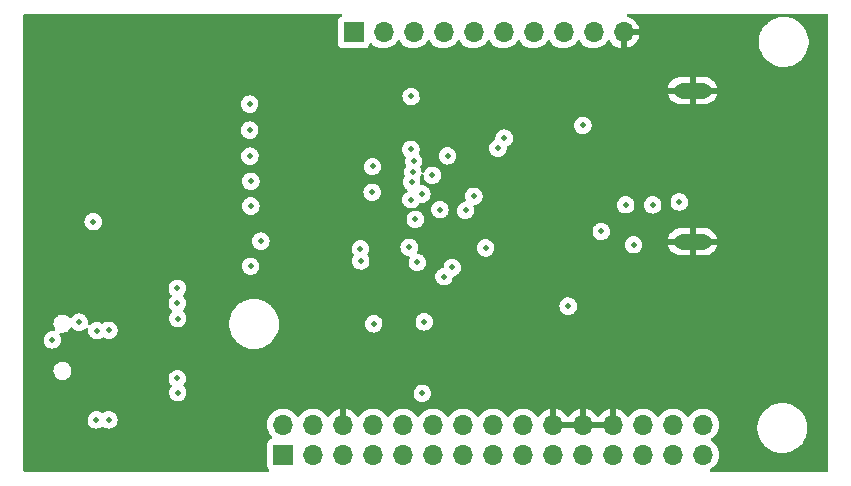
<source format=gbr>
%TF.GenerationSoftware,KiCad,Pcbnew,(6.0.2)*%
%TF.CreationDate,2022-03-17T20:21:47-04:00*%
%TF.ProjectId,sparkboxBreakout,73706172-6b62-46f7-9842-7265616b6f75,rev?*%
%TF.SameCoordinates,Original*%
%TF.FileFunction,Copper,L3,Inr*%
%TF.FilePolarity,Positive*%
%FSLAX46Y46*%
G04 Gerber Fmt 4.6, Leading zero omitted, Abs format (unit mm)*
G04 Created by KiCad (PCBNEW (6.0.2)) date 2022-03-17 20:21:47*
%MOMM*%
%LPD*%
G01*
G04 APERTURE LIST*
%TA.AperFunction,ComponentPad*%
%ADD10R,1.700000X1.700000*%
%TD*%
%TA.AperFunction,ComponentPad*%
%ADD11O,1.700000X1.700000*%
%TD*%
%TA.AperFunction,ComponentPad*%
%ADD12O,3.200000X1.300000*%
%TD*%
%TA.AperFunction,ViaPad*%
%ADD13C,0.460000*%
%TD*%
G04 APERTURE END LIST*
D10*
%TO.N,FMC_DA0*%
%TO.C,J4*%
X114100000Y-116850000D03*
D11*
%TO.N,unconnected-(J4-Pad2)*%
X114100000Y-114310000D03*
%TO.N,FMC_DA1*%
X116640000Y-116850000D03*
%TO.N,+3V3*%
X116640000Y-114310000D03*
%TO.N,FMC_DA2*%
X119180000Y-116850000D03*
%TO.N,GND*%
X119180000Y-114310000D03*
%TO.N,FMC_DA3*%
X121720000Y-116850000D03*
%TO.N,FMC_NBL0*%
X121720000Y-114310000D03*
%TO.N,FMC_DA4*%
X124260000Y-116850000D03*
%TO.N,FMC_NBL1*%
X124260000Y-114310000D03*
%TO.N,FMC_DA5*%
X126800000Y-116850000D03*
%TO.N,FMC_NL*%
X126800000Y-114310000D03*
%TO.N,FMC_DA6*%
X129340000Y-116850000D03*
%TO.N,FMC_NWE*%
X129340000Y-114310000D03*
%TO.N,FMC_DA7*%
X131880000Y-116850000D03*
%TO.N,FMC_NOE*%
X131880000Y-114310000D03*
%TO.N,FMC_DA8*%
X134420000Y-116850000D03*
%TO.N,FMC_NE2*%
X134420000Y-114310000D03*
%TO.N,FMC_DA9*%
X136960000Y-116850000D03*
%TO.N,GND*%
X136960000Y-114310000D03*
%TO.N,FMC_DA10*%
X139500000Y-116850000D03*
%TO.N,GND*%
X139500000Y-114310000D03*
%TO.N,FMC_DA11*%
X142040000Y-116850000D03*
%TO.N,GND*%
X142040000Y-114310000D03*
%TO.N,FMC_DA12*%
X144580000Y-116850000D03*
%TO.N,+3V3*%
X144580000Y-114310000D03*
%TO.N,FMC_DA13*%
X147120000Y-116850000D03*
%TO.N,+3V3*%
X147120000Y-114310000D03*
%TO.N,FMC_DA14*%
X149660000Y-116850000D03*
%TO.N,FMC_DA15*%
X149660000Y-114310000D03*
%TD*%
D10*
%TO.N,+3.3VA*%
%TO.C,J3*%
X120075000Y-81100000D03*
D11*
%TO.N,DAC_1*%
X122615000Y-81100000D03*
%TO.N,DAC_2*%
X125155000Y-81100000D03*
%TO.N,+5V*%
X127695000Y-81100000D03*
%TO.N,I2C_SDA*%
X130235000Y-81100000D03*
%TO.N,I2C_SCL*%
X132775000Y-81100000D03*
%TO.N,SWCLK*%
X135315000Y-81100000D03*
%TO.N,SWDIO*%
X137855000Y-81100000D03*
%TO.N,+3V3*%
X140395000Y-81100000D03*
%TO.N,GND*%
X142935000Y-81100000D03*
%TD*%
D12*
%TO.N,GND*%
%TO.C,J2*%
X148775000Y-98825000D03*
X148775000Y-86025000D03*
%TD*%
D13*
%TO.N,FMC_DA4*%
X125900000Y-111650000D03*
%TO.N,DAC_2*%
X126750000Y-93200000D03*
%TO.N,DAC_1*%
X125850000Y-94775000D03*
%TO.N,FMC_NBL1*%
X127375000Y-96100000D03*
X125475000Y-100575000D03*
%TO.N,FMC_NBL0*%
X128025000Y-91550000D03*
X121775000Y-105775000D03*
%TO.N,FMC_DA1*%
X128425000Y-101000000D03*
%TO.N,FMC_DA0*%
X127725000Y-101775000D03*
%TO.N,FMC_DA3*%
X130250000Y-94975000D03*
%TO.N,FMC_DA2*%
X129550000Y-96175000D03*
%TO.N,FMC_NL*%
X131250000Y-99350000D03*
%TO.N,FMC_NWE*%
X132300000Y-90900000D03*
%TO.N,FMC_NOE*%
X132825000Y-90050000D03*
%TO.N,FMC_NE2*%
X141050000Y-97950000D03*
%TO.N,BUTTON_USER*%
X124786362Y-99290939D03*
%TO.N,NRST*%
X125300000Y-96925000D03*
%TO.N,+5V*%
X145400000Y-95700000D03*
%TO.N,LED5*%
X125075000Y-92925000D03*
%TO.N,LED6*%
X124987094Y-93762906D03*
%TO.N,LED7*%
X124925000Y-95250000D03*
%TO.N,LED4*%
X125150000Y-92000000D03*
%TO.N,GND*%
X120650000Y-98450000D03*
%TO.N,BUTTON_USER*%
X111350000Y-100900000D03*
%TO.N,NRST*%
X112225000Y-98775000D03*
%TO.N,LED7*%
X111375000Y-95800000D03*
%TO.N,LED6*%
X111375000Y-93700000D03*
%TO.N,LED5*%
X111300000Y-91575000D03*
%TO.N,LED4*%
X111275000Y-89375000D03*
%TO.N,LED3*%
X111275000Y-87175000D03*
X124925000Y-91000000D03*
%TO.N,GND*%
X107175000Y-101925000D03*
X107175000Y-106750000D03*
X107175000Y-109525000D03*
X96950000Y-112925000D03*
X101750000Y-116050000D03*
X107150000Y-113900000D03*
%TO.N,+3V3*%
X105175000Y-105325000D03*
X105150000Y-102750000D03*
X105150000Y-104025000D03*
X124945000Y-86525000D03*
%TO.N,GND*%
X125905000Y-86525000D03*
X129525000Y-86550000D03*
X142850000Y-92400000D03*
X147625000Y-92425000D03*
X147625000Y-89425000D03*
%TO.N,USB_FS_VBUS*%
X147650000Y-95450000D03*
X143112500Y-95700000D03*
%TO.N,GND*%
X143100000Y-96650000D03*
%TO.N,+3V3*%
X139490000Y-88975000D03*
%TO.N,GND*%
X140650000Y-90245000D03*
%TO.N,+3V3*%
X143775000Y-99075000D03*
X138250000Y-104270000D03*
%TO.N,GND*%
X137005000Y-105375000D03*
%TO.N,+3V3*%
X126055000Y-105600000D03*
%TO.N,GND*%
X125095000Y-105600000D03*
X121800000Y-101435000D03*
X115525000Y-103000000D03*
X117400000Y-88200000D03*
%TO.N,+3V3*%
X121650000Y-94630000D03*
%TO.N,GND*%
X121650000Y-93670000D03*
%TO.N,+3V3*%
X121680000Y-92450000D03*
%TO.N,GND*%
X120720000Y-92450000D03*
X98075000Y-91475000D03*
X99425000Y-88150000D03*
X98075000Y-82525000D03*
%TO.N,+3V3*%
X98025000Y-97125000D03*
%TO.N,GND*%
X106865000Y-81685000D03*
X106915000Y-86060000D03*
X106915000Y-90435000D03*
X107065000Y-94710000D03*
%TO.N,+3.3VA*%
X120675000Y-100445000D03*
X120650000Y-99405000D03*
X105150000Y-110400000D03*
X105175000Y-111600000D03*
%TO.N,GND*%
X98350000Y-101700000D03*
X99400000Y-101700000D03*
X93275000Y-104480000D03*
X93275000Y-111020000D03*
X94350000Y-108825000D03*
X98275000Y-109300000D03*
X99375000Y-109275000D03*
%TO.N,+5V*%
X96850000Y-105625000D03*
X98300000Y-113900000D03*
X99350000Y-113900000D03*
X99350000Y-106325000D03*
X98325000Y-106350000D03*
X94575000Y-107125000D03*
%TD*%
%TA.AperFunction,Conductor*%
%TO.N,GND*%
G36*
X119061946Y-79553002D02*
G01*
X119108439Y-79606658D01*
X119118543Y-79676932D01*
X119089049Y-79741512D01*
X119038054Y-79776982D01*
X118986705Y-79796232D01*
X118986704Y-79796233D01*
X118978295Y-79799385D01*
X118861739Y-79886739D01*
X118774385Y-80003295D01*
X118723255Y-80139684D01*
X118716500Y-80201866D01*
X118716500Y-81998134D01*
X118723255Y-82060316D01*
X118774385Y-82196705D01*
X118861739Y-82313261D01*
X118978295Y-82400615D01*
X119114684Y-82451745D01*
X119176866Y-82458500D01*
X120973134Y-82458500D01*
X121035316Y-82451745D01*
X121171705Y-82400615D01*
X121288261Y-82313261D01*
X121375615Y-82196705D01*
X121397799Y-82137529D01*
X121419598Y-82079382D01*
X121462240Y-82022618D01*
X121528802Y-81997918D01*
X121598150Y-82013126D01*
X121632817Y-82041114D01*
X121661250Y-82073938D01*
X121833126Y-82216632D01*
X122026000Y-82329338D01*
X122030825Y-82331180D01*
X122030826Y-82331181D01*
X122103612Y-82358975D01*
X122234692Y-82409030D01*
X122239760Y-82410061D01*
X122239763Y-82410062D01*
X122334862Y-82429410D01*
X122453597Y-82453567D01*
X122458772Y-82453757D01*
X122458774Y-82453757D01*
X122671673Y-82461564D01*
X122671677Y-82461564D01*
X122676837Y-82461753D01*
X122681957Y-82461097D01*
X122681959Y-82461097D01*
X122893288Y-82434025D01*
X122893289Y-82434025D01*
X122898416Y-82433368D01*
X122903366Y-82431883D01*
X123107429Y-82370661D01*
X123107434Y-82370659D01*
X123112384Y-82369174D01*
X123312994Y-82270896D01*
X123494860Y-82141173D01*
X123653096Y-81983489D01*
X123783453Y-81802077D01*
X123784776Y-81803028D01*
X123831645Y-81759857D01*
X123901580Y-81747625D01*
X123967026Y-81775144D01*
X123994875Y-81806994D01*
X124054987Y-81905088D01*
X124201250Y-82073938D01*
X124373126Y-82216632D01*
X124566000Y-82329338D01*
X124570825Y-82331180D01*
X124570826Y-82331181D01*
X124643612Y-82358975D01*
X124774692Y-82409030D01*
X124779760Y-82410061D01*
X124779763Y-82410062D01*
X124874862Y-82429410D01*
X124993597Y-82453567D01*
X124998772Y-82453757D01*
X124998774Y-82453757D01*
X125211673Y-82461564D01*
X125211677Y-82461564D01*
X125216837Y-82461753D01*
X125221957Y-82461097D01*
X125221959Y-82461097D01*
X125433288Y-82434025D01*
X125433289Y-82434025D01*
X125438416Y-82433368D01*
X125443366Y-82431883D01*
X125647429Y-82370661D01*
X125647434Y-82370659D01*
X125652384Y-82369174D01*
X125852994Y-82270896D01*
X126034860Y-82141173D01*
X126193096Y-81983489D01*
X126323453Y-81802077D01*
X126324776Y-81803028D01*
X126371645Y-81759857D01*
X126441580Y-81747625D01*
X126507026Y-81775144D01*
X126534875Y-81806994D01*
X126594987Y-81905088D01*
X126741250Y-82073938D01*
X126913126Y-82216632D01*
X127106000Y-82329338D01*
X127110825Y-82331180D01*
X127110826Y-82331181D01*
X127183612Y-82358975D01*
X127314692Y-82409030D01*
X127319760Y-82410061D01*
X127319763Y-82410062D01*
X127414862Y-82429410D01*
X127533597Y-82453567D01*
X127538772Y-82453757D01*
X127538774Y-82453757D01*
X127751673Y-82461564D01*
X127751677Y-82461564D01*
X127756837Y-82461753D01*
X127761957Y-82461097D01*
X127761959Y-82461097D01*
X127973288Y-82434025D01*
X127973289Y-82434025D01*
X127978416Y-82433368D01*
X127983366Y-82431883D01*
X128187429Y-82370661D01*
X128187434Y-82370659D01*
X128192384Y-82369174D01*
X128392994Y-82270896D01*
X128574860Y-82141173D01*
X128733096Y-81983489D01*
X128863453Y-81802077D01*
X128864776Y-81803028D01*
X128911645Y-81759857D01*
X128981580Y-81747625D01*
X129047026Y-81775144D01*
X129074875Y-81806994D01*
X129134987Y-81905088D01*
X129281250Y-82073938D01*
X129453126Y-82216632D01*
X129646000Y-82329338D01*
X129650825Y-82331180D01*
X129650826Y-82331181D01*
X129723612Y-82358975D01*
X129854692Y-82409030D01*
X129859760Y-82410061D01*
X129859763Y-82410062D01*
X129954862Y-82429410D01*
X130073597Y-82453567D01*
X130078772Y-82453757D01*
X130078774Y-82453757D01*
X130291673Y-82461564D01*
X130291677Y-82461564D01*
X130296837Y-82461753D01*
X130301957Y-82461097D01*
X130301959Y-82461097D01*
X130513288Y-82434025D01*
X130513289Y-82434025D01*
X130518416Y-82433368D01*
X130523366Y-82431883D01*
X130727429Y-82370661D01*
X130727434Y-82370659D01*
X130732384Y-82369174D01*
X130932994Y-82270896D01*
X131114860Y-82141173D01*
X131273096Y-81983489D01*
X131403453Y-81802077D01*
X131404776Y-81803028D01*
X131451645Y-81759857D01*
X131521580Y-81747625D01*
X131587026Y-81775144D01*
X131614875Y-81806994D01*
X131674987Y-81905088D01*
X131821250Y-82073938D01*
X131993126Y-82216632D01*
X132186000Y-82329338D01*
X132190825Y-82331180D01*
X132190826Y-82331181D01*
X132263612Y-82358975D01*
X132394692Y-82409030D01*
X132399760Y-82410061D01*
X132399763Y-82410062D01*
X132494862Y-82429410D01*
X132613597Y-82453567D01*
X132618772Y-82453757D01*
X132618774Y-82453757D01*
X132831673Y-82461564D01*
X132831677Y-82461564D01*
X132836837Y-82461753D01*
X132841957Y-82461097D01*
X132841959Y-82461097D01*
X133053288Y-82434025D01*
X133053289Y-82434025D01*
X133058416Y-82433368D01*
X133063366Y-82431883D01*
X133267429Y-82370661D01*
X133267434Y-82370659D01*
X133272384Y-82369174D01*
X133472994Y-82270896D01*
X133654860Y-82141173D01*
X133813096Y-81983489D01*
X133943453Y-81802077D01*
X133944776Y-81803028D01*
X133991645Y-81759857D01*
X134061580Y-81747625D01*
X134127026Y-81775144D01*
X134154875Y-81806994D01*
X134214987Y-81905088D01*
X134361250Y-82073938D01*
X134533126Y-82216632D01*
X134726000Y-82329338D01*
X134730825Y-82331180D01*
X134730826Y-82331181D01*
X134803612Y-82358975D01*
X134934692Y-82409030D01*
X134939760Y-82410061D01*
X134939763Y-82410062D01*
X135034862Y-82429410D01*
X135153597Y-82453567D01*
X135158772Y-82453757D01*
X135158774Y-82453757D01*
X135371673Y-82461564D01*
X135371677Y-82461564D01*
X135376837Y-82461753D01*
X135381957Y-82461097D01*
X135381959Y-82461097D01*
X135593288Y-82434025D01*
X135593289Y-82434025D01*
X135598416Y-82433368D01*
X135603366Y-82431883D01*
X135807429Y-82370661D01*
X135807434Y-82370659D01*
X135812384Y-82369174D01*
X136012994Y-82270896D01*
X136194860Y-82141173D01*
X136353096Y-81983489D01*
X136483453Y-81802077D01*
X136484776Y-81803028D01*
X136531645Y-81759857D01*
X136601580Y-81747625D01*
X136667026Y-81775144D01*
X136694875Y-81806994D01*
X136754987Y-81905088D01*
X136901250Y-82073938D01*
X137073126Y-82216632D01*
X137266000Y-82329338D01*
X137270825Y-82331180D01*
X137270826Y-82331181D01*
X137343612Y-82358975D01*
X137474692Y-82409030D01*
X137479760Y-82410061D01*
X137479763Y-82410062D01*
X137574862Y-82429410D01*
X137693597Y-82453567D01*
X137698772Y-82453757D01*
X137698774Y-82453757D01*
X137911673Y-82461564D01*
X137911677Y-82461564D01*
X137916837Y-82461753D01*
X137921957Y-82461097D01*
X137921959Y-82461097D01*
X138133288Y-82434025D01*
X138133289Y-82434025D01*
X138138416Y-82433368D01*
X138143366Y-82431883D01*
X138347429Y-82370661D01*
X138347434Y-82370659D01*
X138352384Y-82369174D01*
X138552994Y-82270896D01*
X138734860Y-82141173D01*
X138893096Y-81983489D01*
X139023453Y-81802077D01*
X139024776Y-81803028D01*
X139071645Y-81759857D01*
X139141580Y-81747625D01*
X139207026Y-81775144D01*
X139234875Y-81806994D01*
X139294987Y-81905088D01*
X139441250Y-82073938D01*
X139613126Y-82216632D01*
X139806000Y-82329338D01*
X139810825Y-82331180D01*
X139810826Y-82331181D01*
X139883612Y-82358975D01*
X140014692Y-82409030D01*
X140019760Y-82410061D01*
X140019763Y-82410062D01*
X140114862Y-82429410D01*
X140233597Y-82453567D01*
X140238772Y-82453757D01*
X140238774Y-82453757D01*
X140451673Y-82461564D01*
X140451677Y-82461564D01*
X140456837Y-82461753D01*
X140461957Y-82461097D01*
X140461959Y-82461097D01*
X140673288Y-82434025D01*
X140673289Y-82434025D01*
X140678416Y-82433368D01*
X140683366Y-82431883D01*
X140887429Y-82370661D01*
X140887434Y-82370659D01*
X140892384Y-82369174D01*
X141092994Y-82270896D01*
X141274860Y-82141173D01*
X141433096Y-81983489D01*
X141563453Y-81802077D01*
X141564640Y-81802930D01*
X141611960Y-81759362D01*
X141681897Y-81747145D01*
X141747338Y-81774678D01*
X141775166Y-81806511D01*
X141832694Y-81900388D01*
X141838777Y-81908699D01*
X141978213Y-82069667D01*
X141985580Y-82076883D01*
X142149434Y-82212916D01*
X142157881Y-82218831D01*
X142341756Y-82326279D01*
X142351042Y-82330729D01*
X142550001Y-82406703D01*
X142559899Y-82409579D01*
X142663250Y-82430606D01*
X142677299Y-82429410D01*
X142681000Y-82419065D01*
X142681000Y-82418517D01*
X143189000Y-82418517D01*
X143193064Y-82432359D01*
X143206478Y-82434393D01*
X143213184Y-82433534D01*
X143223262Y-82431392D01*
X143427255Y-82370191D01*
X143436842Y-82366433D01*
X143628095Y-82272739D01*
X143636945Y-82267464D01*
X143810328Y-82143792D01*
X143818200Y-82137139D01*
X143923001Y-82032703D01*
X154390743Y-82032703D01*
X154428268Y-82317734D01*
X154504129Y-82595036D01*
X154616923Y-82859476D01*
X154764561Y-83106161D01*
X154944313Y-83330528D01*
X155152851Y-83528423D01*
X155386317Y-83696186D01*
X155390112Y-83698195D01*
X155390113Y-83698196D01*
X155411869Y-83709715D01*
X155640392Y-83830712D01*
X155910373Y-83929511D01*
X156191264Y-83990755D01*
X156219841Y-83993004D01*
X156414282Y-84008307D01*
X156414291Y-84008307D01*
X156416739Y-84008500D01*
X156572271Y-84008500D01*
X156574407Y-84008354D01*
X156574418Y-84008354D01*
X156782548Y-83994165D01*
X156782554Y-83994164D01*
X156786825Y-83993873D01*
X156791020Y-83993004D01*
X156791022Y-83993004D01*
X156927583Y-83964724D01*
X157068342Y-83935574D01*
X157339343Y-83839607D01*
X157594812Y-83707750D01*
X157598313Y-83705289D01*
X157598317Y-83705287D01*
X157712418Y-83625095D01*
X157830023Y-83542441D01*
X158040622Y-83346740D01*
X158222713Y-83124268D01*
X158372927Y-82879142D01*
X158488483Y-82615898D01*
X158567244Y-82339406D01*
X158607751Y-82054784D01*
X158607845Y-82036951D01*
X158609235Y-81771583D01*
X158609235Y-81771576D01*
X158609257Y-81767297D01*
X158608213Y-81759362D01*
X158572292Y-81486522D01*
X158571732Y-81482266D01*
X158495871Y-81204964D01*
X158383077Y-80940524D01*
X158235439Y-80693839D01*
X158055687Y-80469472D01*
X157847149Y-80271577D01*
X157613683Y-80103814D01*
X157591843Y-80092250D01*
X157564041Y-80077530D01*
X157359608Y-79969288D01*
X157224618Y-79919889D01*
X157093658Y-79871964D01*
X157093656Y-79871963D01*
X157089627Y-79870489D01*
X156808736Y-79809245D01*
X156777685Y-79806801D01*
X156585718Y-79791693D01*
X156585709Y-79791693D01*
X156583261Y-79791500D01*
X156427729Y-79791500D01*
X156425593Y-79791646D01*
X156425582Y-79791646D01*
X156217452Y-79805835D01*
X156217446Y-79805836D01*
X156213175Y-79806127D01*
X156208980Y-79806996D01*
X156208978Y-79806996D01*
X156072416Y-79835277D01*
X155931658Y-79864426D01*
X155660657Y-79960393D01*
X155656848Y-79962359D01*
X155433708Y-80077530D01*
X155405188Y-80092250D01*
X155401687Y-80094711D01*
X155401683Y-80094713D01*
X155383859Y-80107240D01*
X155169977Y-80257559D01*
X155154892Y-80271577D01*
X154968675Y-80444621D01*
X154959378Y-80453260D01*
X154777287Y-80675732D01*
X154627073Y-80920858D01*
X154511517Y-81184102D01*
X154432756Y-81460594D01*
X154392249Y-81745216D01*
X154392227Y-81749505D01*
X154392226Y-81749512D01*
X154390765Y-82028417D01*
X154390743Y-82032703D01*
X143923001Y-82032703D01*
X143969052Y-81986812D01*
X143975730Y-81978965D01*
X144100003Y-81806020D01*
X144105313Y-81797183D01*
X144199670Y-81606267D01*
X144203469Y-81596672D01*
X144265377Y-81392910D01*
X144267555Y-81382837D01*
X144268986Y-81371962D01*
X144266775Y-81357778D01*
X144253617Y-81354000D01*
X143207115Y-81354000D01*
X143191876Y-81358475D01*
X143190671Y-81359865D01*
X143189000Y-81367548D01*
X143189000Y-82418517D01*
X142681000Y-82418517D01*
X142681000Y-80972000D01*
X142701002Y-80903879D01*
X142754658Y-80857386D01*
X142807000Y-80846000D01*
X144253344Y-80846000D01*
X144266875Y-80842027D01*
X144268180Y-80832947D01*
X144226214Y-80665875D01*
X144222894Y-80656124D01*
X144137972Y-80460814D01*
X144133105Y-80451739D01*
X144017426Y-80272926D01*
X144011136Y-80264757D01*
X143867806Y-80107240D01*
X143860273Y-80100215D01*
X143693139Y-79968222D01*
X143684552Y-79962517D01*
X143498117Y-79859599D01*
X143488705Y-79855369D01*
X143287959Y-79784280D01*
X143274864Y-79780821D01*
X143214112Y-79744083D01*
X143182865Y-79680333D01*
X143191045Y-79609809D01*
X143236054Y-79554903D01*
X143307046Y-79533000D01*
X160141000Y-79533000D01*
X160209121Y-79553002D01*
X160255614Y-79606658D01*
X160267000Y-79659000D01*
X160267000Y-118166000D01*
X160246998Y-118234121D01*
X160193342Y-118280614D01*
X160141000Y-118292000D01*
X150348202Y-118292000D01*
X150280081Y-118271998D01*
X150233588Y-118218342D01*
X150223484Y-118148068D01*
X150252978Y-118083488D01*
X150292770Y-118052849D01*
X150353346Y-118023173D01*
X150357994Y-118020896D01*
X150539860Y-117891173D01*
X150698096Y-117733489D01*
X150828453Y-117552077D01*
X150849320Y-117509857D01*
X150925136Y-117356453D01*
X150925137Y-117356451D01*
X150927430Y-117351811D01*
X150992370Y-117138069D01*
X151021529Y-116916590D01*
X151023156Y-116850000D01*
X151004852Y-116627361D01*
X150950431Y-116410702D01*
X150861354Y-116205840D01*
X150758428Y-116046740D01*
X150742822Y-116022617D01*
X150742820Y-116022614D01*
X150740014Y-116018277D01*
X150589670Y-115853051D01*
X150585619Y-115849852D01*
X150585615Y-115849848D01*
X150418414Y-115717800D01*
X150418410Y-115717798D01*
X150414359Y-115714598D01*
X150373053Y-115691796D01*
X150323084Y-115641364D01*
X150308312Y-115571921D01*
X150333428Y-115505516D01*
X150360780Y-115478909D01*
X150404603Y-115447650D01*
X150539860Y-115351173D01*
X150575259Y-115315898D01*
X150694435Y-115197137D01*
X150698096Y-115193489D01*
X150757594Y-115110689D01*
X150825435Y-115016277D01*
X150828453Y-115012077D01*
X150841995Y-114984678D01*
X150925136Y-114816453D01*
X150925137Y-114816451D01*
X150927430Y-114811811D01*
X150951465Y-114732703D01*
X154265743Y-114732703D01*
X154266302Y-114736947D01*
X154266302Y-114736951D01*
X154276158Y-114811811D01*
X154303268Y-115017734D01*
X154379129Y-115295036D01*
X154380813Y-115298984D01*
X154487619Y-115549385D01*
X154491923Y-115559476D01*
X154550092Y-115656669D01*
X154603621Y-115746109D01*
X154639561Y-115806161D01*
X154819313Y-116030528D01*
X154836397Y-116046740D01*
X155000842Y-116202792D01*
X155027851Y-116228423D01*
X155261317Y-116396186D01*
X155265112Y-116398195D01*
X155265113Y-116398196D01*
X155286869Y-116409715D01*
X155515392Y-116530712D01*
X155539699Y-116539607D01*
X155779498Y-116627361D01*
X155785373Y-116629511D01*
X156066264Y-116690755D01*
X156094841Y-116693004D01*
X156289282Y-116708307D01*
X156289291Y-116708307D01*
X156291739Y-116708500D01*
X156447271Y-116708500D01*
X156449407Y-116708354D01*
X156449418Y-116708354D01*
X156657548Y-116694165D01*
X156657554Y-116694164D01*
X156661825Y-116693873D01*
X156666020Y-116693004D01*
X156666022Y-116693004D01*
X156802583Y-116664724D01*
X156943342Y-116635574D01*
X157214343Y-116539607D01*
X157469812Y-116407750D01*
X157473313Y-116405289D01*
X157473317Y-116405287D01*
X157587418Y-116325095D01*
X157705023Y-116242441D01*
X157804912Y-116149618D01*
X157912479Y-116049661D01*
X157912481Y-116049658D01*
X157915622Y-116046740D01*
X158097713Y-115824268D01*
X158239216Y-115593357D01*
X158245686Y-115582799D01*
X158247927Y-115579142D01*
X158313729Y-115429242D01*
X158361757Y-115319830D01*
X158363483Y-115315898D01*
X158371647Y-115287240D01*
X158441068Y-115043534D01*
X158442244Y-115039406D01*
X158482751Y-114754784D01*
X158482845Y-114736951D01*
X158484235Y-114471583D01*
X158484235Y-114471576D01*
X158484257Y-114467297D01*
X158477993Y-114419713D01*
X158463107Y-114306646D01*
X158446732Y-114182266D01*
X158370871Y-113904964D01*
X158301510Y-113742350D01*
X158259763Y-113644476D01*
X158259761Y-113644472D01*
X158258077Y-113640524D01*
X158183527Y-113515960D01*
X158112643Y-113397521D01*
X158112640Y-113397517D01*
X158110439Y-113393839D01*
X157930687Y-113169472D01*
X157743743Y-112992069D01*
X157725258Y-112974527D01*
X157725255Y-112974525D01*
X157722149Y-112971577D01*
X157488683Y-112803814D01*
X157466843Y-112792250D01*
X157443654Y-112779972D01*
X157234608Y-112669288D01*
X156964627Y-112570489D01*
X156683736Y-112509245D01*
X156652685Y-112506801D01*
X156460718Y-112491693D01*
X156460709Y-112491693D01*
X156458261Y-112491500D01*
X156302729Y-112491500D01*
X156300593Y-112491646D01*
X156300582Y-112491646D01*
X156092452Y-112505835D01*
X156092446Y-112505836D01*
X156088175Y-112506127D01*
X156083980Y-112506996D01*
X156083978Y-112506996D01*
X155947416Y-112535277D01*
X155806658Y-112564426D01*
X155535657Y-112660393D01*
X155280188Y-112792250D01*
X155276687Y-112794711D01*
X155276683Y-112794713D01*
X155266594Y-112801804D01*
X155044977Y-112957559D01*
X154834378Y-113153260D01*
X154652287Y-113375732D01*
X154502073Y-113620858D01*
X154500347Y-113624791D01*
X154500346Y-113624792D01*
X154403990Y-113844297D01*
X154386517Y-113884102D01*
X154385342Y-113888229D01*
X154385341Y-113888230D01*
X154376077Y-113920751D01*
X154307756Y-114160594D01*
X154295662Y-114245574D01*
X154270879Y-114419713D01*
X154267249Y-114445216D01*
X154267227Y-114449505D01*
X154267226Y-114449512D01*
X154265765Y-114728417D01*
X154265743Y-114732703D01*
X150951465Y-114732703D01*
X150992370Y-114598069D01*
X151021529Y-114376590D01*
X151023156Y-114310000D01*
X151004852Y-114087361D01*
X150950431Y-113870702D01*
X150861354Y-113665840D01*
X150740014Y-113478277D01*
X150589670Y-113313051D01*
X150585619Y-113309852D01*
X150585615Y-113309848D01*
X150418414Y-113177800D01*
X150418410Y-113177798D01*
X150414359Y-113174598D01*
X150405074Y-113169472D01*
X150362135Y-113145769D01*
X150218789Y-113066638D01*
X150213920Y-113064914D01*
X150213916Y-113064912D01*
X150013087Y-112993795D01*
X150013083Y-112993794D01*
X150008212Y-112992069D01*
X150003119Y-112991162D01*
X150003116Y-112991161D01*
X149793373Y-112953800D01*
X149793367Y-112953799D01*
X149788284Y-112952894D01*
X149714452Y-112951992D01*
X149570081Y-112950228D01*
X149570079Y-112950228D01*
X149564911Y-112950165D01*
X149344091Y-112983955D01*
X149131756Y-113053357D01*
X149053455Y-113094118D01*
X148945456Y-113150339D01*
X148933607Y-113156507D01*
X148929474Y-113159610D01*
X148929471Y-113159612D01*
X148759100Y-113287530D01*
X148754965Y-113290635D01*
X148734281Y-113312280D01*
X148608068Y-113444354D01*
X148600629Y-113452138D01*
X148493201Y-113609621D01*
X148438293Y-113654621D01*
X148367768Y-113662792D01*
X148304021Y-113631538D01*
X148283324Y-113607054D01*
X148202822Y-113482617D01*
X148202820Y-113482614D01*
X148200014Y-113478277D01*
X148049670Y-113313051D01*
X148045619Y-113309852D01*
X148045615Y-113309848D01*
X147878414Y-113177800D01*
X147878410Y-113177798D01*
X147874359Y-113174598D01*
X147865074Y-113169472D01*
X147822135Y-113145769D01*
X147678789Y-113066638D01*
X147673920Y-113064914D01*
X147673916Y-113064912D01*
X147473087Y-112993795D01*
X147473083Y-112993794D01*
X147468212Y-112992069D01*
X147463119Y-112991162D01*
X147463116Y-112991161D01*
X147253373Y-112953800D01*
X147253367Y-112953799D01*
X147248284Y-112952894D01*
X147174452Y-112951992D01*
X147030081Y-112950228D01*
X147030079Y-112950228D01*
X147024911Y-112950165D01*
X146804091Y-112983955D01*
X146591756Y-113053357D01*
X146513455Y-113094118D01*
X146405456Y-113150339D01*
X146393607Y-113156507D01*
X146389474Y-113159610D01*
X146389471Y-113159612D01*
X146219100Y-113287530D01*
X146214965Y-113290635D01*
X146194281Y-113312280D01*
X146068068Y-113444354D01*
X146060629Y-113452138D01*
X145953201Y-113609621D01*
X145898293Y-113654621D01*
X145827768Y-113662792D01*
X145764021Y-113631538D01*
X145743324Y-113607054D01*
X145662822Y-113482617D01*
X145662820Y-113482614D01*
X145660014Y-113478277D01*
X145509670Y-113313051D01*
X145505619Y-113309852D01*
X145505615Y-113309848D01*
X145338414Y-113177800D01*
X145338410Y-113177798D01*
X145334359Y-113174598D01*
X145325074Y-113169472D01*
X145282135Y-113145769D01*
X145138789Y-113066638D01*
X145133920Y-113064914D01*
X145133916Y-113064912D01*
X144933087Y-112993795D01*
X144933083Y-112993794D01*
X144928212Y-112992069D01*
X144923119Y-112991162D01*
X144923116Y-112991161D01*
X144713373Y-112953800D01*
X144713367Y-112953799D01*
X144708284Y-112952894D01*
X144634452Y-112951992D01*
X144490081Y-112950228D01*
X144490079Y-112950228D01*
X144484911Y-112950165D01*
X144264091Y-112983955D01*
X144051756Y-113053357D01*
X143973455Y-113094118D01*
X143865456Y-113150339D01*
X143853607Y-113156507D01*
X143849474Y-113159610D01*
X143849471Y-113159612D01*
X143679100Y-113287530D01*
X143674965Y-113290635D01*
X143654281Y-113312280D01*
X143528068Y-113444354D01*
X143520629Y-113452138D01*
X143517720Y-113456403D01*
X143517714Y-113456411D01*
X143505404Y-113474457D01*
X143413204Y-113609618D01*
X143412898Y-113610066D01*
X143357987Y-113655069D01*
X143287462Y-113663240D01*
X143223715Y-113631986D01*
X143203018Y-113607502D01*
X143122426Y-113482926D01*
X143116136Y-113474757D01*
X142972806Y-113317240D01*
X142965273Y-113310215D01*
X142798139Y-113178222D01*
X142789552Y-113172517D01*
X142603117Y-113069599D01*
X142593705Y-113065369D01*
X142392959Y-112994280D01*
X142382988Y-112991646D01*
X142311837Y-112978972D01*
X142298540Y-112980432D01*
X142294000Y-112994989D01*
X142294000Y-114438000D01*
X142273998Y-114506121D01*
X142220342Y-114552614D01*
X142168000Y-114564000D01*
X136832000Y-114564000D01*
X136763879Y-114543998D01*
X136717386Y-114490342D01*
X136706000Y-114438000D01*
X136706000Y-114037885D01*
X137214000Y-114037885D01*
X137218475Y-114053124D01*
X137219865Y-114054329D01*
X137227548Y-114056000D01*
X139227885Y-114056000D01*
X139243124Y-114051525D01*
X139244329Y-114050135D01*
X139246000Y-114042452D01*
X139246000Y-114037885D01*
X139754000Y-114037885D01*
X139758475Y-114053124D01*
X139759865Y-114054329D01*
X139767548Y-114056000D01*
X141767885Y-114056000D01*
X141783124Y-114051525D01*
X141784329Y-114050135D01*
X141786000Y-114042452D01*
X141786000Y-112993102D01*
X141782082Y-112979758D01*
X141767806Y-112977771D01*
X141729324Y-112983660D01*
X141719288Y-112986051D01*
X141516868Y-113052212D01*
X141507359Y-113056209D01*
X141318463Y-113154542D01*
X141309738Y-113160036D01*
X141139433Y-113287905D01*
X141131726Y-113294748D01*
X140984590Y-113448717D01*
X140978104Y-113456727D01*
X140873193Y-113610521D01*
X140818282Y-113655524D01*
X140747757Y-113663695D01*
X140684010Y-113632441D01*
X140663313Y-113607957D01*
X140582427Y-113482926D01*
X140576136Y-113474757D01*
X140432806Y-113317240D01*
X140425273Y-113310215D01*
X140258139Y-113178222D01*
X140249552Y-113172517D01*
X140063117Y-113069599D01*
X140053705Y-113065369D01*
X139852959Y-112994280D01*
X139842988Y-112991646D01*
X139771837Y-112978972D01*
X139758540Y-112980432D01*
X139754000Y-112994989D01*
X139754000Y-114037885D01*
X139246000Y-114037885D01*
X139246000Y-112993102D01*
X139242082Y-112979758D01*
X139227806Y-112977771D01*
X139189324Y-112983660D01*
X139179288Y-112986051D01*
X138976868Y-113052212D01*
X138967359Y-113056209D01*
X138778463Y-113154542D01*
X138769738Y-113160036D01*
X138599433Y-113287905D01*
X138591726Y-113294748D01*
X138444590Y-113448717D01*
X138438104Y-113456727D01*
X138333193Y-113610521D01*
X138278282Y-113655524D01*
X138207757Y-113663695D01*
X138144010Y-113632441D01*
X138123313Y-113607957D01*
X138042427Y-113482926D01*
X138036136Y-113474757D01*
X137892806Y-113317240D01*
X137885273Y-113310215D01*
X137718139Y-113178222D01*
X137709552Y-113172517D01*
X137523117Y-113069599D01*
X137513705Y-113065369D01*
X137312959Y-112994280D01*
X137302988Y-112991646D01*
X137231837Y-112978972D01*
X137218540Y-112980432D01*
X137214000Y-112994989D01*
X137214000Y-114037885D01*
X136706000Y-114037885D01*
X136706000Y-112993102D01*
X136702082Y-112979758D01*
X136687806Y-112977771D01*
X136649324Y-112983660D01*
X136639288Y-112986051D01*
X136436868Y-113052212D01*
X136427359Y-113056209D01*
X136238463Y-113154542D01*
X136229738Y-113160036D01*
X136059433Y-113287905D01*
X136051726Y-113294748D01*
X135904590Y-113448717D01*
X135898109Y-113456722D01*
X135793498Y-113610074D01*
X135738587Y-113655076D01*
X135668062Y-113663247D01*
X135604315Y-113631993D01*
X135583618Y-113607509D01*
X135502822Y-113482617D01*
X135502820Y-113482614D01*
X135500014Y-113478277D01*
X135349670Y-113313051D01*
X135345619Y-113309852D01*
X135345615Y-113309848D01*
X135178414Y-113177800D01*
X135178410Y-113177798D01*
X135174359Y-113174598D01*
X135165074Y-113169472D01*
X135122135Y-113145769D01*
X134978789Y-113066638D01*
X134973920Y-113064914D01*
X134973916Y-113064912D01*
X134773087Y-112993795D01*
X134773083Y-112993794D01*
X134768212Y-112992069D01*
X134763119Y-112991162D01*
X134763116Y-112991161D01*
X134553373Y-112953800D01*
X134553367Y-112953799D01*
X134548284Y-112952894D01*
X134474452Y-112951992D01*
X134330081Y-112950228D01*
X134330079Y-112950228D01*
X134324911Y-112950165D01*
X134104091Y-112983955D01*
X133891756Y-113053357D01*
X133813455Y-113094118D01*
X133705456Y-113150339D01*
X133693607Y-113156507D01*
X133689474Y-113159610D01*
X133689471Y-113159612D01*
X133519100Y-113287530D01*
X133514965Y-113290635D01*
X133494281Y-113312280D01*
X133368068Y-113444354D01*
X133360629Y-113452138D01*
X133253201Y-113609621D01*
X133198293Y-113654621D01*
X133127768Y-113662792D01*
X133064021Y-113631538D01*
X133043324Y-113607054D01*
X132962822Y-113482617D01*
X132962820Y-113482614D01*
X132960014Y-113478277D01*
X132809670Y-113313051D01*
X132805619Y-113309852D01*
X132805615Y-113309848D01*
X132638414Y-113177800D01*
X132638410Y-113177798D01*
X132634359Y-113174598D01*
X132625074Y-113169472D01*
X132582135Y-113145769D01*
X132438789Y-113066638D01*
X132433920Y-113064914D01*
X132433916Y-113064912D01*
X132233087Y-112993795D01*
X132233083Y-112993794D01*
X132228212Y-112992069D01*
X132223119Y-112991162D01*
X132223116Y-112991161D01*
X132013373Y-112953800D01*
X132013367Y-112953799D01*
X132008284Y-112952894D01*
X131934452Y-112951992D01*
X131790081Y-112950228D01*
X131790079Y-112950228D01*
X131784911Y-112950165D01*
X131564091Y-112983955D01*
X131351756Y-113053357D01*
X131273455Y-113094118D01*
X131165456Y-113150339D01*
X131153607Y-113156507D01*
X131149474Y-113159610D01*
X131149471Y-113159612D01*
X130979100Y-113287530D01*
X130974965Y-113290635D01*
X130954281Y-113312280D01*
X130828068Y-113444354D01*
X130820629Y-113452138D01*
X130713201Y-113609621D01*
X130658293Y-113654621D01*
X130587768Y-113662792D01*
X130524021Y-113631538D01*
X130503324Y-113607054D01*
X130422822Y-113482617D01*
X130422820Y-113482614D01*
X130420014Y-113478277D01*
X130269670Y-113313051D01*
X130265619Y-113309852D01*
X130265615Y-113309848D01*
X130098414Y-113177800D01*
X130098410Y-113177798D01*
X130094359Y-113174598D01*
X130085074Y-113169472D01*
X130042135Y-113145769D01*
X129898789Y-113066638D01*
X129893920Y-113064914D01*
X129893916Y-113064912D01*
X129693087Y-112993795D01*
X129693083Y-112993794D01*
X129688212Y-112992069D01*
X129683119Y-112991162D01*
X129683116Y-112991161D01*
X129473373Y-112953800D01*
X129473367Y-112953799D01*
X129468284Y-112952894D01*
X129394452Y-112951992D01*
X129250081Y-112950228D01*
X129250079Y-112950228D01*
X129244911Y-112950165D01*
X129024091Y-112983955D01*
X128811756Y-113053357D01*
X128733455Y-113094118D01*
X128625456Y-113150339D01*
X128613607Y-113156507D01*
X128609474Y-113159610D01*
X128609471Y-113159612D01*
X128439100Y-113287530D01*
X128434965Y-113290635D01*
X128414281Y-113312280D01*
X128288068Y-113444354D01*
X128280629Y-113452138D01*
X128173201Y-113609621D01*
X128118293Y-113654621D01*
X128047768Y-113662792D01*
X127984021Y-113631538D01*
X127963324Y-113607054D01*
X127882822Y-113482617D01*
X127882820Y-113482614D01*
X127880014Y-113478277D01*
X127729670Y-113313051D01*
X127725619Y-113309852D01*
X127725615Y-113309848D01*
X127558414Y-113177800D01*
X127558410Y-113177798D01*
X127554359Y-113174598D01*
X127545074Y-113169472D01*
X127502135Y-113145769D01*
X127358789Y-113066638D01*
X127353920Y-113064914D01*
X127353916Y-113064912D01*
X127153087Y-112993795D01*
X127153083Y-112993794D01*
X127148212Y-112992069D01*
X127143119Y-112991162D01*
X127143116Y-112991161D01*
X126933373Y-112953800D01*
X126933367Y-112953799D01*
X126928284Y-112952894D01*
X126854452Y-112951992D01*
X126710081Y-112950228D01*
X126710079Y-112950228D01*
X126704911Y-112950165D01*
X126484091Y-112983955D01*
X126271756Y-113053357D01*
X126193455Y-113094118D01*
X126085456Y-113150339D01*
X126073607Y-113156507D01*
X126069474Y-113159610D01*
X126069471Y-113159612D01*
X125899100Y-113287530D01*
X125894965Y-113290635D01*
X125874281Y-113312280D01*
X125748068Y-113444354D01*
X125740629Y-113452138D01*
X125633201Y-113609621D01*
X125578293Y-113654621D01*
X125507768Y-113662792D01*
X125444021Y-113631538D01*
X125423324Y-113607054D01*
X125342822Y-113482617D01*
X125342820Y-113482614D01*
X125340014Y-113478277D01*
X125189670Y-113313051D01*
X125185619Y-113309852D01*
X125185615Y-113309848D01*
X125018414Y-113177800D01*
X125018410Y-113177798D01*
X125014359Y-113174598D01*
X125005074Y-113169472D01*
X124962135Y-113145769D01*
X124818789Y-113066638D01*
X124813920Y-113064914D01*
X124813916Y-113064912D01*
X124613087Y-112993795D01*
X124613083Y-112993794D01*
X124608212Y-112992069D01*
X124603119Y-112991162D01*
X124603116Y-112991161D01*
X124393373Y-112953800D01*
X124393367Y-112953799D01*
X124388284Y-112952894D01*
X124314452Y-112951992D01*
X124170081Y-112950228D01*
X124170079Y-112950228D01*
X124164911Y-112950165D01*
X123944091Y-112983955D01*
X123731756Y-113053357D01*
X123653455Y-113094118D01*
X123545456Y-113150339D01*
X123533607Y-113156507D01*
X123529474Y-113159610D01*
X123529471Y-113159612D01*
X123359100Y-113287530D01*
X123354965Y-113290635D01*
X123334281Y-113312280D01*
X123208068Y-113444354D01*
X123200629Y-113452138D01*
X123093201Y-113609621D01*
X123038293Y-113654621D01*
X122967768Y-113662792D01*
X122904021Y-113631538D01*
X122883324Y-113607054D01*
X122802822Y-113482617D01*
X122802820Y-113482614D01*
X122800014Y-113478277D01*
X122649670Y-113313051D01*
X122645619Y-113309852D01*
X122645615Y-113309848D01*
X122478414Y-113177800D01*
X122478410Y-113177798D01*
X122474359Y-113174598D01*
X122465074Y-113169472D01*
X122422135Y-113145769D01*
X122278789Y-113066638D01*
X122273920Y-113064914D01*
X122273916Y-113064912D01*
X122073087Y-112993795D01*
X122073083Y-112993794D01*
X122068212Y-112992069D01*
X122063119Y-112991162D01*
X122063116Y-112991161D01*
X121853373Y-112953800D01*
X121853367Y-112953799D01*
X121848284Y-112952894D01*
X121774452Y-112951992D01*
X121630081Y-112950228D01*
X121630079Y-112950228D01*
X121624911Y-112950165D01*
X121404091Y-112983955D01*
X121191756Y-113053357D01*
X121113455Y-113094118D01*
X121005456Y-113150339D01*
X120993607Y-113156507D01*
X120989474Y-113159610D01*
X120989471Y-113159612D01*
X120819100Y-113287530D01*
X120814965Y-113290635D01*
X120794281Y-113312280D01*
X120668068Y-113444354D01*
X120660629Y-113452138D01*
X120657720Y-113456403D01*
X120657714Y-113456411D01*
X120645404Y-113474457D01*
X120553204Y-113609618D01*
X120552898Y-113610066D01*
X120497987Y-113655069D01*
X120427462Y-113663240D01*
X120363715Y-113631986D01*
X120343018Y-113607502D01*
X120262426Y-113482926D01*
X120256136Y-113474757D01*
X120112806Y-113317240D01*
X120105273Y-113310215D01*
X119938139Y-113178222D01*
X119929552Y-113172517D01*
X119743117Y-113069599D01*
X119733705Y-113065369D01*
X119532959Y-112994280D01*
X119522988Y-112991646D01*
X119451837Y-112978972D01*
X119438540Y-112980432D01*
X119434000Y-112994989D01*
X119434000Y-114438000D01*
X119413998Y-114506121D01*
X119360342Y-114552614D01*
X119308000Y-114564000D01*
X119052000Y-114564000D01*
X118983879Y-114543998D01*
X118937386Y-114490342D01*
X118926000Y-114438000D01*
X118926000Y-112993102D01*
X118922082Y-112979758D01*
X118907806Y-112977771D01*
X118869324Y-112983660D01*
X118859288Y-112986051D01*
X118656868Y-113052212D01*
X118647359Y-113056209D01*
X118458463Y-113154542D01*
X118449738Y-113160036D01*
X118279433Y-113287905D01*
X118271726Y-113294748D01*
X118124590Y-113448717D01*
X118118109Y-113456722D01*
X118013498Y-113610074D01*
X117958587Y-113655076D01*
X117888062Y-113663247D01*
X117824315Y-113631993D01*
X117803618Y-113607509D01*
X117722822Y-113482617D01*
X117722820Y-113482614D01*
X117720014Y-113478277D01*
X117569670Y-113313051D01*
X117565619Y-113309852D01*
X117565615Y-113309848D01*
X117398414Y-113177800D01*
X117398410Y-113177798D01*
X117394359Y-113174598D01*
X117385074Y-113169472D01*
X117342135Y-113145769D01*
X117198789Y-113066638D01*
X117193920Y-113064914D01*
X117193916Y-113064912D01*
X116993087Y-112993795D01*
X116993083Y-112993794D01*
X116988212Y-112992069D01*
X116983119Y-112991162D01*
X116983116Y-112991161D01*
X116773373Y-112953800D01*
X116773367Y-112953799D01*
X116768284Y-112952894D01*
X116694452Y-112951992D01*
X116550081Y-112950228D01*
X116550079Y-112950228D01*
X116544911Y-112950165D01*
X116324091Y-112983955D01*
X116111756Y-113053357D01*
X116033455Y-113094118D01*
X115925456Y-113150339D01*
X115913607Y-113156507D01*
X115909474Y-113159610D01*
X115909471Y-113159612D01*
X115739100Y-113287530D01*
X115734965Y-113290635D01*
X115714281Y-113312280D01*
X115588068Y-113444354D01*
X115580629Y-113452138D01*
X115473201Y-113609621D01*
X115418293Y-113654621D01*
X115347768Y-113662792D01*
X115284021Y-113631538D01*
X115263324Y-113607054D01*
X115182822Y-113482617D01*
X115182820Y-113482614D01*
X115180014Y-113478277D01*
X115029670Y-113313051D01*
X115025619Y-113309852D01*
X115025615Y-113309848D01*
X114858414Y-113177800D01*
X114858410Y-113177798D01*
X114854359Y-113174598D01*
X114845074Y-113169472D01*
X114802135Y-113145769D01*
X114658789Y-113066638D01*
X114653920Y-113064914D01*
X114653916Y-113064912D01*
X114453087Y-112993795D01*
X114453083Y-112993794D01*
X114448212Y-112992069D01*
X114443119Y-112991162D01*
X114443116Y-112991161D01*
X114233373Y-112953800D01*
X114233367Y-112953799D01*
X114228284Y-112952894D01*
X114154452Y-112951992D01*
X114010081Y-112950228D01*
X114010079Y-112950228D01*
X114004911Y-112950165D01*
X113784091Y-112983955D01*
X113571756Y-113053357D01*
X113493455Y-113094118D01*
X113385456Y-113150339D01*
X113373607Y-113156507D01*
X113369474Y-113159610D01*
X113369471Y-113159612D01*
X113199100Y-113287530D01*
X113194965Y-113290635D01*
X113174281Y-113312280D01*
X113048068Y-113444354D01*
X113040629Y-113452138D01*
X113037720Y-113456403D01*
X113037714Y-113456411D01*
X113025404Y-113474457D01*
X112914743Y-113636680D01*
X112820688Y-113839305D01*
X112760989Y-114054570D01*
X112737251Y-114276695D01*
X112737548Y-114281848D01*
X112737548Y-114281851D01*
X112749382Y-114487097D01*
X112750110Y-114499715D01*
X112751247Y-114504761D01*
X112751248Y-114504767D01*
X112764450Y-114563346D01*
X112799222Y-114717639D01*
X112883266Y-114924616D01*
X112934019Y-115007438D01*
X112997291Y-115110688D01*
X112999987Y-115115088D01*
X113146250Y-115283938D01*
X113150230Y-115287242D01*
X113154981Y-115291187D01*
X113194616Y-115350090D01*
X113196113Y-115421071D01*
X113158997Y-115481593D01*
X113118725Y-115506112D01*
X113071129Y-115523955D01*
X113003295Y-115549385D01*
X112886739Y-115636739D01*
X112799385Y-115753295D01*
X112748255Y-115889684D01*
X112741500Y-115951866D01*
X112741500Y-117748134D01*
X112748255Y-117810316D01*
X112799385Y-117946705D01*
X112886739Y-118063261D01*
X112893919Y-118068642D01*
X112900269Y-118074992D01*
X112898187Y-118077074D01*
X112931803Y-118122022D01*
X112936835Y-118192840D01*
X112902781Y-118255137D01*
X112840453Y-118289133D01*
X112813727Y-118292000D01*
X92209000Y-118292000D01*
X92140879Y-118271998D01*
X92094386Y-118218342D01*
X92083000Y-118166000D01*
X92083000Y-113889624D01*
X97556899Y-113889624D01*
X97573067Y-114054514D01*
X97575291Y-114061199D01*
X97575291Y-114061200D01*
X97599215Y-114133119D01*
X97625364Y-114211725D01*
X97629013Y-114217750D01*
X97682851Y-114306646D01*
X97711192Y-114353443D01*
X97826284Y-114472625D01*
X97832176Y-114476480D01*
X97832180Y-114476484D01*
X97959024Y-114559488D01*
X97964920Y-114563346D01*
X97971524Y-114565802D01*
X97971526Y-114565803D01*
X98042565Y-114592222D01*
X98120210Y-114621098D01*
X98284436Y-114643010D01*
X98291447Y-114642372D01*
X98291451Y-114642372D01*
X98442415Y-114628633D01*
X98449436Y-114627994D01*
X98456138Y-114625816D01*
X98456140Y-114625816D01*
X98600309Y-114578973D01*
X98600312Y-114578972D01*
X98607008Y-114576796D01*
X98736313Y-114499715D01*
X98743275Y-114495565D01*
X98743277Y-114495564D01*
X98749322Y-114491960D01*
X98751685Y-114489710D01*
X98816643Y-114464989D01*
X98886115Y-114479619D01*
X98895459Y-114485173D01*
X98998520Y-114552614D01*
X99014920Y-114563346D01*
X99021524Y-114565802D01*
X99021526Y-114565803D01*
X99092565Y-114592222D01*
X99170210Y-114621098D01*
X99334436Y-114643010D01*
X99341447Y-114642372D01*
X99341451Y-114642372D01*
X99492415Y-114628633D01*
X99499436Y-114627994D01*
X99506138Y-114625816D01*
X99506140Y-114625816D01*
X99650309Y-114578973D01*
X99650312Y-114578972D01*
X99657008Y-114576796D01*
X99775567Y-114506121D01*
X99793267Y-114495570D01*
X99793270Y-114495568D01*
X99799322Y-114491960D01*
X99875188Y-114419713D01*
X99914200Y-114382563D01*
X99914202Y-114382561D01*
X99919304Y-114377702D01*
X100010990Y-114239703D01*
X100049214Y-114139078D01*
X100067325Y-114091402D01*
X100067326Y-114091400D01*
X100069825Y-114084820D01*
X100073145Y-114061200D01*
X100092332Y-113924675D01*
X100092333Y-113924668D01*
X100092883Y-113920751D01*
X100093173Y-113900000D01*
X100074705Y-113735351D01*
X100020218Y-113578886D01*
X99960256Y-113482926D01*
X99936153Y-113444354D01*
X99932420Y-113438380D01*
X99815675Y-113320817D01*
X99805520Y-113314372D01*
X99761447Y-113286403D01*
X99675786Y-113232041D01*
X99579150Y-113197630D01*
X99526338Y-113178824D01*
X99526336Y-113178823D01*
X99519704Y-113176462D01*
X99512718Y-113175629D01*
X99512714Y-113175628D01*
X99396501Y-113161771D01*
X99355188Y-113156845D01*
X99348186Y-113157581D01*
X99348184Y-113157581D01*
X99197415Y-113173428D01*
X99197413Y-113173428D01*
X99190415Y-113174164D01*
X99033572Y-113227557D01*
X98892457Y-113314372D01*
X98891170Y-113312280D01*
X98835811Y-113334229D01*
X98766143Y-113320560D01*
X98756748Y-113315152D01*
X98625786Y-113232041D01*
X98529150Y-113197630D01*
X98476338Y-113178824D01*
X98476336Y-113178823D01*
X98469704Y-113176462D01*
X98462718Y-113175629D01*
X98462714Y-113175628D01*
X98346501Y-113161771D01*
X98305188Y-113156845D01*
X98298186Y-113157581D01*
X98298184Y-113157581D01*
X98147415Y-113173428D01*
X98147413Y-113173428D01*
X98140415Y-113174164D01*
X97983572Y-113227557D01*
X97970141Y-113235820D01*
X97848459Y-113310679D01*
X97848456Y-113310681D01*
X97842457Y-113314372D01*
X97724082Y-113430293D01*
X97720263Y-113436218D01*
X97720262Y-113436220D01*
X97707046Y-113456727D01*
X97634331Y-113569559D01*
X97631920Y-113576182D01*
X97631919Y-113576185D01*
X97580075Y-113718626D01*
X97580074Y-113718631D01*
X97577665Y-113725249D01*
X97556899Y-113889624D01*
X92083000Y-113889624D01*
X92083000Y-109791298D01*
X94662453Y-109791298D01*
X94663693Y-109798514D01*
X94663693Y-109798516D01*
X94667265Y-109819301D01*
X94692406Y-109965614D01*
X94761657Y-110128364D01*
X94765990Y-110134252D01*
X94765993Y-110134257D01*
X94815201Y-110201122D01*
X94866492Y-110270818D01*
X94872070Y-110275557D01*
X94872073Y-110275560D01*
X94995706Y-110380594D01*
X94995710Y-110380597D01*
X95001285Y-110385333D01*
X95062889Y-110416790D01*
X95152292Y-110462442D01*
X95152294Y-110462443D01*
X95158808Y-110465769D01*
X95165913Y-110467508D01*
X95165917Y-110467509D01*
X95248238Y-110487652D01*
X95330610Y-110507808D01*
X95336212Y-110508156D01*
X95336215Y-110508156D01*
X95339825Y-110508380D01*
X95339835Y-110508380D01*
X95341764Y-110508500D01*
X95469293Y-110508500D01*
X95539036Y-110500369D01*
X95593411Y-110494030D01*
X95593415Y-110494029D01*
X95600681Y-110493182D01*
X95607556Y-110490687D01*
X95607558Y-110490686D01*
X95760061Y-110435329D01*
X95760062Y-110435329D01*
X95766937Y-110432833D01*
X95773054Y-110428822D01*
X95773057Y-110428821D01*
X95832842Y-110389624D01*
X104406899Y-110389624D01*
X104423067Y-110554514D01*
X104475364Y-110711725D01*
X104561192Y-110853443D01*
X104566084Y-110858509D01*
X104566088Y-110858514D01*
X104630098Y-110924799D01*
X104663030Y-110987695D01*
X104656730Y-111058412D01*
X104627619Y-111102348D01*
X104599082Y-111130293D01*
X104595263Y-111136218D01*
X104595262Y-111136220D01*
X104566859Y-111180293D01*
X104509331Y-111269559D01*
X104506920Y-111276182D01*
X104506919Y-111276185D01*
X104455075Y-111418626D01*
X104455074Y-111418631D01*
X104452665Y-111425249D01*
X104431899Y-111589624D01*
X104448067Y-111754514D01*
X104500364Y-111911725D01*
X104504013Y-111917750D01*
X104543600Y-111983115D01*
X104586192Y-112053443D01*
X104701284Y-112172625D01*
X104707176Y-112176480D01*
X104707180Y-112176484D01*
X104812755Y-112245570D01*
X104839920Y-112263346D01*
X104846524Y-112265802D01*
X104846526Y-112265803D01*
X104917565Y-112292222D01*
X104995210Y-112321098D01*
X105159436Y-112343010D01*
X105166447Y-112342372D01*
X105166451Y-112342372D01*
X105317415Y-112328633D01*
X105324436Y-112327994D01*
X105331138Y-112325816D01*
X105331140Y-112325816D01*
X105475309Y-112278973D01*
X105475312Y-112278972D01*
X105482008Y-112276796D01*
X105551881Y-112235143D01*
X105618267Y-112195570D01*
X105618270Y-112195568D01*
X105624322Y-112191960D01*
X105711954Y-112108509D01*
X105739200Y-112082563D01*
X105739202Y-112082561D01*
X105744304Y-112077702D01*
X105835990Y-111939703D01*
X105887344Y-111804514D01*
X105892325Y-111791402D01*
X105892326Y-111791400D01*
X105894825Y-111784820D01*
X105913216Y-111653962D01*
X105915231Y-111639624D01*
X125156899Y-111639624D01*
X125173067Y-111804514D01*
X125225364Y-111961725D01*
X125229013Y-111967750D01*
X125298547Y-112082563D01*
X125311192Y-112103443D01*
X125426284Y-112222625D01*
X125432176Y-112226480D01*
X125432180Y-112226484D01*
X125559024Y-112309488D01*
X125564920Y-112313346D01*
X125571524Y-112315802D01*
X125571526Y-112315803D01*
X125642178Y-112342078D01*
X125720210Y-112371098D01*
X125884436Y-112393010D01*
X125891447Y-112392372D01*
X125891451Y-112392372D01*
X126042415Y-112378633D01*
X126049436Y-112377994D01*
X126056138Y-112375816D01*
X126056140Y-112375816D01*
X126200309Y-112328973D01*
X126200312Y-112328972D01*
X126207008Y-112326796D01*
X126313447Y-112263346D01*
X126343267Y-112245570D01*
X126343270Y-112245568D01*
X126349322Y-112241960D01*
X126418078Y-112176484D01*
X126464200Y-112132563D01*
X126464202Y-112132561D01*
X126469304Y-112127702D01*
X126560990Y-111989703D01*
X126619825Y-111834820D01*
X126627832Y-111777848D01*
X126642332Y-111674675D01*
X126642333Y-111674668D01*
X126642883Y-111670751D01*
X126643173Y-111650000D01*
X126624705Y-111485351D01*
X126609731Y-111442350D01*
X126572536Y-111335543D01*
X126570218Y-111328886D01*
X126538975Y-111278886D01*
X126486153Y-111194354D01*
X126482420Y-111188380D01*
X126365675Y-111070817D01*
X126355520Y-111064372D01*
X126277110Y-111014612D01*
X126225786Y-110982041D01*
X126129150Y-110947630D01*
X126076338Y-110928824D01*
X126076336Y-110928823D01*
X126069704Y-110926462D01*
X126062718Y-110925629D01*
X126062714Y-110925628D01*
X125946501Y-110911771D01*
X125905188Y-110906845D01*
X125898186Y-110907581D01*
X125898184Y-110907581D01*
X125747415Y-110923428D01*
X125747413Y-110923428D01*
X125740415Y-110924164D01*
X125583572Y-110977557D01*
X125558103Y-110993226D01*
X125448459Y-111060679D01*
X125448456Y-111060681D01*
X125442457Y-111064372D01*
X125324082Y-111180293D01*
X125234331Y-111319559D01*
X125231920Y-111326182D01*
X125231919Y-111326185D01*
X125180075Y-111468626D01*
X125180074Y-111468631D01*
X125177665Y-111475249D01*
X125156899Y-111639624D01*
X105915231Y-111639624D01*
X105917332Y-111624675D01*
X105917333Y-111624668D01*
X105917883Y-111620751D01*
X105918173Y-111600000D01*
X105899705Y-111435351D01*
X105845218Y-111278886D01*
X105792397Y-111194354D01*
X105761153Y-111144354D01*
X105757420Y-111138380D01*
X105696510Y-111077043D01*
X105662703Y-111014612D01*
X105668015Y-110943814D01*
X105699022Y-110897016D01*
X105719304Y-110877702D01*
X105810990Y-110739703D01*
X105869825Y-110584820D01*
X105880568Y-110508380D01*
X105892332Y-110424675D01*
X105892333Y-110424668D01*
X105892883Y-110420751D01*
X105893173Y-110400000D01*
X105874705Y-110235351D01*
X105866841Y-110212767D01*
X105822536Y-110085543D01*
X105820218Y-110078886D01*
X105732420Y-109938380D01*
X105615675Y-109820817D01*
X105605520Y-109814372D01*
X105557640Y-109783987D01*
X105475786Y-109732041D01*
X105379150Y-109697630D01*
X105326338Y-109678824D01*
X105326336Y-109678823D01*
X105319704Y-109676462D01*
X105312718Y-109675629D01*
X105312714Y-109675628D01*
X105196501Y-109661771D01*
X105155188Y-109656845D01*
X105148186Y-109657581D01*
X105148184Y-109657581D01*
X104997415Y-109673428D01*
X104997413Y-109673428D01*
X104990415Y-109674164D01*
X104833572Y-109727557D01*
X104820141Y-109735820D01*
X104698459Y-109810679D01*
X104698456Y-109810681D01*
X104692457Y-109814372D01*
X104574082Y-109930293D01*
X104570263Y-109936218D01*
X104570262Y-109936220D01*
X104551319Y-109965614D01*
X104484331Y-110069559D01*
X104481920Y-110076182D01*
X104481919Y-110076185D01*
X104430075Y-110218626D01*
X104430074Y-110218631D01*
X104427665Y-110225249D01*
X104406899Y-110389624D01*
X95832842Y-110389624D01*
X95908733Y-110339868D01*
X95908734Y-110339867D01*
X95914852Y-110335856D01*
X96036490Y-110207453D01*
X96125326Y-110054510D01*
X96154436Y-109958398D01*
X96174473Y-109892239D01*
X96176595Y-109885233D01*
X96187547Y-109708702D01*
X96181613Y-109674164D01*
X96158834Y-109541602D01*
X96158834Y-109541601D01*
X96157594Y-109534386D01*
X96088343Y-109371636D01*
X96084010Y-109365748D01*
X96084007Y-109365743D01*
X95987846Y-109235077D01*
X95983508Y-109229182D01*
X95977930Y-109224443D01*
X95977927Y-109224440D01*
X95854294Y-109119406D01*
X95854290Y-109119403D01*
X95848715Y-109114667D01*
X95750805Y-109064671D01*
X95697708Y-109037558D01*
X95697706Y-109037557D01*
X95691192Y-109034231D01*
X95684087Y-109032492D01*
X95684083Y-109032491D01*
X95579162Y-109006818D01*
X95519390Y-108992192D01*
X95513788Y-108991844D01*
X95513785Y-108991844D01*
X95510175Y-108991620D01*
X95510165Y-108991620D01*
X95508236Y-108991500D01*
X95380707Y-108991500D01*
X95310964Y-108999631D01*
X95256589Y-109005970D01*
X95256585Y-109005971D01*
X95249319Y-109006818D01*
X95242444Y-109009313D01*
X95242442Y-109009314D01*
X95164633Y-109037558D01*
X95083063Y-109067167D01*
X95076946Y-109071178D01*
X95076943Y-109071179D01*
X95015689Y-109111339D01*
X94935148Y-109164144D01*
X94813510Y-109292547D01*
X94724674Y-109445490D01*
X94722553Y-109452494D01*
X94722551Y-109452498D01*
X94682879Y-109583488D01*
X94673405Y-109614767D01*
X94662453Y-109791298D01*
X92083000Y-109791298D01*
X92083000Y-107114624D01*
X93831899Y-107114624D01*
X93848067Y-107279514D01*
X93900364Y-107436725D01*
X93904013Y-107442750D01*
X93980279Y-107568679D01*
X93986192Y-107578443D01*
X94101284Y-107697625D01*
X94107176Y-107701480D01*
X94107180Y-107701484D01*
X94234024Y-107784488D01*
X94239920Y-107788346D01*
X94246524Y-107790802D01*
X94246526Y-107790803D01*
X94283386Y-107804511D01*
X94395210Y-107846098D01*
X94559436Y-107868010D01*
X94566447Y-107867372D01*
X94566451Y-107867372D01*
X94717415Y-107853633D01*
X94724436Y-107852994D01*
X94731138Y-107850816D01*
X94731140Y-107850816D01*
X94875309Y-107803973D01*
X94875312Y-107803972D01*
X94882008Y-107801796D01*
X94951881Y-107760143D01*
X95018267Y-107720570D01*
X95018270Y-107720568D01*
X95024322Y-107716960D01*
X95089118Y-107655255D01*
X95139200Y-107607563D01*
X95139202Y-107607561D01*
X95144304Y-107602702D01*
X95235990Y-107464703D01*
X95294825Y-107309820D01*
X95317883Y-107145751D01*
X95318173Y-107125000D01*
X95299705Y-106960351D01*
X95245218Y-106803886D01*
X95216420Y-106757799D01*
X95175628Y-106692518D01*
X95156492Y-106624148D01*
X95177357Y-106556287D01*
X95231599Y-106510479D01*
X95301996Y-106501268D01*
X95312406Y-106503354D01*
X95330610Y-106507808D01*
X95336212Y-106508156D01*
X95336215Y-106508156D01*
X95339825Y-106508380D01*
X95339835Y-106508380D01*
X95341764Y-106508500D01*
X95469293Y-106508500D01*
X95539036Y-106500369D01*
X95593411Y-106494030D01*
X95593415Y-106494029D01*
X95600681Y-106493182D01*
X95607556Y-106490687D01*
X95607558Y-106490686D01*
X95760061Y-106435329D01*
X95760062Y-106435329D01*
X95766937Y-106432833D01*
X95773054Y-106428822D01*
X95773057Y-106428821D01*
X95908733Y-106339868D01*
X95908734Y-106339867D01*
X95914852Y-106335856D01*
X96036490Y-106207453D01*
X96083920Y-106125796D01*
X96135431Y-106076938D01*
X96205180Y-106063684D01*
X96271021Y-106090244D01*
X96283510Y-106101554D01*
X96376284Y-106197625D01*
X96382176Y-106201480D01*
X96382180Y-106201484D01*
X96509024Y-106284488D01*
X96514920Y-106288346D01*
X96521524Y-106290802D01*
X96521526Y-106290803D01*
X96592565Y-106317222D01*
X96670210Y-106346098D01*
X96834436Y-106368010D01*
X96841447Y-106367372D01*
X96841451Y-106367372D01*
X96992415Y-106353633D01*
X96999436Y-106352994D01*
X97006138Y-106350816D01*
X97006140Y-106350816D01*
X97150309Y-106303973D01*
X97150312Y-106303972D01*
X97157008Y-106301796D01*
X97271561Y-106233509D01*
X97293267Y-106220570D01*
X97293270Y-106220568D01*
X97299322Y-106216960D01*
X97381911Y-106138311D01*
X97445035Y-106105818D01*
X97515706Y-106112611D01*
X97571486Y-106156534D01*
X97594664Y-106223640D01*
X97593809Y-106245348D01*
X97581899Y-106339624D01*
X97598067Y-106504514D01*
X97600291Y-106511199D01*
X97600291Y-106511200D01*
X97624215Y-106583119D01*
X97650364Y-106661725D01*
X97654013Y-106667750D01*
X97730812Y-106794559D01*
X97736192Y-106803443D01*
X97851284Y-106922625D01*
X97857176Y-106926480D01*
X97857180Y-106926484D01*
X97984024Y-107009488D01*
X97989920Y-107013346D01*
X97996524Y-107015802D01*
X97996526Y-107015803D01*
X98067565Y-107042222D01*
X98145210Y-107071098D01*
X98309436Y-107093010D01*
X98316447Y-107092372D01*
X98316451Y-107092372D01*
X98467415Y-107078633D01*
X98474436Y-107077994D01*
X98481138Y-107075816D01*
X98481140Y-107075816D01*
X98625309Y-107028973D01*
X98625312Y-107028972D01*
X98632008Y-107026796D01*
X98774322Y-106941960D01*
X98779424Y-106937101D01*
X98781398Y-106935603D01*
X98847751Y-106910348D01*
X98917224Y-106924975D01*
X98926552Y-106930520D01*
X99014920Y-106988346D01*
X99021524Y-106990802D01*
X99021526Y-106990803D01*
X99071769Y-107009488D01*
X99170210Y-107046098D01*
X99334436Y-107068010D01*
X99341447Y-107067372D01*
X99341451Y-107067372D01*
X99492415Y-107053633D01*
X99499436Y-107052994D01*
X99506138Y-107050816D01*
X99506140Y-107050816D01*
X99650309Y-107003973D01*
X99650312Y-107003972D01*
X99657008Y-107001796D01*
X99751335Y-106945566D01*
X99793267Y-106920570D01*
X99793270Y-106920568D01*
X99799322Y-106916960D01*
X99864118Y-106855255D01*
X99914200Y-106807563D01*
X99914202Y-106807561D01*
X99919304Y-106802702D01*
X100010990Y-106664703D01*
X100066714Y-106518010D01*
X100067325Y-106516402D01*
X100067326Y-106516400D01*
X100069825Y-106509820D01*
X100071027Y-106501268D01*
X100092332Y-106349675D01*
X100092333Y-106349668D01*
X100092883Y-106345751D01*
X100093026Y-106335500D01*
X100093118Y-106328962D01*
X100093118Y-106328956D01*
X100093173Y-106325000D01*
X100074705Y-106160351D01*
X100056515Y-106108115D01*
X100046182Y-106078443D01*
X100020218Y-106003886D01*
X100000512Y-105972349D01*
X99936153Y-105869354D01*
X99932420Y-105863380D01*
X99815675Y-105745817D01*
X99805520Y-105739372D01*
X99721133Y-105685819D01*
X99675786Y-105657041D01*
X99564322Y-105617350D01*
X99526338Y-105603824D01*
X99526336Y-105603823D01*
X99519704Y-105601462D01*
X99512718Y-105600629D01*
X99512714Y-105600628D01*
X99396501Y-105586771D01*
X99355188Y-105581845D01*
X99348186Y-105582581D01*
X99348184Y-105582581D01*
X99197415Y-105598428D01*
X99197413Y-105598428D01*
X99190415Y-105599164D01*
X99033572Y-105652557D01*
X98892457Y-105739372D01*
X98892396Y-105739273D01*
X98829375Y-105764268D01*
X98759705Y-105750609D01*
X98750296Y-105745192D01*
X98701263Y-105714075D01*
X98656740Y-105685819D01*
X98656737Y-105685817D01*
X98650786Y-105682041D01*
X98548873Y-105645751D01*
X98501338Y-105628824D01*
X98501336Y-105628823D01*
X98494704Y-105626462D01*
X98487718Y-105625629D01*
X98487714Y-105625628D01*
X98371501Y-105611771D01*
X98330188Y-105606845D01*
X98323186Y-105607581D01*
X98323184Y-105607581D01*
X98172415Y-105623428D01*
X98172413Y-105623428D01*
X98165415Y-105624164D01*
X98008572Y-105677557D01*
X97956168Y-105709796D01*
X97873459Y-105760679D01*
X97873456Y-105760681D01*
X97867457Y-105764372D01*
X97794172Y-105836137D01*
X97731509Y-105869506D01*
X97660751Y-105863700D01*
X97604364Y-105820561D01*
X97580251Y-105753784D01*
X97581243Y-105728577D01*
X97589394Y-105670574D01*
X97592883Y-105645751D01*
X97593173Y-105625000D01*
X97574705Y-105460351D01*
X97568437Y-105442350D01*
X97538807Y-105357266D01*
X97520218Y-105303886D01*
X97502909Y-105276185D01*
X97436153Y-105169354D01*
X97432420Y-105163380D01*
X97422805Y-105153697D01*
X97345664Y-105076016D01*
X97315675Y-105045817D01*
X97305520Y-105039372D01*
X97230920Y-104992030D01*
X97175786Y-104957041D01*
X97079150Y-104922630D01*
X97026338Y-104903824D01*
X97026336Y-104903823D01*
X97019704Y-104901462D01*
X97012718Y-104900629D01*
X97012714Y-104900628D01*
X96896501Y-104886771D01*
X96855188Y-104881845D01*
X96848186Y-104882581D01*
X96848184Y-104882581D01*
X96697415Y-104898428D01*
X96697413Y-104898428D01*
X96690415Y-104899164D01*
X96533572Y-104952557D01*
X96520141Y-104960820D01*
X96398459Y-105035679D01*
X96398456Y-105035681D01*
X96392457Y-105039372D01*
X96274082Y-105155293D01*
X96270263Y-105161218D01*
X96270262Y-105161220D01*
X96212069Y-105251518D01*
X96158355Y-105297943D01*
X96088068Y-105307958D01*
X96023525Y-105278383D01*
X96004676Y-105257945D01*
X95987850Y-105235081D01*
X95987846Y-105235077D01*
X95983508Y-105229182D01*
X95977930Y-105224443D01*
X95977927Y-105224440D01*
X95854294Y-105119406D01*
X95854290Y-105119403D01*
X95848715Y-105114667D01*
X95747983Y-105063230D01*
X95697708Y-105037558D01*
X95697706Y-105037557D01*
X95691192Y-105034231D01*
X95684087Y-105032492D01*
X95684083Y-105032491D01*
X95594941Y-105010679D01*
X95519390Y-104992192D01*
X95513788Y-104991844D01*
X95513785Y-104991844D01*
X95510175Y-104991620D01*
X95510165Y-104991620D01*
X95508236Y-104991500D01*
X95380707Y-104991500D01*
X95319525Y-104998633D01*
X95256589Y-105005970D01*
X95256585Y-105005971D01*
X95249319Y-105006818D01*
X95242444Y-105009313D01*
X95242442Y-105009314D01*
X95105281Y-105059102D01*
X95083063Y-105067167D01*
X95076946Y-105071178D01*
X95076943Y-105071179D01*
X94951082Y-105153697D01*
X94935148Y-105164144D01*
X94813510Y-105292547D01*
X94724674Y-105445490D01*
X94722553Y-105452494D01*
X94722551Y-105452498D01*
X94720010Y-105460889D01*
X94673405Y-105614767D01*
X94662453Y-105791298D01*
X94663693Y-105798514D01*
X94663693Y-105798516D01*
X94685511Y-105925488D01*
X94692406Y-105965614D01*
X94695272Y-105972349D01*
X94752064Y-106105818D01*
X94761657Y-106128364D01*
X94765995Y-106134259D01*
X94765997Y-106134262D01*
X94811223Y-106195717D01*
X94835490Y-106262438D01*
X94819833Y-106331686D01*
X94769223Y-106381477D01*
X94694824Y-106395514D01*
X94587182Y-106382679D01*
X94580188Y-106381845D01*
X94573186Y-106382581D01*
X94573184Y-106382581D01*
X94422415Y-106398428D01*
X94422413Y-106398428D01*
X94415415Y-106399164D01*
X94258572Y-106452557D01*
X94223743Y-106473984D01*
X94123459Y-106535679D01*
X94123456Y-106535681D01*
X94117457Y-106539372D01*
X93999082Y-106655293D01*
X93995263Y-106661218D01*
X93995262Y-106661220D01*
X93991054Y-106667750D01*
X93909331Y-106794559D01*
X93906920Y-106801182D01*
X93906919Y-106801185D01*
X93855075Y-106943626D01*
X93855074Y-106943631D01*
X93852665Y-106950249D01*
X93831899Y-107114624D01*
X92083000Y-107114624D01*
X92083000Y-104014624D01*
X104406899Y-104014624D01*
X104423067Y-104179514D01*
X104475364Y-104336725D01*
X104479013Y-104342750D01*
X104550872Y-104461402D01*
X104561192Y-104478443D01*
X104566083Y-104483508D01*
X104566084Y-104483509D01*
X104676284Y-104597625D01*
X104674971Y-104598893D01*
X104709544Y-104650080D01*
X104711167Y-104721058D01*
X104677648Y-104778355D01*
X104599082Y-104855293D01*
X104595263Y-104861218D01*
X104595262Y-104861220D01*
X104569347Y-104901433D01*
X104509331Y-104994559D01*
X104506920Y-105001182D01*
X104506919Y-105001185D01*
X104455075Y-105143626D01*
X104455074Y-105143631D01*
X104452665Y-105150249D01*
X104431899Y-105314624D01*
X104448067Y-105479514D01*
X104500364Y-105636725D01*
X104512668Y-105657041D01*
X104582070Y-105771636D01*
X104586192Y-105778443D01*
X104701284Y-105897625D01*
X104707176Y-105901480D01*
X104707180Y-105901484D01*
X104806386Y-105966402D01*
X104839920Y-105988346D01*
X104846524Y-105990802D01*
X104846526Y-105990803D01*
X104899606Y-106010543D01*
X104995210Y-106046098D01*
X105159436Y-106068010D01*
X105166447Y-106067372D01*
X105166451Y-106067372D01*
X105317415Y-106053633D01*
X105324436Y-106052994D01*
X105331138Y-106050816D01*
X105331140Y-106050816D01*
X105475309Y-106003973D01*
X105475312Y-106003972D01*
X105482008Y-106001796D01*
X105564119Y-105952848D01*
X105618267Y-105920570D01*
X105618270Y-105920568D01*
X105624322Y-105916960D01*
X105634043Y-105907703D01*
X109540743Y-105907703D01*
X109541302Y-105911947D01*
X109541302Y-105911951D01*
X109553406Y-106003886D01*
X109578268Y-106192734D01*
X109579401Y-106196874D01*
X109579401Y-106196876D01*
X109593067Y-106246832D01*
X109654129Y-106470036D01*
X109655813Y-106473984D01*
X109731045Y-106650361D01*
X109766923Y-106734476D01*
X109808199Y-106803443D01*
X109896061Y-106950249D01*
X109914561Y-106981161D01*
X110094313Y-107205528D01*
X110302851Y-107403423D01*
X110536317Y-107571186D01*
X110540112Y-107573195D01*
X110540113Y-107573196D01*
X110559591Y-107583509D01*
X110790392Y-107705712D01*
X110925383Y-107755112D01*
X111005658Y-107784488D01*
X111060373Y-107804511D01*
X111341264Y-107865755D01*
X111358075Y-107867078D01*
X111564282Y-107883307D01*
X111564291Y-107883307D01*
X111566739Y-107883500D01*
X111722271Y-107883500D01*
X111724407Y-107883354D01*
X111724418Y-107883354D01*
X111932548Y-107869165D01*
X111932554Y-107869164D01*
X111936825Y-107868873D01*
X111941020Y-107868004D01*
X111941022Y-107868004D01*
X112077583Y-107839724D01*
X112218342Y-107810574D01*
X112489343Y-107714607D01*
X112744812Y-107582750D01*
X112748313Y-107580289D01*
X112748317Y-107580287D01*
X112912776Y-107464703D01*
X112980023Y-107417441D01*
X113128450Y-107279514D01*
X113187479Y-107224661D01*
X113187481Y-107224658D01*
X113190622Y-107221740D01*
X113372713Y-106999268D01*
X113522927Y-106754142D01*
X113638483Y-106490898D01*
X113648128Y-106457041D01*
X113684612Y-106328962D01*
X113717244Y-106214406D01*
X113757751Y-105929784D01*
X113757790Y-105922505D01*
X113758617Y-105764624D01*
X121031899Y-105764624D01*
X121048067Y-105929514D01*
X121100364Y-106086725D01*
X121110040Y-106102702D01*
X121179238Y-106216960D01*
X121186192Y-106228443D01*
X121191083Y-106233508D01*
X121191084Y-106233509D01*
X121257028Y-106301796D01*
X121301284Y-106347625D01*
X121307176Y-106351480D01*
X121307180Y-106351484D01*
X121383555Y-106401462D01*
X121439920Y-106438346D01*
X121446524Y-106440802D01*
X121446526Y-106440803D01*
X121488065Y-106456251D01*
X121595210Y-106496098D01*
X121759436Y-106518010D01*
X121766447Y-106517372D01*
X121766451Y-106517372D01*
X121917415Y-106503633D01*
X121924436Y-106502994D01*
X121931138Y-106500816D01*
X121931140Y-106500816D01*
X122075309Y-106453973D01*
X122075312Y-106453972D01*
X122082008Y-106451796D01*
X122193501Y-106385333D01*
X122218267Y-106370570D01*
X122218270Y-106370568D01*
X122224322Y-106366960D01*
X122304294Y-106290803D01*
X122339200Y-106257563D01*
X122339202Y-106257561D01*
X122344304Y-106252702D01*
X122435990Y-106114703D01*
X122483989Y-105988346D01*
X122492325Y-105966402D01*
X122492326Y-105966400D01*
X122494825Y-105959820D01*
X122500341Y-105920570D01*
X122517332Y-105799675D01*
X122517333Y-105799668D01*
X122517883Y-105795751D01*
X122518173Y-105775000D01*
X122499705Y-105610351D01*
X122496600Y-105601433D01*
X122492488Y-105589624D01*
X125311899Y-105589624D01*
X125328067Y-105754514D01*
X125330291Y-105761199D01*
X125330291Y-105761200D01*
X125334882Y-105775000D01*
X125380364Y-105911725D01*
X125391301Y-105929784D01*
X125461744Y-106046098D01*
X125466192Y-106053443D01*
X125471083Y-106058508D01*
X125471084Y-106058509D01*
X125525350Y-106114703D01*
X125581284Y-106172625D01*
X125587176Y-106176480D01*
X125587180Y-106176484D01*
X125714024Y-106259488D01*
X125719920Y-106263346D01*
X125726524Y-106265802D01*
X125726526Y-106265803D01*
X125776769Y-106284488D01*
X125875210Y-106321098D01*
X126039436Y-106343010D01*
X126046447Y-106342372D01*
X126046451Y-106342372D01*
X126197415Y-106328633D01*
X126204436Y-106327994D01*
X126211138Y-106325816D01*
X126211140Y-106325816D01*
X126355309Y-106278973D01*
X126355312Y-106278972D01*
X126362008Y-106276796D01*
X126462384Y-106216960D01*
X126498267Y-106195570D01*
X126498270Y-106195568D01*
X126504322Y-106191960D01*
X126579284Y-106120574D01*
X126619200Y-106082563D01*
X126619202Y-106082561D01*
X126624304Y-106077702D01*
X126715990Y-105939703D01*
X126769182Y-105799675D01*
X126772325Y-105791402D01*
X126772326Y-105791400D01*
X126774825Y-105784820D01*
X126777007Y-105769297D01*
X126797332Y-105624675D01*
X126797333Y-105624668D01*
X126797883Y-105620751D01*
X126798072Y-105607241D01*
X126798118Y-105603962D01*
X126798118Y-105603956D01*
X126798173Y-105600000D01*
X126779705Y-105435351D01*
X126725218Y-105278886D01*
X126694160Y-105229182D01*
X126641153Y-105144354D01*
X126637420Y-105138380D01*
X126520675Y-105020817D01*
X126510520Y-105014372D01*
X126466447Y-104986403D01*
X126380786Y-104932041D01*
X126284150Y-104897630D01*
X126231338Y-104878824D01*
X126231336Y-104878823D01*
X126224704Y-104876462D01*
X126217718Y-104875629D01*
X126217714Y-104875628D01*
X126096878Y-104861220D01*
X126060188Y-104856845D01*
X126053186Y-104857581D01*
X126053184Y-104857581D01*
X125902415Y-104873428D01*
X125902413Y-104873428D01*
X125895415Y-104874164D01*
X125738572Y-104927557D01*
X125725141Y-104935820D01*
X125603459Y-105010679D01*
X125603456Y-105010681D01*
X125597457Y-105014372D01*
X125479082Y-105130293D01*
X125475263Y-105136218D01*
X125475262Y-105136220D01*
X125461715Y-105157241D01*
X125389331Y-105269559D01*
X125386920Y-105276182D01*
X125386919Y-105276185D01*
X125335075Y-105418626D01*
X125335074Y-105418631D01*
X125332665Y-105425249D01*
X125311899Y-105589624D01*
X122492488Y-105589624D01*
X122456471Y-105486200D01*
X122445218Y-105453886D01*
X122438010Y-105442350D01*
X122361153Y-105319354D01*
X122357420Y-105313380D01*
X122342091Y-105297943D01*
X122245637Y-105200814D01*
X122240675Y-105195817D01*
X122230520Y-105189372D01*
X122174304Y-105153697D01*
X122100786Y-105107041D01*
X121977752Y-105063230D01*
X121951338Y-105053824D01*
X121951336Y-105053823D01*
X121944704Y-105051462D01*
X121937718Y-105050629D01*
X121937714Y-105050628D01*
X121812341Y-105035679D01*
X121780188Y-105031845D01*
X121773186Y-105032581D01*
X121773184Y-105032581D01*
X121622415Y-105048428D01*
X121622413Y-105048428D01*
X121615415Y-105049164D01*
X121458572Y-105102557D01*
X121421505Y-105125361D01*
X121323459Y-105185679D01*
X121323456Y-105185681D01*
X121317457Y-105189372D01*
X121199082Y-105305293D01*
X121195263Y-105311218D01*
X121195262Y-105311220D01*
X121170480Y-105349675D01*
X121109331Y-105444559D01*
X121106920Y-105451182D01*
X121106919Y-105451185D01*
X121055075Y-105593626D01*
X121055074Y-105593631D01*
X121052665Y-105600249D01*
X121031899Y-105764624D01*
X113758617Y-105764624D01*
X113759235Y-105646583D01*
X113759235Y-105646576D01*
X113759257Y-105642297D01*
X113758524Y-105636725D01*
X113734427Y-105453697D01*
X113721732Y-105357266D01*
X113711361Y-105319354D01*
X113676532Y-105192042D01*
X113645871Y-105079964D01*
X113622774Y-105025814D01*
X113534763Y-104819476D01*
X113534761Y-104819472D01*
X113533077Y-104815524D01*
X113414239Y-104616960D01*
X113387643Y-104572521D01*
X113387640Y-104572517D01*
X113385439Y-104568839D01*
X113205687Y-104344472D01*
X113116276Y-104259624D01*
X137506899Y-104259624D01*
X137523067Y-104424514D01*
X137575364Y-104581725D01*
X137585761Y-104598893D01*
X137639858Y-104688216D01*
X137661192Y-104723443D01*
X137666083Y-104728508D01*
X137666084Y-104728509D01*
X137727590Y-104792201D01*
X137776284Y-104842625D01*
X137782176Y-104846480D01*
X137782180Y-104846484D01*
X137902603Y-104925286D01*
X137914920Y-104933346D01*
X137921524Y-104935802D01*
X137921526Y-104935803D01*
X137978634Y-104957041D01*
X138070210Y-104991098D01*
X138234436Y-105013010D01*
X138241447Y-105012372D01*
X138241451Y-105012372D01*
X138392415Y-104998633D01*
X138399436Y-104997994D01*
X138406138Y-104995816D01*
X138406140Y-104995816D01*
X138550309Y-104948973D01*
X138550312Y-104948972D01*
X138557008Y-104946796D01*
X138638146Y-104898428D01*
X138693267Y-104865570D01*
X138693270Y-104865568D01*
X138699322Y-104861960D01*
X138772576Y-104792201D01*
X138814200Y-104752563D01*
X138814202Y-104752561D01*
X138819304Y-104747702D01*
X138910990Y-104609703D01*
X138958927Y-104483509D01*
X138967325Y-104461402D01*
X138967326Y-104461400D01*
X138969825Y-104454820D01*
X138983416Y-104358115D01*
X138992332Y-104294675D01*
X138992333Y-104294668D01*
X138992883Y-104290751D01*
X138993173Y-104270000D01*
X138974705Y-104105351D01*
X138920218Y-103948886D01*
X138856115Y-103846299D01*
X138836153Y-103814354D01*
X138832420Y-103808380D01*
X138715675Y-103690817D01*
X138705520Y-103684372D01*
X138661447Y-103656403D01*
X138575786Y-103602041D01*
X138453176Y-103558381D01*
X138426338Y-103548824D01*
X138426336Y-103548823D01*
X138419704Y-103546462D01*
X138412718Y-103545629D01*
X138412714Y-103545628D01*
X138296501Y-103531771D01*
X138255188Y-103526845D01*
X138248186Y-103527581D01*
X138248184Y-103527581D01*
X138097415Y-103543428D01*
X138097413Y-103543428D01*
X138090415Y-103544164D01*
X137933572Y-103597557D01*
X137920141Y-103605820D01*
X137798459Y-103680679D01*
X137798456Y-103680681D01*
X137792457Y-103684372D01*
X137674082Y-103800293D01*
X137670263Y-103806218D01*
X137670262Y-103806220D01*
X137646680Y-103842813D01*
X137584331Y-103939559D01*
X137581920Y-103946182D01*
X137581919Y-103946185D01*
X137530075Y-104088626D01*
X137530074Y-104088631D01*
X137527665Y-104095249D01*
X137506899Y-104259624D01*
X113116276Y-104259624D01*
X113038903Y-104186200D01*
X113000258Y-104149527D01*
X113000255Y-104149525D01*
X112997149Y-104146577D01*
X112763683Y-103978814D01*
X112741843Y-103967250D01*
X112553164Y-103867350D01*
X112509608Y-103844288D01*
X112239627Y-103745489D01*
X111958736Y-103684245D01*
X111927685Y-103681801D01*
X111735718Y-103666693D01*
X111735709Y-103666693D01*
X111733261Y-103666500D01*
X111577729Y-103666500D01*
X111575593Y-103666646D01*
X111575582Y-103666646D01*
X111367452Y-103680835D01*
X111367446Y-103680836D01*
X111363175Y-103681127D01*
X111358980Y-103681996D01*
X111358978Y-103681996D01*
X111282132Y-103697910D01*
X111081658Y-103739426D01*
X110810657Y-103835393D01*
X110555188Y-103967250D01*
X110551687Y-103969711D01*
X110551683Y-103969713D01*
X110473018Y-104025000D01*
X110319977Y-104132559D01*
X110262253Y-104186200D01*
X110145520Y-104294675D01*
X110109378Y-104328260D01*
X109927287Y-104550732D01*
X109777073Y-104795858D01*
X109775347Y-104799791D01*
X109775346Y-104799792D01*
X109688061Y-104998633D01*
X109661517Y-105059102D01*
X109582756Y-105335594D01*
X109564924Y-105460889D01*
X109544022Y-105607761D01*
X109542249Y-105620216D01*
X109542227Y-105624505D01*
X109542226Y-105624512D01*
X109540765Y-105903417D01*
X109540743Y-105907703D01*
X105634043Y-105907703D01*
X105709195Y-105836136D01*
X105739200Y-105807563D01*
X105739202Y-105807561D01*
X105744304Y-105802702D01*
X105835990Y-105664703D01*
X105894825Y-105509820D01*
X105901702Y-105460889D01*
X105917332Y-105349675D01*
X105917333Y-105349668D01*
X105917883Y-105345751D01*
X105918173Y-105325000D01*
X105899705Y-105160351D01*
X105845218Y-105003886D01*
X105840176Y-104995816D01*
X105761153Y-104869354D01*
X105757420Y-104863380D01*
X105645471Y-104750646D01*
X105611664Y-104688216D01*
X105616976Y-104617419D01*
X105647982Y-104570621D01*
X105719304Y-104502702D01*
X105810990Y-104364703D01*
X105869825Y-104209820D01*
X105875069Y-104172505D01*
X105892332Y-104049675D01*
X105892333Y-104049668D01*
X105892883Y-104045751D01*
X105893173Y-104025000D01*
X105874705Y-103860351D01*
X105820218Y-103703886D01*
X105808516Y-103685158D01*
X105736153Y-103569354D01*
X105732420Y-103563380D01*
X105696968Y-103527679D01*
X105645382Y-103475732D01*
X105611575Y-103413301D01*
X105616887Y-103342504D01*
X105647894Y-103295706D01*
X105719304Y-103227702D01*
X105810990Y-103089703D01*
X105869825Y-102934820D01*
X105892883Y-102770751D01*
X105893173Y-102750000D01*
X105874705Y-102585351D01*
X105820218Y-102428886D01*
X105769441Y-102347625D01*
X105736153Y-102294354D01*
X105732420Y-102288380D01*
X105701818Y-102257563D01*
X105620637Y-102175814D01*
X105615675Y-102170817D01*
X105605520Y-102164372D01*
X105516872Y-102108115D01*
X105475786Y-102082041D01*
X105379150Y-102047630D01*
X105326338Y-102028824D01*
X105326336Y-102028823D01*
X105319704Y-102026462D01*
X105312718Y-102025629D01*
X105312714Y-102025628D01*
X105196501Y-102011771D01*
X105155188Y-102006845D01*
X105148186Y-102007581D01*
X105148184Y-102007581D01*
X104997415Y-102023428D01*
X104997413Y-102023428D01*
X104990415Y-102024164D01*
X104833572Y-102077557D01*
X104783901Y-102108115D01*
X104698459Y-102160679D01*
X104698456Y-102160681D01*
X104692457Y-102164372D01*
X104574082Y-102280293D01*
X104570263Y-102286218D01*
X104570262Y-102286220D01*
X104530689Y-102347625D01*
X104484331Y-102419559D01*
X104481920Y-102426182D01*
X104481919Y-102426185D01*
X104430075Y-102568626D01*
X104430074Y-102568631D01*
X104427665Y-102575249D01*
X104406899Y-102739624D01*
X104423067Y-102904514D01*
X104475364Y-103061725D01*
X104561192Y-103203443D01*
X104566083Y-103208508D01*
X104566084Y-103208509D01*
X104655171Y-103300762D01*
X104688103Y-103363659D01*
X104681803Y-103434376D01*
X104652692Y-103478312D01*
X104583100Y-103546462D01*
X104574082Y-103555293D01*
X104570263Y-103561218D01*
X104570262Y-103561220D01*
X104529207Y-103624926D01*
X104484331Y-103694559D01*
X104481920Y-103701182D01*
X104481919Y-103701185D01*
X104430075Y-103843626D01*
X104430074Y-103843631D01*
X104427665Y-103850249D01*
X104406899Y-104014624D01*
X92083000Y-104014624D01*
X92083000Y-101764624D01*
X126981899Y-101764624D01*
X126998067Y-101929514D01*
X127050364Y-102086725D01*
X127054013Y-102092750D01*
X127104319Y-102175814D01*
X127136192Y-102228443D01*
X127251284Y-102347625D01*
X127257176Y-102351480D01*
X127257180Y-102351484D01*
X127384024Y-102434488D01*
X127389920Y-102438346D01*
X127396524Y-102440802D01*
X127396526Y-102440803D01*
X127467565Y-102467222D01*
X127545210Y-102496098D01*
X127709436Y-102518010D01*
X127716447Y-102517372D01*
X127716451Y-102517372D01*
X127867415Y-102503633D01*
X127874436Y-102502994D01*
X127881138Y-102500816D01*
X127881140Y-102500816D01*
X128025309Y-102453973D01*
X128025312Y-102453972D01*
X128032008Y-102451796D01*
X128101881Y-102410143D01*
X128168267Y-102370570D01*
X128168270Y-102370568D01*
X128174322Y-102366960D01*
X128270510Y-102275361D01*
X128289200Y-102257563D01*
X128289202Y-102257561D01*
X128294304Y-102252702D01*
X128385990Y-102114703D01*
X128444825Y-101959820D01*
X128462269Y-101835695D01*
X128491557Y-101771022D01*
X128551161Y-101732448D01*
X128561710Y-101729804D01*
X128567415Y-101728633D01*
X128574436Y-101727994D01*
X128655580Y-101701629D01*
X128725309Y-101678973D01*
X128725312Y-101678972D01*
X128732008Y-101676796D01*
X128823879Y-101622030D01*
X128868267Y-101595570D01*
X128868270Y-101595568D01*
X128874322Y-101591960D01*
X128979332Y-101491960D01*
X128989200Y-101482563D01*
X128989202Y-101482561D01*
X128994304Y-101477702D01*
X129085990Y-101339703D01*
X129134605Y-101211725D01*
X129142325Y-101191402D01*
X129142326Y-101191400D01*
X129144825Y-101184820D01*
X129147456Y-101166098D01*
X129167332Y-101024675D01*
X129167333Y-101024668D01*
X129167883Y-101020751D01*
X129168173Y-101000000D01*
X129149705Y-100835351D01*
X129132068Y-100784703D01*
X129119996Y-100750039D01*
X129095218Y-100678886D01*
X129045722Y-100599675D01*
X129011153Y-100544354D01*
X129007420Y-100538380D01*
X128890675Y-100420817D01*
X128880520Y-100414372D01*
X128836447Y-100386403D01*
X128750786Y-100332041D01*
X128625281Y-100287350D01*
X128601338Y-100278824D01*
X128601336Y-100278823D01*
X128594704Y-100276462D01*
X128587718Y-100275629D01*
X128587714Y-100275628D01*
X128461201Y-100260543D01*
X128430188Y-100256845D01*
X128423186Y-100257581D01*
X128423184Y-100257581D01*
X128272415Y-100273428D01*
X128272413Y-100273428D01*
X128265415Y-100274164D01*
X128108572Y-100327557D01*
X128095141Y-100335820D01*
X127973459Y-100410679D01*
X127973456Y-100410681D01*
X127967457Y-100414372D01*
X127849082Y-100530293D01*
X127845263Y-100536218D01*
X127845262Y-100536220D01*
X127817766Y-100578886D01*
X127759331Y-100669559D01*
X127756920Y-100676182D01*
X127756919Y-100676185D01*
X127705075Y-100818626D01*
X127705074Y-100818631D01*
X127702665Y-100825249D01*
X127701782Y-100832241D01*
X127688360Y-100938479D01*
X127659978Y-101003555D01*
X127600918Y-101042956D01*
X127576528Y-101047995D01*
X127572423Y-101048427D01*
X127572420Y-101048428D01*
X127565415Y-101049164D01*
X127408572Y-101102557D01*
X127383163Y-101118189D01*
X127273459Y-101185679D01*
X127273456Y-101185681D01*
X127267457Y-101189372D01*
X127149082Y-101305293D01*
X127145263Y-101311218D01*
X127145262Y-101311220D01*
X127106200Y-101371832D01*
X127059331Y-101444559D01*
X127056920Y-101451182D01*
X127056919Y-101451185D01*
X127005075Y-101593626D01*
X127005074Y-101593631D01*
X127002665Y-101600249D01*
X126981899Y-101764624D01*
X92083000Y-101764624D01*
X92083000Y-100889624D01*
X110606899Y-100889624D01*
X110623067Y-101054514D01*
X110675364Y-101211725D01*
X110679013Y-101217750D01*
X110752871Y-101339703D01*
X110761192Y-101353443D01*
X110876284Y-101472625D01*
X110882176Y-101476480D01*
X110882180Y-101476484D01*
X111009024Y-101559488D01*
X111014920Y-101563346D01*
X111021524Y-101565802D01*
X111021526Y-101565803D01*
X111092565Y-101592222D01*
X111170210Y-101621098D01*
X111334436Y-101643010D01*
X111341447Y-101642372D01*
X111341451Y-101642372D01*
X111492415Y-101628633D01*
X111499436Y-101627994D01*
X111506138Y-101625816D01*
X111506140Y-101625816D01*
X111650309Y-101578973D01*
X111650312Y-101578972D01*
X111657008Y-101576796D01*
X111726881Y-101535143D01*
X111793267Y-101495570D01*
X111793270Y-101495568D01*
X111799322Y-101491960D01*
X111864118Y-101430255D01*
X111914200Y-101382563D01*
X111914202Y-101382561D01*
X111919304Y-101377702D01*
X112010990Y-101239703D01*
X112062354Y-101104488D01*
X112067325Y-101091402D01*
X112067326Y-101091400D01*
X112069825Y-101084820D01*
X112074940Y-101048427D01*
X112092332Y-100924675D01*
X112092333Y-100924668D01*
X112092883Y-100920751D01*
X112093173Y-100900000D01*
X112074705Y-100735351D01*
X112020218Y-100578886D01*
X111932420Y-100438380D01*
X111919942Y-100425814D01*
X111875705Y-100381268D01*
X111815675Y-100320817D01*
X111805520Y-100314372D01*
X111742161Y-100274164D01*
X111675786Y-100232041D01*
X111552845Y-100188263D01*
X111526338Y-100178824D01*
X111526336Y-100178823D01*
X111519704Y-100176462D01*
X111512718Y-100175629D01*
X111512714Y-100175628D01*
X111396501Y-100161771D01*
X111355188Y-100156845D01*
X111348186Y-100157581D01*
X111348184Y-100157581D01*
X111197415Y-100173428D01*
X111197413Y-100173428D01*
X111190415Y-100174164D01*
X111033572Y-100227557D01*
X110990775Y-100253886D01*
X110898459Y-100310679D01*
X110898456Y-100310681D01*
X110892457Y-100314372D01*
X110774082Y-100430293D01*
X110770263Y-100436218D01*
X110770262Y-100436220D01*
X110751231Y-100465751D01*
X110684331Y-100569559D01*
X110681920Y-100576182D01*
X110681919Y-100576185D01*
X110630075Y-100718626D01*
X110630074Y-100718631D01*
X110627665Y-100725249D01*
X110606899Y-100889624D01*
X92083000Y-100889624D01*
X92083000Y-98764624D01*
X111481899Y-98764624D01*
X111498067Y-98929514D01*
X111500291Y-98936199D01*
X111500291Y-98936200D01*
X111504667Y-98949354D01*
X111550364Y-99086725D01*
X111567308Y-99114703D01*
X111606065Y-99178697D01*
X111636192Y-99228443D01*
X111751284Y-99347625D01*
X111757176Y-99351480D01*
X111757180Y-99351484D01*
X111876669Y-99429675D01*
X111889920Y-99438346D01*
X111896524Y-99440802D01*
X111896526Y-99440803D01*
X111967565Y-99467222D01*
X112045210Y-99496098D01*
X112209436Y-99518010D01*
X112216447Y-99517372D01*
X112216451Y-99517372D01*
X112367415Y-99503633D01*
X112374436Y-99502994D01*
X112381138Y-99500816D01*
X112381140Y-99500816D01*
X112525309Y-99453973D01*
X112525312Y-99453972D01*
X112532008Y-99451796D01*
X112610509Y-99405000D01*
X112627915Y-99394624D01*
X119906899Y-99394624D01*
X119923067Y-99559514D01*
X119975364Y-99716725D01*
X119979013Y-99722750D01*
X120048628Y-99837697D01*
X120061192Y-99858443D01*
X120066084Y-99863508D01*
X120069036Y-99867342D01*
X120094753Y-99933517D01*
X120080610Y-100003091D01*
X120075119Y-100012476D01*
X120064405Y-100029101D01*
X120009331Y-100114559D01*
X120006920Y-100121182D01*
X120006919Y-100121185D01*
X119955075Y-100263626D01*
X119955074Y-100263631D01*
X119952665Y-100270249D01*
X119931899Y-100434624D01*
X119948067Y-100599514D01*
X120000364Y-100756725D01*
X120086192Y-100898443D01*
X120091083Y-100903508D01*
X120091084Y-100903509D01*
X120107734Y-100920751D01*
X120201284Y-101017625D01*
X120207176Y-101021480D01*
X120207180Y-101021484D01*
X120327603Y-101100286D01*
X120339920Y-101108346D01*
X120346524Y-101110802D01*
X120346526Y-101110803D01*
X120417565Y-101137222D01*
X120495210Y-101166098D01*
X120659436Y-101188010D01*
X120666447Y-101187372D01*
X120666451Y-101187372D01*
X120817415Y-101173633D01*
X120824436Y-101172994D01*
X120831138Y-101170816D01*
X120831140Y-101170816D01*
X120975309Y-101123973D01*
X120975312Y-101123972D01*
X120982008Y-101121796D01*
X121083659Y-101061200D01*
X121118267Y-101040570D01*
X121118270Y-101040568D01*
X121124322Y-101036960D01*
X121227737Y-100938479D01*
X121239200Y-100927563D01*
X121239202Y-100927561D01*
X121244304Y-100922702D01*
X121335990Y-100784703D01*
X121378457Y-100672910D01*
X121392325Y-100636402D01*
X121392326Y-100636400D01*
X121394825Y-100629820D01*
X121402363Y-100576185D01*
X121417332Y-100469675D01*
X121417333Y-100469668D01*
X121417883Y-100465751D01*
X121418173Y-100445000D01*
X121399705Y-100280351D01*
X121345218Y-100123886D01*
X121335686Y-100108632D01*
X121261152Y-99989352D01*
X121261151Y-99989350D01*
X121257420Y-99983380D01*
X121255966Y-99981915D01*
X121230065Y-99917933D01*
X121243234Y-99848168D01*
X121250500Y-99835748D01*
X121267760Y-99809770D01*
X121310990Y-99744703D01*
X121369825Y-99589820D01*
X121374084Y-99559514D01*
X121392332Y-99429675D01*
X121392333Y-99429668D01*
X121392883Y-99425751D01*
X121393173Y-99405000D01*
X121379215Y-99280563D01*
X124043261Y-99280563D01*
X124059429Y-99445453D01*
X124111726Y-99602664D01*
X124115375Y-99608689D01*
X124193759Y-99738115D01*
X124197554Y-99744382D01*
X124202445Y-99749447D01*
X124202446Y-99749448D01*
X124206816Y-99753973D01*
X124312646Y-99863564D01*
X124318538Y-99867419D01*
X124318542Y-99867423D01*
X124432447Y-99941960D01*
X124451282Y-99954285D01*
X124457886Y-99956741D01*
X124457888Y-99956742D01*
X124516461Y-99978525D01*
X124606572Y-100012037D01*
X124613557Y-100012969D01*
X124734462Y-100029101D01*
X124799339Y-100057936D01*
X124838327Y-100117270D01*
X124839048Y-100188263D01*
X124823711Y-100222246D01*
X124809331Y-100244559D01*
X124806920Y-100251182D01*
X124806919Y-100251185D01*
X124755075Y-100393626D01*
X124755074Y-100393631D01*
X124752665Y-100400249D01*
X124731899Y-100564624D01*
X124748067Y-100729514D01*
X124800364Y-100886725D01*
X124804013Y-100892750D01*
X124881534Y-101020751D01*
X124886192Y-101028443D01*
X124891083Y-101033508D01*
X124891084Y-101033509D01*
X124940634Y-101084820D01*
X125001284Y-101147625D01*
X125007176Y-101151480D01*
X125007180Y-101151484D01*
X125108446Y-101217750D01*
X125139920Y-101238346D01*
X125146524Y-101240802D01*
X125146526Y-101240803D01*
X125217565Y-101267222D01*
X125295210Y-101296098D01*
X125459436Y-101318010D01*
X125466447Y-101317372D01*
X125466451Y-101317372D01*
X125617415Y-101303633D01*
X125624436Y-101302994D01*
X125631138Y-101300816D01*
X125631140Y-101300816D01*
X125775309Y-101253973D01*
X125775312Y-101253972D01*
X125782008Y-101251796D01*
X125883320Y-101191402D01*
X125918267Y-101170570D01*
X125918270Y-101170568D01*
X125924322Y-101166960D01*
X126010577Y-101084820D01*
X126039200Y-101057563D01*
X126039202Y-101057561D01*
X126044304Y-101052702D01*
X126135990Y-100914703D01*
X126185373Y-100784703D01*
X126192325Y-100766402D01*
X126192326Y-100766400D01*
X126194825Y-100759820D01*
X126200069Y-100722505D01*
X126217332Y-100599675D01*
X126217333Y-100599668D01*
X126217883Y-100595751D01*
X126218173Y-100575000D01*
X126199705Y-100410351D01*
X126145218Y-100253886D01*
X126135690Y-100238637D01*
X126061153Y-100119354D01*
X126057420Y-100113380D01*
X125940675Y-99995817D01*
X125921078Y-99983380D01*
X125875231Y-99954285D01*
X125800786Y-99907041D01*
X125664309Y-99858443D01*
X125651338Y-99853824D01*
X125651336Y-99853823D01*
X125644704Y-99851462D01*
X125637718Y-99850629D01*
X125637714Y-99850628D01*
X125529266Y-99837697D01*
X125463993Y-99809770D01*
X125424180Y-99750987D01*
X125422468Y-99680011D01*
X125439235Y-99642858D01*
X125447352Y-99630642D01*
X125496669Y-99500816D01*
X125503687Y-99482341D01*
X125503688Y-99482339D01*
X125506187Y-99475759D01*
X125515694Y-99408115D01*
X125525320Y-99339624D01*
X130506899Y-99339624D01*
X130523067Y-99504514D01*
X130525291Y-99511199D01*
X130525291Y-99511200D01*
X130530829Y-99527848D01*
X130575364Y-99661725D01*
X130588318Y-99683115D01*
X130656744Y-99796098D01*
X130661192Y-99803443D01*
X130666083Y-99808508D01*
X130666084Y-99808509D01*
X130674359Y-99817078D01*
X130776284Y-99922625D01*
X130782176Y-99926480D01*
X130782180Y-99926484D01*
X130909024Y-100009488D01*
X130914920Y-100013346D01*
X130921524Y-100015802D01*
X130921526Y-100015803D01*
X130992565Y-100042222D01*
X131070210Y-100071098D01*
X131234436Y-100093010D01*
X131241447Y-100092372D01*
X131241451Y-100092372D01*
X131392415Y-100078633D01*
X131399436Y-100077994D01*
X131406138Y-100075816D01*
X131406140Y-100075816D01*
X131550309Y-100028973D01*
X131550312Y-100028972D01*
X131557008Y-100026796D01*
X131653935Y-99969016D01*
X131693267Y-99945570D01*
X131693270Y-99945568D01*
X131699322Y-99941960D01*
X131777678Y-99867342D01*
X131814200Y-99832563D01*
X131814202Y-99832561D01*
X131819304Y-99827702D01*
X131910990Y-99689703D01*
X131969825Y-99534820D01*
X131971568Y-99522420D01*
X131992332Y-99374675D01*
X131992333Y-99374668D01*
X131992883Y-99370751D01*
X131993173Y-99350000D01*
X131974705Y-99185351D01*
X131966110Y-99160668D01*
X131948313Y-99109565D01*
X131932663Y-99064624D01*
X143031899Y-99064624D01*
X143048067Y-99229514D01*
X143100364Y-99386725D01*
X143111432Y-99405000D01*
X143179874Y-99518010D01*
X143186192Y-99528443D01*
X143301284Y-99647625D01*
X143307176Y-99651480D01*
X143307180Y-99651484D01*
X143434024Y-99734488D01*
X143439920Y-99738346D01*
X143446524Y-99740802D01*
X143446526Y-99740803D01*
X143517565Y-99767222D01*
X143595210Y-99796098D01*
X143759436Y-99818010D01*
X143766447Y-99817372D01*
X143766451Y-99817372D01*
X143917415Y-99803633D01*
X143924436Y-99802994D01*
X143931138Y-99800816D01*
X143931140Y-99800816D01*
X144075309Y-99753973D01*
X144075312Y-99753972D01*
X144082008Y-99751796D01*
X144152056Y-99710039D01*
X144218267Y-99670570D01*
X144218270Y-99670568D01*
X144224322Y-99666960D01*
X144298860Y-99595978D01*
X144339200Y-99557563D01*
X144339202Y-99557561D01*
X144344304Y-99552702D01*
X144435990Y-99414703D01*
X144484500Y-99287001D01*
X144492325Y-99266402D01*
X144492326Y-99266400D01*
X144494825Y-99259820D01*
X144495805Y-99252848D01*
X144517332Y-99099675D01*
X144517333Y-99099668D01*
X144517606Y-99097722D01*
X146696808Y-99097722D01*
X146700687Y-99120300D01*
X146703666Y-99131417D01*
X146773331Y-99320252D01*
X146778281Y-99330630D01*
X146881191Y-99503606D01*
X146887955Y-99512915D01*
X147020665Y-99664243D01*
X147029000Y-99672153D01*
X147187069Y-99796764D01*
X147196720Y-99803032D01*
X147374836Y-99896743D01*
X147385479Y-99901152D01*
X147577684Y-99960833D01*
X147588946Y-99963227D01*
X147752322Y-99982563D01*
X147759728Y-99983000D01*
X148502885Y-99983000D01*
X148518124Y-99978525D01*
X148519329Y-99977135D01*
X148521000Y-99969452D01*
X148521000Y-99964885D01*
X149029000Y-99964885D01*
X149033475Y-99980124D01*
X149034865Y-99981329D01*
X149042548Y-99983000D01*
X149776092Y-99983000D01*
X149781881Y-99982734D01*
X149931176Y-99969016D01*
X149942497Y-99966918D01*
X150136203Y-99912287D01*
X150146950Y-99908163D01*
X150327466Y-99819141D01*
X150337273Y-99813131D01*
X150498549Y-99692701D01*
X150507089Y-99685011D01*
X150643720Y-99537206D01*
X150650721Y-99528081D01*
X150758125Y-99357856D01*
X150763346Y-99347609D01*
X150837928Y-99160668D01*
X150841197Y-99149631D01*
X150851712Y-99096770D01*
X150850560Y-99083894D01*
X150835404Y-99079000D01*
X149047115Y-99079000D01*
X149031876Y-99083475D01*
X149030671Y-99084865D01*
X149029000Y-99092548D01*
X149029000Y-99964885D01*
X148521000Y-99964885D01*
X148521000Y-99097115D01*
X148516525Y-99081876D01*
X148515135Y-99080671D01*
X148507452Y-99079000D01*
X146711706Y-99079000D01*
X146698744Y-99082806D01*
X146696808Y-99097722D01*
X144517606Y-99097722D01*
X144517883Y-99095751D01*
X144518173Y-99075000D01*
X144499705Y-98910351D01*
X144445218Y-98753886D01*
X144437054Y-98740820D01*
X144361153Y-98619354D01*
X144357420Y-98613380D01*
X144351662Y-98607581D01*
X144297689Y-98553230D01*
X146698288Y-98553230D01*
X146699440Y-98566106D01*
X146714596Y-98571000D01*
X148502885Y-98571000D01*
X148518124Y-98566525D01*
X148519329Y-98565135D01*
X148521000Y-98557452D01*
X148521000Y-98552885D01*
X149029000Y-98552885D01*
X149033475Y-98568124D01*
X149034865Y-98569329D01*
X149042548Y-98571000D01*
X150838294Y-98571000D01*
X150851256Y-98567194D01*
X150853192Y-98552278D01*
X150849313Y-98529700D01*
X150846334Y-98518583D01*
X150776669Y-98329748D01*
X150771719Y-98319370D01*
X150668809Y-98146394D01*
X150662045Y-98137085D01*
X150529335Y-97985757D01*
X150521000Y-97977847D01*
X150362931Y-97853236D01*
X150353280Y-97846968D01*
X150175164Y-97753257D01*
X150164521Y-97748848D01*
X149972316Y-97689167D01*
X149961054Y-97686773D01*
X149797678Y-97667437D01*
X149790272Y-97667000D01*
X149047115Y-97667000D01*
X149031876Y-97671475D01*
X149030671Y-97672865D01*
X149029000Y-97680548D01*
X149029000Y-98552885D01*
X148521000Y-98552885D01*
X148521000Y-97685115D01*
X148516525Y-97669876D01*
X148515135Y-97668671D01*
X148507452Y-97667000D01*
X147773908Y-97667000D01*
X147768119Y-97667266D01*
X147618824Y-97680984D01*
X147607503Y-97683082D01*
X147413797Y-97737713D01*
X147403050Y-97741837D01*
X147222534Y-97830859D01*
X147212727Y-97836869D01*
X147051451Y-97957299D01*
X147042911Y-97964989D01*
X146906280Y-98112794D01*
X146899279Y-98121919D01*
X146791875Y-98292144D01*
X146786654Y-98302391D01*
X146712072Y-98489332D01*
X146708803Y-98500369D01*
X146698288Y-98553230D01*
X144297689Y-98553230D01*
X144274322Y-98529700D01*
X144240675Y-98495817D01*
X144230520Y-98489372D01*
X144159905Y-98444559D01*
X144100786Y-98407041D01*
X144004150Y-98372630D01*
X143951338Y-98353824D01*
X143951336Y-98353823D01*
X143944704Y-98351462D01*
X143937718Y-98350629D01*
X143937714Y-98350628D01*
X143821501Y-98336771D01*
X143780188Y-98331845D01*
X143773186Y-98332581D01*
X143773184Y-98332581D01*
X143622415Y-98348428D01*
X143622413Y-98348428D01*
X143615415Y-98349164D01*
X143458572Y-98402557D01*
X143445141Y-98410820D01*
X143323459Y-98485679D01*
X143323456Y-98485681D01*
X143317457Y-98489372D01*
X143199082Y-98605293D01*
X143195263Y-98611218D01*
X143195262Y-98611220D01*
X143187683Y-98622980D01*
X143109331Y-98744559D01*
X143106920Y-98751182D01*
X143106919Y-98751185D01*
X143055075Y-98893626D01*
X143055074Y-98893631D01*
X143052665Y-98900249D01*
X143031899Y-99064624D01*
X131932663Y-99064624D01*
X131920218Y-99028886D01*
X131877485Y-98960498D01*
X131836153Y-98894354D01*
X131832420Y-98888380D01*
X131715675Y-98770817D01*
X131705917Y-98764624D01*
X131651808Y-98730286D01*
X131575786Y-98682041D01*
X131426756Y-98628973D01*
X131426338Y-98628824D01*
X131426336Y-98628823D01*
X131419704Y-98626462D01*
X131412718Y-98625629D01*
X131412714Y-98625628D01*
X131291878Y-98611220D01*
X131255188Y-98606845D01*
X131248186Y-98607581D01*
X131248184Y-98607581D01*
X131097415Y-98623428D01*
X131097413Y-98623428D01*
X131090415Y-98624164D01*
X130933572Y-98677557D01*
X130920141Y-98685820D01*
X130798459Y-98760679D01*
X130798456Y-98760681D01*
X130792457Y-98764372D01*
X130674082Y-98880293D01*
X130584331Y-99019559D01*
X130581920Y-99026182D01*
X130581919Y-99026185D01*
X130530075Y-99168626D01*
X130530074Y-99168631D01*
X130527665Y-99175249D01*
X130506899Y-99339624D01*
X125525320Y-99339624D01*
X125528694Y-99315614D01*
X125528695Y-99315607D01*
X125529245Y-99311690D01*
X125529535Y-99290939D01*
X125511067Y-99126290D01*
X125456580Y-98969825D01*
X125440056Y-98943380D01*
X125372515Y-98835293D01*
X125368782Y-98829319D01*
X125252037Y-98711756D01*
X125241882Y-98705311D01*
X125174549Y-98662581D01*
X125112148Y-98622980D01*
X125015512Y-98588569D01*
X124962700Y-98569763D01*
X124962698Y-98569762D01*
X124956066Y-98567401D01*
X124949080Y-98566568D01*
X124949076Y-98566567D01*
X124829238Y-98552278D01*
X124791550Y-98547784D01*
X124784548Y-98548520D01*
X124784546Y-98548520D01*
X124633777Y-98564367D01*
X124633775Y-98564367D01*
X124626777Y-98565103D01*
X124469934Y-98618496D01*
X124452904Y-98628973D01*
X124334821Y-98701618D01*
X124334818Y-98701620D01*
X124328819Y-98705311D01*
X124210444Y-98821232D01*
X124120693Y-98960498D01*
X124118282Y-98967121D01*
X124118281Y-98967124D01*
X124066437Y-99109565D01*
X124066436Y-99109570D01*
X124064027Y-99116188D01*
X124043261Y-99280563D01*
X121379215Y-99280563D01*
X121374705Y-99240351D01*
X121372323Y-99233509D01*
X121331467Y-99116188D01*
X121320218Y-99083886D01*
X121314666Y-99075000D01*
X121236153Y-98949354D01*
X121232420Y-98943380D01*
X121218651Y-98929514D01*
X121120637Y-98830814D01*
X121115675Y-98825817D01*
X121108451Y-98821232D01*
X121041843Y-98778962D01*
X120975786Y-98737041D01*
X120876308Y-98701618D01*
X120826338Y-98683824D01*
X120826336Y-98683823D01*
X120819704Y-98681462D01*
X120812718Y-98680629D01*
X120812714Y-98680628D01*
X120696501Y-98666771D01*
X120655188Y-98661845D01*
X120648186Y-98662581D01*
X120648184Y-98662581D01*
X120497415Y-98678428D01*
X120497413Y-98678428D01*
X120490415Y-98679164D01*
X120333572Y-98732557D01*
X120292817Y-98757630D01*
X120198459Y-98815679D01*
X120198456Y-98815681D01*
X120192457Y-98819372D01*
X120074082Y-98935293D01*
X120070263Y-98941218D01*
X120070262Y-98941220D01*
X120047537Y-98976482D01*
X119984331Y-99074559D01*
X119981920Y-99081182D01*
X119981919Y-99081185D01*
X119930075Y-99223626D01*
X119930074Y-99223631D01*
X119927665Y-99230249D01*
X119906899Y-99394624D01*
X112627915Y-99394624D01*
X112668267Y-99370570D01*
X112668270Y-99370568D01*
X112674322Y-99366960D01*
X112749991Y-99294901D01*
X112789200Y-99257563D01*
X112789202Y-99257561D01*
X112794304Y-99252702D01*
X112885990Y-99114703D01*
X112938496Y-98976482D01*
X112942325Y-98966402D01*
X112942326Y-98966400D01*
X112944825Y-98959820D01*
X112946296Y-98949354D01*
X112967332Y-98799675D01*
X112967333Y-98799668D01*
X112967883Y-98795751D01*
X112968173Y-98775000D01*
X112949705Y-98610351D01*
X112895218Y-98453886D01*
X112878857Y-98427702D01*
X112811153Y-98319354D01*
X112807420Y-98313380D01*
X112796508Y-98302391D01*
X112695637Y-98200814D01*
X112690675Y-98195817D01*
X112680520Y-98189372D01*
X112636447Y-98161403D01*
X112550786Y-98107041D01*
X112454150Y-98072630D01*
X112401338Y-98053824D01*
X112401336Y-98053823D01*
X112394704Y-98051462D01*
X112387718Y-98050629D01*
X112387714Y-98050628D01*
X112271501Y-98036771D01*
X112230188Y-98031845D01*
X112223186Y-98032581D01*
X112223184Y-98032581D01*
X112072415Y-98048428D01*
X112072413Y-98048428D01*
X112065415Y-98049164D01*
X111908572Y-98102557D01*
X111895141Y-98110820D01*
X111773459Y-98185679D01*
X111773456Y-98185681D01*
X111767457Y-98189372D01*
X111649082Y-98305293D01*
X111645263Y-98311218D01*
X111645262Y-98311220D01*
X111619347Y-98351433D01*
X111559331Y-98444559D01*
X111556920Y-98451182D01*
X111556919Y-98451185D01*
X111505075Y-98593626D01*
X111505074Y-98593631D01*
X111502665Y-98600249D01*
X111481899Y-98764624D01*
X92083000Y-98764624D01*
X92083000Y-97939624D01*
X140306899Y-97939624D01*
X140323067Y-98104514D01*
X140375364Y-98261725D01*
X140379013Y-98267750D01*
X140427874Y-98348428D01*
X140461192Y-98403443D01*
X140576284Y-98522625D01*
X140582176Y-98526480D01*
X140582180Y-98526484D01*
X140709024Y-98609488D01*
X140714920Y-98613346D01*
X140721524Y-98615802D01*
X140721526Y-98615803D01*
X140792565Y-98642222D01*
X140870210Y-98671098D01*
X141034436Y-98693010D01*
X141041447Y-98692372D01*
X141041451Y-98692372D01*
X141192415Y-98678633D01*
X141199436Y-98677994D01*
X141206138Y-98675816D01*
X141206140Y-98675816D01*
X141350309Y-98628973D01*
X141350312Y-98628972D01*
X141357008Y-98626796D01*
X141453410Y-98569329D01*
X141493267Y-98545570D01*
X141493270Y-98545568D01*
X141499322Y-98541960D01*
X141584818Y-98460543D01*
X141614200Y-98432563D01*
X141614202Y-98432561D01*
X141619304Y-98427702D01*
X141710990Y-98289703D01*
X141750505Y-98185679D01*
X141767325Y-98141402D01*
X141767326Y-98141400D01*
X141769825Y-98134820D01*
X141771638Y-98121919D01*
X141792332Y-97974675D01*
X141792333Y-97974668D01*
X141792883Y-97970751D01*
X141793173Y-97950000D01*
X141774705Y-97785351D01*
X141720218Y-97628886D01*
X141703857Y-97602702D01*
X141636153Y-97494354D01*
X141632420Y-97488380D01*
X141587108Y-97442750D01*
X141541509Y-97396832D01*
X141515675Y-97370817D01*
X141505520Y-97364372D01*
X141429930Y-97316402D01*
X141375786Y-97282041D01*
X141279150Y-97247630D01*
X141226338Y-97228824D01*
X141226336Y-97228823D01*
X141219704Y-97226462D01*
X141212718Y-97225629D01*
X141212714Y-97225628D01*
X141096501Y-97211771D01*
X141055188Y-97206845D01*
X141048186Y-97207581D01*
X141048184Y-97207581D01*
X140897415Y-97223428D01*
X140897413Y-97223428D01*
X140890415Y-97224164D01*
X140733572Y-97277557D01*
X140720141Y-97285820D01*
X140598459Y-97360679D01*
X140598456Y-97360681D01*
X140592457Y-97364372D01*
X140474082Y-97480293D01*
X140470263Y-97486218D01*
X140470262Y-97486220D01*
X140450452Y-97516960D01*
X140384331Y-97619559D01*
X140381920Y-97626182D01*
X140381919Y-97626185D01*
X140330075Y-97768626D01*
X140330074Y-97768631D01*
X140327665Y-97775249D01*
X140306899Y-97939624D01*
X92083000Y-97939624D01*
X92083000Y-97114624D01*
X97281899Y-97114624D01*
X97298067Y-97279514D01*
X97350364Y-97436725D01*
X97436192Y-97578443D01*
X97441083Y-97583508D01*
X97441084Y-97583509D01*
X97459618Y-97602702D01*
X97551284Y-97697625D01*
X97557176Y-97701480D01*
X97557180Y-97701484D01*
X97684024Y-97784488D01*
X97689920Y-97788346D01*
X97696524Y-97790802D01*
X97696526Y-97790803D01*
X97767565Y-97817222D01*
X97845210Y-97846098D01*
X98009436Y-97868010D01*
X98016447Y-97867372D01*
X98016451Y-97867372D01*
X98167415Y-97853633D01*
X98174436Y-97852994D01*
X98181138Y-97850816D01*
X98181140Y-97850816D01*
X98325309Y-97803973D01*
X98325312Y-97803972D01*
X98332008Y-97801796D01*
X98413433Y-97753257D01*
X98468267Y-97720570D01*
X98468270Y-97720568D01*
X98474322Y-97716960D01*
X98559818Y-97635543D01*
X98589200Y-97607563D01*
X98589202Y-97607561D01*
X98594304Y-97602702D01*
X98685990Y-97464703D01*
X98744825Y-97309820D01*
X98748840Y-97281251D01*
X98767332Y-97149675D01*
X98767333Y-97149668D01*
X98767883Y-97145751D01*
X98768173Y-97125000D01*
X98749705Y-96960351D01*
X98743242Y-96941790D01*
X98733782Y-96914624D01*
X124556899Y-96914624D01*
X124573067Y-97079514D01*
X124575291Y-97086199D01*
X124575291Y-97086200D01*
X124585338Y-97116402D01*
X124625364Y-97236725D01*
X124629013Y-97242750D01*
X124706574Y-97370817D01*
X124711192Y-97378443D01*
X124826284Y-97497625D01*
X124832176Y-97501480D01*
X124832180Y-97501484D01*
X124957528Y-97583509D01*
X124964920Y-97588346D01*
X124971524Y-97590802D01*
X124971526Y-97590803D01*
X125016593Y-97607563D01*
X125120210Y-97646098D01*
X125284436Y-97668010D01*
X125291447Y-97667372D01*
X125291451Y-97667372D01*
X125442415Y-97653633D01*
X125449436Y-97652994D01*
X125456138Y-97650816D01*
X125456140Y-97650816D01*
X125600309Y-97603973D01*
X125600312Y-97603972D01*
X125607008Y-97601796D01*
X125676881Y-97560143D01*
X125743267Y-97520570D01*
X125743270Y-97520568D01*
X125749322Y-97516960D01*
X125833577Y-97436725D01*
X125864200Y-97407563D01*
X125864202Y-97407561D01*
X125869304Y-97402702D01*
X125960990Y-97264703D01*
X126014059Y-97125000D01*
X126017325Y-97116402D01*
X126017326Y-97116400D01*
X126019825Y-97109820D01*
X126039848Y-96967350D01*
X126042332Y-96949675D01*
X126042333Y-96949668D01*
X126042883Y-96945751D01*
X126043173Y-96925000D01*
X126024705Y-96760351D01*
X126018509Y-96742557D01*
X125995499Y-96676484D01*
X125970218Y-96603886D01*
X125953857Y-96577702D01*
X125886153Y-96469354D01*
X125882420Y-96463380D01*
X125837108Y-96417750D01*
X125806668Y-96387097D01*
X125765675Y-96345817D01*
X125755520Y-96339372D01*
X125686498Y-96295570D01*
X125625786Y-96257041D01*
X125529150Y-96222630D01*
X125476338Y-96203824D01*
X125476336Y-96203823D01*
X125469704Y-96201462D01*
X125462718Y-96200629D01*
X125462714Y-96200628D01*
X125346501Y-96186771D01*
X125305188Y-96181845D01*
X125298186Y-96182581D01*
X125298184Y-96182581D01*
X125248578Y-96187795D01*
X125228972Y-96189856D01*
X125159134Y-96177084D01*
X125125931Y-96146023D01*
X125112636Y-96183892D01*
X125050931Y-96229627D01*
X124983572Y-96252557D01*
X124942700Y-96277702D01*
X124848459Y-96335679D01*
X124848456Y-96335681D01*
X124842457Y-96339372D01*
X124724082Y-96455293D01*
X124720263Y-96461218D01*
X124720262Y-96461220D01*
X124690040Y-96508115D01*
X124634331Y-96594559D01*
X124631920Y-96601182D01*
X124631919Y-96601185D01*
X124580075Y-96743626D01*
X124580074Y-96743631D01*
X124577665Y-96750249D01*
X124556899Y-96914624D01*
X98733782Y-96914624D01*
X98697536Y-96810543D01*
X98695218Y-96803886D01*
X98676037Y-96773189D01*
X98611153Y-96669354D01*
X98607420Y-96663380D01*
X98601644Y-96657563D01*
X98516509Y-96571832D01*
X98490675Y-96545817D01*
X98480520Y-96539372D01*
X98431266Y-96508115D01*
X98350786Y-96457041D01*
X98242948Y-96418641D01*
X98201338Y-96403824D01*
X98201336Y-96403823D01*
X98194704Y-96401462D01*
X98187718Y-96400629D01*
X98187714Y-96400628D01*
X98071501Y-96386771D01*
X98030188Y-96381845D01*
X98023186Y-96382581D01*
X98023184Y-96382581D01*
X97872415Y-96398428D01*
X97872413Y-96398428D01*
X97865415Y-96399164D01*
X97708572Y-96452557D01*
X97669172Y-96476796D01*
X97573459Y-96535679D01*
X97573456Y-96535681D01*
X97567457Y-96539372D01*
X97449082Y-96655293D01*
X97445263Y-96661218D01*
X97445262Y-96661220D01*
X97425452Y-96691960D01*
X97359331Y-96794559D01*
X97356920Y-96801182D01*
X97356919Y-96801185D01*
X97305075Y-96943626D01*
X97305074Y-96943631D01*
X97302665Y-96950249D01*
X97281899Y-97114624D01*
X92083000Y-97114624D01*
X92083000Y-95789624D01*
X110631899Y-95789624D01*
X110648067Y-95954514D01*
X110650291Y-95961199D01*
X110650291Y-95961200D01*
X110668970Y-96017350D01*
X110700364Y-96111725D01*
X110704013Y-96117750D01*
X110743336Y-96182679D01*
X110786192Y-96253443D01*
X110901284Y-96372625D01*
X110907176Y-96376480D01*
X110907180Y-96376484D01*
X111034024Y-96459488D01*
X111039920Y-96463346D01*
X111046524Y-96465802D01*
X111046526Y-96465803D01*
X111084806Y-96480039D01*
X111195210Y-96521098D01*
X111359436Y-96543010D01*
X111366447Y-96542372D01*
X111366451Y-96542372D01*
X111517415Y-96528633D01*
X111524436Y-96527994D01*
X111531138Y-96525816D01*
X111531140Y-96525816D01*
X111675309Y-96478973D01*
X111675312Y-96478972D01*
X111682008Y-96476796D01*
X111773879Y-96422030D01*
X111818267Y-96395570D01*
X111818270Y-96395568D01*
X111824322Y-96391960D01*
X111889896Y-96329514D01*
X111939200Y-96282563D01*
X111939202Y-96282561D01*
X111944304Y-96277702D01*
X112035990Y-96139703D01*
X112055013Y-96089624D01*
X126631899Y-96089624D01*
X126648067Y-96254514D01*
X126700364Y-96411725D01*
X126704013Y-96417750D01*
X126781574Y-96545817D01*
X126786192Y-96553443D01*
X126901284Y-96672625D01*
X126907176Y-96676480D01*
X126907180Y-96676484D01*
X127034024Y-96759488D01*
X127039920Y-96763346D01*
X127046524Y-96765802D01*
X127046526Y-96765803D01*
X127107912Y-96788632D01*
X127195210Y-96821098D01*
X127359436Y-96843010D01*
X127366447Y-96842372D01*
X127366451Y-96842372D01*
X127517415Y-96828633D01*
X127524436Y-96827994D01*
X127531138Y-96825816D01*
X127531140Y-96825816D01*
X127675309Y-96778973D01*
X127675312Y-96778972D01*
X127682008Y-96776796D01*
X127751881Y-96735143D01*
X127818267Y-96695570D01*
X127818270Y-96695568D01*
X127824322Y-96691960D01*
X127909818Y-96610543D01*
X127939200Y-96582563D01*
X127939202Y-96582561D01*
X127944304Y-96577702D01*
X128035990Y-96439703D01*
X128080510Y-96322505D01*
X128092325Y-96291402D01*
X128092326Y-96291400D01*
X128094825Y-96284820D01*
X128095805Y-96277848D01*
X128111718Y-96164624D01*
X128806899Y-96164624D01*
X128823067Y-96329514D01*
X128825291Y-96336199D01*
X128825291Y-96336200D01*
X128830829Y-96352848D01*
X128875364Y-96486725D01*
X128879013Y-96492750D01*
X128946320Y-96603886D01*
X128961192Y-96628443D01*
X128966083Y-96633508D01*
X128966084Y-96633509D01*
X128989313Y-96657563D01*
X129076284Y-96747625D01*
X129082176Y-96751480D01*
X129082180Y-96751484D01*
X129200077Y-96828633D01*
X129214920Y-96838346D01*
X129221524Y-96840802D01*
X129221526Y-96840803D01*
X129292565Y-96867222D01*
X129370210Y-96896098D01*
X129534436Y-96918010D01*
X129541447Y-96917372D01*
X129541451Y-96917372D01*
X129692415Y-96903633D01*
X129699436Y-96902994D01*
X129706138Y-96900816D01*
X129706140Y-96900816D01*
X129850309Y-96853973D01*
X129850312Y-96853972D01*
X129857008Y-96851796D01*
X129962967Y-96788632D01*
X129993267Y-96770570D01*
X129993270Y-96770568D01*
X129999322Y-96766960D01*
X130064118Y-96705255D01*
X130114200Y-96657563D01*
X130114202Y-96657561D01*
X130119304Y-96652702D01*
X130210990Y-96514703D01*
X130254323Y-96400628D01*
X130267325Y-96366402D01*
X130267326Y-96366400D01*
X130269825Y-96359820D01*
X130272006Y-96344301D01*
X130292332Y-96199675D01*
X130292333Y-96199668D01*
X130292883Y-96195751D01*
X130293067Y-96182563D01*
X130293118Y-96178962D01*
X130293118Y-96178956D01*
X130293173Y-96175000D01*
X130274705Y-96010351D01*
X130227828Y-95875739D01*
X130224314Y-95804831D01*
X130259695Y-95743279D01*
X130322737Y-95710626D01*
X130335399Y-95708822D01*
X130392414Y-95703633D01*
X130399436Y-95702994D01*
X130406138Y-95700816D01*
X130406140Y-95700816D01*
X130440586Y-95689624D01*
X142369399Y-95689624D01*
X142385567Y-95854514D01*
X142437864Y-96011725D01*
X142448354Y-96029046D01*
X142515371Y-96139703D01*
X142523692Y-96153443D01*
X142528583Y-96158508D01*
X142528584Y-96158509D01*
X142548335Y-96178962D01*
X142638784Y-96272625D01*
X142644676Y-96276480D01*
X142644680Y-96276484D01*
X142758269Y-96350814D01*
X142777420Y-96363346D01*
X142784024Y-96365802D01*
X142784026Y-96365803D01*
X142855065Y-96392222D01*
X142932710Y-96421098D01*
X143096936Y-96443010D01*
X143103947Y-96442372D01*
X143103951Y-96442372D01*
X143254915Y-96428633D01*
X143261936Y-96427994D01*
X143268638Y-96425816D01*
X143268640Y-96425816D01*
X143412809Y-96378973D01*
X143412812Y-96378972D01*
X143419508Y-96376796D01*
X143489381Y-96335143D01*
X143555767Y-96295570D01*
X143555770Y-96295568D01*
X143561822Y-96291960D01*
X143627278Y-96229627D01*
X143676700Y-96182563D01*
X143676702Y-96182561D01*
X143681804Y-96177702D01*
X143773490Y-96039703D01*
X143821489Y-95913346D01*
X143829825Y-95891402D01*
X143829826Y-95891400D01*
X143832325Y-95884820D01*
X143836584Y-95854514D01*
X143854832Y-95724675D01*
X143854833Y-95724668D01*
X143855383Y-95720751D01*
X143855673Y-95700000D01*
X143854509Y-95689624D01*
X144656899Y-95689624D01*
X144673067Y-95854514D01*
X144725364Y-96011725D01*
X144735854Y-96029046D01*
X144802871Y-96139703D01*
X144811192Y-96153443D01*
X144816083Y-96158508D01*
X144816084Y-96158509D01*
X144835835Y-96178962D01*
X144926284Y-96272625D01*
X144932176Y-96276480D01*
X144932180Y-96276484D01*
X145045769Y-96350814D01*
X145064920Y-96363346D01*
X145071524Y-96365802D01*
X145071526Y-96365803D01*
X145142565Y-96392222D01*
X145220210Y-96421098D01*
X145384436Y-96443010D01*
X145391447Y-96442372D01*
X145391451Y-96442372D01*
X145542415Y-96428633D01*
X145549436Y-96427994D01*
X145556138Y-96425816D01*
X145556140Y-96425816D01*
X145700309Y-96378973D01*
X145700312Y-96378972D01*
X145707008Y-96376796D01*
X145776881Y-96335143D01*
X145843267Y-96295570D01*
X145843270Y-96295568D01*
X145849322Y-96291960D01*
X145914778Y-96229627D01*
X145964200Y-96182563D01*
X145964202Y-96182561D01*
X145969304Y-96177702D01*
X146060990Y-96039703D01*
X146108989Y-95913346D01*
X146117325Y-95891402D01*
X146117326Y-95891400D01*
X146119825Y-95884820D01*
X146124084Y-95854514D01*
X146142332Y-95724675D01*
X146142333Y-95724668D01*
X146142883Y-95720751D01*
X146143173Y-95700000D01*
X146124705Y-95535351D01*
X146091369Y-95439624D01*
X146906899Y-95439624D01*
X146923067Y-95604514D01*
X146925291Y-95611199D01*
X146925291Y-95611200D01*
X146932670Y-95633381D01*
X146975364Y-95761725D01*
X146982138Y-95772910D01*
X147053900Y-95891402D01*
X147061192Y-95903443D01*
X147066083Y-95908508D01*
X147066084Y-95908509D01*
X147084618Y-95927702D01*
X147176284Y-96022625D01*
X147182176Y-96026480D01*
X147182180Y-96026484D01*
X147309024Y-96109488D01*
X147314920Y-96113346D01*
X147321524Y-96115802D01*
X147321526Y-96115803D01*
X147368077Y-96133115D01*
X147470210Y-96171098D01*
X147634436Y-96193010D01*
X147641447Y-96192372D01*
X147641451Y-96192372D01*
X147792415Y-96178633D01*
X147799436Y-96177994D01*
X147806138Y-96175816D01*
X147806140Y-96175816D01*
X147950309Y-96128973D01*
X147950312Y-96128972D01*
X147957008Y-96126796D01*
X148031097Y-96082630D01*
X148093267Y-96045570D01*
X148093270Y-96045568D01*
X148099322Y-96041960D01*
X148201441Y-95944713D01*
X148214200Y-95932563D01*
X148214202Y-95932561D01*
X148219304Y-95927702D01*
X148310990Y-95789703D01*
X148351664Y-95682630D01*
X148367325Y-95641402D01*
X148367326Y-95641400D01*
X148369825Y-95634820D01*
X148370805Y-95627848D01*
X148392332Y-95474675D01*
X148392333Y-95474668D01*
X148392883Y-95470751D01*
X148393067Y-95457563D01*
X148393118Y-95453962D01*
X148393118Y-95453956D01*
X148393173Y-95450000D01*
X148374705Y-95285351D01*
X148320218Y-95128886D01*
X148311356Y-95114703D01*
X148236153Y-94994354D01*
X148232420Y-94988380D01*
X148222931Y-94978824D01*
X148120637Y-94875814D01*
X148115675Y-94870817D01*
X148105520Y-94864372D01*
X148031424Y-94817350D01*
X147975786Y-94782041D01*
X147879150Y-94747630D01*
X147826338Y-94728824D01*
X147826336Y-94728823D01*
X147819704Y-94726462D01*
X147812718Y-94725629D01*
X147812714Y-94725628D01*
X147696501Y-94711771D01*
X147655188Y-94706845D01*
X147648186Y-94707581D01*
X147648184Y-94707581D01*
X147497415Y-94723428D01*
X147497413Y-94723428D01*
X147490415Y-94724164D01*
X147333572Y-94777557D01*
X147303998Y-94795751D01*
X147198459Y-94860679D01*
X147198456Y-94860681D01*
X147192457Y-94864372D01*
X147074082Y-94980293D01*
X147070263Y-94986218D01*
X147070262Y-94986220D01*
X147065020Y-94994354D01*
X146984331Y-95119559D01*
X146981920Y-95126182D01*
X146981919Y-95126185D01*
X146930075Y-95268626D01*
X146930074Y-95268631D01*
X146927665Y-95275249D01*
X146906899Y-95439624D01*
X146091369Y-95439624D01*
X146070218Y-95378886D01*
X146056967Y-95357679D01*
X145986153Y-95244354D01*
X145982420Y-95238380D01*
X145969942Y-95225814D01*
X145880946Y-95136195D01*
X145865675Y-95120817D01*
X145855520Y-95114372D01*
X145792161Y-95074164D01*
X145725786Y-95032041D01*
X145619950Y-94994354D01*
X145576338Y-94978824D01*
X145576336Y-94978823D01*
X145569704Y-94976462D01*
X145562718Y-94975629D01*
X145562714Y-94975628D01*
X145446501Y-94961771D01*
X145405188Y-94956845D01*
X145398186Y-94957581D01*
X145398184Y-94957581D01*
X145247415Y-94973428D01*
X145247413Y-94973428D01*
X145240415Y-94974164D01*
X145083572Y-95027557D01*
X145070141Y-95035820D01*
X144948459Y-95110679D01*
X144948456Y-95110681D01*
X144942457Y-95114372D01*
X144824082Y-95230293D01*
X144820263Y-95236218D01*
X144820262Y-95236220D01*
X144799378Y-95268626D01*
X144734331Y-95369559D01*
X144731920Y-95376182D01*
X144731919Y-95376185D01*
X144680075Y-95518626D01*
X144680074Y-95518631D01*
X144677665Y-95525249D01*
X144656899Y-95689624D01*
X143854509Y-95689624D01*
X143837205Y-95535351D01*
X143782718Y-95378886D01*
X143769467Y-95357679D01*
X143698653Y-95244354D01*
X143694920Y-95238380D01*
X143682442Y-95225814D01*
X143593446Y-95136195D01*
X143578175Y-95120817D01*
X143568020Y-95114372D01*
X143504661Y-95074164D01*
X143438286Y-95032041D01*
X143332450Y-94994354D01*
X143288838Y-94978824D01*
X143288836Y-94978823D01*
X143282204Y-94976462D01*
X143275218Y-94975629D01*
X143275214Y-94975628D01*
X143159001Y-94961771D01*
X143117688Y-94956845D01*
X143110686Y-94957581D01*
X143110684Y-94957581D01*
X142959915Y-94973428D01*
X142959913Y-94973428D01*
X142952915Y-94974164D01*
X142796072Y-95027557D01*
X142782641Y-95035820D01*
X142660959Y-95110679D01*
X142660956Y-95110681D01*
X142654957Y-95114372D01*
X142536582Y-95230293D01*
X142532763Y-95236218D01*
X142532762Y-95236220D01*
X142511878Y-95268626D01*
X142446831Y-95369559D01*
X142444420Y-95376182D01*
X142444419Y-95376185D01*
X142392575Y-95518626D01*
X142392574Y-95518631D01*
X142390165Y-95525249D01*
X142369399Y-95689624D01*
X130440586Y-95689624D01*
X130550309Y-95653973D01*
X130550312Y-95653972D01*
X130557008Y-95651796D01*
X130626881Y-95610143D01*
X130693267Y-95570570D01*
X130693270Y-95570568D01*
X130699322Y-95566960D01*
X130784818Y-95485543D01*
X130814200Y-95457563D01*
X130814202Y-95457561D01*
X130819304Y-95452702D01*
X130910990Y-95314703D01*
X130969825Y-95159820D01*
X130973840Y-95131251D01*
X130992332Y-94999675D01*
X130992333Y-94999668D01*
X130992883Y-94995751D01*
X130993173Y-94975000D01*
X130974705Y-94810351D01*
X130968242Y-94791790D01*
X130925586Y-94669301D01*
X130920218Y-94653886D01*
X130905293Y-94630000D01*
X130836153Y-94519354D01*
X130832420Y-94513380D01*
X130825931Y-94506845D01*
X130745465Y-94425816D01*
X130715675Y-94395817D01*
X130705520Y-94389372D01*
X130595188Y-94319354D01*
X130575786Y-94307041D01*
X130479136Y-94272625D01*
X130426338Y-94253824D01*
X130426336Y-94253823D01*
X130419704Y-94251462D01*
X130412718Y-94250629D01*
X130412714Y-94250628D01*
X130296501Y-94236771D01*
X130255188Y-94231845D01*
X130248186Y-94232581D01*
X130248184Y-94232581D01*
X130097415Y-94248428D01*
X130097413Y-94248428D01*
X130090415Y-94249164D01*
X129933572Y-94302557D01*
X129920141Y-94310820D01*
X129798459Y-94385679D01*
X129798456Y-94385681D01*
X129792457Y-94389372D01*
X129674082Y-94505293D01*
X129670263Y-94511218D01*
X129670262Y-94511220D01*
X129632074Y-94570477D01*
X129584331Y-94644559D01*
X129581920Y-94651182D01*
X129581919Y-94651185D01*
X129530075Y-94793626D01*
X129530074Y-94793631D01*
X129527665Y-94800249D01*
X129506899Y-94964624D01*
X129523067Y-95129514D01*
X129571861Y-95276194D01*
X129574383Y-95347145D01*
X129538146Y-95408198D01*
X129474654Y-95439967D01*
X129465479Y-95441274D01*
X129433535Y-95444632D01*
X129397415Y-95448428D01*
X129397413Y-95448428D01*
X129390415Y-95449164D01*
X129233572Y-95502557D01*
X129191082Y-95528697D01*
X129098459Y-95585679D01*
X129098456Y-95585681D01*
X129092457Y-95589372D01*
X128974082Y-95705293D01*
X128970263Y-95711218D01*
X128970262Y-95711220D01*
X128942023Y-95755039D01*
X128884331Y-95844559D01*
X128881920Y-95851182D01*
X128881919Y-95851185D01*
X128830075Y-95993626D01*
X128830074Y-95993631D01*
X128827665Y-96000249D01*
X128806899Y-96164624D01*
X128111718Y-96164624D01*
X128117332Y-96124675D01*
X128117333Y-96124668D01*
X128117883Y-96120751D01*
X128118173Y-96100000D01*
X128099705Y-95935351D01*
X128097042Y-95927702D01*
X128073883Y-95861200D01*
X128045218Y-95778886D01*
X128038260Y-95767750D01*
X127961153Y-95644354D01*
X127957420Y-95638380D01*
X127947805Y-95628697D01*
X127855108Y-95535351D01*
X127840675Y-95520817D01*
X127830520Y-95514372D01*
X127770346Y-95476185D01*
X127700786Y-95432041D01*
X127603799Y-95397505D01*
X127551338Y-95378824D01*
X127551336Y-95378823D01*
X127544704Y-95376462D01*
X127537718Y-95375629D01*
X127537714Y-95375628D01*
X127421501Y-95361771D01*
X127380188Y-95356845D01*
X127373186Y-95357581D01*
X127373184Y-95357581D01*
X127222415Y-95373428D01*
X127222413Y-95373428D01*
X127215415Y-95374164D01*
X127058572Y-95427557D01*
X127024647Y-95448428D01*
X126923459Y-95510679D01*
X126923456Y-95510681D01*
X126917457Y-95514372D01*
X126799082Y-95630293D01*
X126795263Y-95636218D01*
X126795262Y-95636220D01*
X126754207Y-95699926D01*
X126709331Y-95769559D01*
X126706920Y-95776182D01*
X126706919Y-95776185D01*
X126655075Y-95918626D01*
X126655074Y-95918631D01*
X126652665Y-95925249D01*
X126631899Y-96089624D01*
X112055013Y-96089624D01*
X112086308Y-96007241D01*
X112092325Y-95991402D01*
X112092326Y-95991400D01*
X112094825Y-95984820D01*
X112095805Y-95977848D01*
X112117332Y-95824675D01*
X112117333Y-95824668D01*
X112117883Y-95820751D01*
X112118026Y-95810500D01*
X112118118Y-95803962D01*
X112118118Y-95803956D01*
X112118173Y-95800000D01*
X112099705Y-95635351D01*
X112088967Y-95604514D01*
X112071737Y-95555039D01*
X112045218Y-95478886D01*
X112028857Y-95452702D01*
X111961153Y-95344354D01*
X111957420Y-95338380D01*
X111840675Y-95220817D01*
X111830520Y-95214372D01*
X111754930Y-95166402D01*
X111700786Y-95132041D01*
X111604150Y-95097630D01*
X111551338Y-95078824D01*
X111551336Y-95078823D01*
X111544704Y-95076462D01*
X111537718Y-95075629D01*
X111537714Y-95075628D01*
X111421501Y-95061771D01*
X111380188Y-95056845D01*
X111373186Y-95057581D01*
X111373184Y-95057581D01*
X111222415Y-95073428D01*
X111222413Y-95073428D01*
X111215415Y-95074164D01*
X111058572Y-95127557D01*
X111017462Y-95152848D01*
X110923459Y-95210679D01*
X110923456Y-95210681D01*
X110917457Y-95214372D01*
X110799082Y-95330293D01*
X110795263Y-95336218D01*
X110795262Y-95336220D01*
X110769347Y-95376433D01*
X110709331Y-95469559D01*
X110706920Y-95476182D01*
X110706919Y-95476185D01*
X110655075Y-95618626D01*
X110655074Y-95618631D01*
X110652665Y-95625249D01*
X110631899Y-95789624D01*
X92083000Y-95789624D01*
X92083000Y-94619624D01*
X120906899Y-94619624D01*
X120923067Y-94784514D01*
X120975364Y-94941725D01*
X120985026Y-94957679D01*
X121056947Y-95076433D01*
X121061192Y-95083443D01*
X121066083Y-95088508D01*
X121066084Y-95088509D01*
X121105682Y-95129514D01*
X121176284Y-95202625D01*
X121182176Y-95206480D01*
X121182180Y-95206484D01*
X121302702Y-95285351D01*
X121314920Y-95293346D01*
X121321524Y-95295802D01*
X121321526Y-95295803D01*
X121372347Y-95314703D01*
X121470210Y-95351098D01*
X121634436Y-95373010D01*
X121641447Y-95372372D01*
X121641451Y-95372372D01*
X121792415Y-95358633D01*
X121799436Y-95357994D01*
X121806138Y-95355816D01*
X121806140Y-95355816D01*
X121950309Y-95308973D01*
X121950312Y-95308972D01*
X121957008Y-95306796D01*
X122061756Y-95244354D01*
X122069691Y-95239624D01*
X124181899Y-95239624D01*
X124198067Y-95404514D01*
X124200291Y-95411199D01*
X124200291Y-95411200D01*
X124209861Y-95439967D01*
X124250364Y-95561725D01*
X124254013Y-95567750D01*
X124332070Y-95696636D01*
X124336192Y-95703443D01*
X124451284Y-95822625D01*
X124457176Y-95826480D01*
X124457180Y-95826484D01*
X124582528Y-95908509D01*
X124589920Y-95913346D01*
X124596524Y-95915802D01*
X124596526Y-95915803D01*
X124640727Y-95932241D01*
X124745210Y-95971098D01*
X124909436Y-95993010D01*
X124916448Y-95992372D01*
X124916452Y-95992372D01*
X124998906Y-95984868D01*
X125068559Y-95998614D01*
X125100192Y-96029046D01*
X125112473Y-95992440D01*
X125167860Y-95948023D01*
X125176865Y-95944713D01*
X125225309Y-95928973D01*
X125225312Y-95928972D01*
X125232008Y-95926796D01*
X125342047Y-95861200D01*
X125368267Y-95845570D01*
X125368270Y-95845568D01*
X125374322Y-95841960D01*
X125458577Y-95761725D01*
X125489200Y-95732563D01*
X125489202Y-95732561D01*
X125494304Y-95727702D01*
X125585990Y-95589703D01*
X125588493Y-95583115D01*
X125591712Y-95576851D01*
X125592855Y-95577439D01*
X125631324Y-95526695D01*
X125697993Y-95502288D01*
X125722883Y-95503126D01*
X125834436Y-95518010D01*
X125841447Y-95517372D01*
X125841451Y-95517372D01*
X125992415Y-95503633D01*
X125999436Y-95502994D01*
X126006138Y-95500816D01*
X126006140Y-95500816D01*
X126150309Y-95453973D01*
X126150312Y-95453972D01*
X126157008Y-95451796D01*
X126226881Y-95410143D01*
X126293267Y-95370570D01*
X126293270Y-95370568D01*
X126299322Y-95366960D01*
X126383577Y-95286725D01*
X126414200Y-95257563D01*
X126414202Y-95257561D01*
X126419304Y-95252702D01*
X126510990Y-95114703D01*
X126563841Y-94975574D01*
X126567325Y-94966402D01*
X126567326Y-94966400D01*
X126569825Y-94959820D01*
X126581631Y-94875814D01*
X126592332Y-94799675D01*
X126592333Y-94799668D01*
X126592883Y-94795751D01*
X126593173Y-94775000D01*
X126574705Y-94610351D01*
X126569185Y-94594498D01*
X126526648Y-94472350D01*
X126520218Y-94453886D01*
X126502951Y-94426252D01*
X126436153Y-94319354D01*
X126432420Y-94313380D01*
X126412810Y-94293632D01*
X126367920Y-94248428D01*
X126315675Y-94195817D01*
X126269038Y-94166220D01*
X126239413Y-94147420D01*
X126175786Y-94107041D01*
X126065993Y-94067945D01*
X126026338Y-94053824D01*
X126026336Y-94053823D01*
X126019704Y-94051462D01*
X126012718Y-94050629D01*
X126012714Y-94050628D01*
X125896501Y-94036771D01*
X125855188Y-94031845D01*
X125848184Y-94032581D01*
X125841138Y-94032532D01*
X125841156Y-94029883D01*
X125783251Y-94019296D01*
X125731403Y-93970796D01*
X125714006Y-93901963D01*
X125715141Y-93889220D01*
X125715372Y-93887581D01*
X125728303Y-93795570D01*
X125729426Y-93787581D01*
X125729427Y-93787574D01*
X125729977Y-93783657D01*
X125730267Y-93762906D01*
X125711799Y-93598257D01*
X125684069Y-93518626D01*
X125664477Y-93462367D01*
X125660963Y-93391458D01*
X125678520Y-93351203D01*
X125732089Y-93270574D01*
X125735990Y-93264703D01*
X125743720Y-93244354D01*
X125766405Y-93184637D01*
X125809294Y-93128059D01*
X125875963Y-93103650D01*
X125945245Y-93119160D01*
X125995143Y-93169664D01*
X126009592Y-93217085D01*
X126023067Y-93354514D01*
X126025291Y-93361199D01*
X126025291Y-93361200D01*
X126030276Y-93376185D01*
X126075364Y-93511725D01*
X126161192Y-93653443D01*
X126276284Y-93772625D01*
X126282176Y-93776480D01*
X126282180Y-93776484D01*
X126390712Y-93847505D01*
X126414920Y-93863346D01*
X126421524Y-93865802D01*
X126421526Y-93865803D01*
X126478107Y-93886845D01*
X126570210Y-93921098D01*
X126734436Y-93943010D01*
X126741447Y-93942372D01*
X126741451Y-93942372D01*
X126892415Y-93928633D01*
X126899436Y-93927994D01*
X126906138Y-93925816D01*
X126906140Y-93925816D01*
X127050309Y-93878973D01*
X127050312Y-93878972D01*
X127057008Y-93876796D01*
X127126881Y-93835143D01*
X127193267Y-93795570D01*
X127193270Y-93795568D01*
X127199322Y-93791960D01*
X127278258Y-93716790D01*
X127314200Y-93682563D01*
X127314202Y-93682561D01*
X127319304Y-93677702D01*
X127410990Y-93539703D01*
X127463032Y-93402702D01*
X127467325Y-93391402D01*
X127467326Y-93391400D01*
X127469825Y-93384820D01*
X127474084Y-93354514D01*
X127492332Y-93224675D01*
X127492333Y-93224668D01*
X127492883Y-93220751D01*
X127493173Y-93200000D01*
X127474705Y-93035351D01*
X127469122Y-93019317D01*
X127438910Y-92932563D01*
X127420218Y-92878886D01*
X127350523Y-92767350D01*
X127336153Y-92744354D01*
X127332420Y-92738380D01*
X127215675Y-92620817D01*
X127205520Y-92614372D01*
X127161447Y-92586403D01*
X127075786Y-92532041D01*
X126979150Y-92497630D01*
X126926338Y-92478824D01*
X126926336Y-92478823D01*
X126919704Y-92476462D01*
X126912718Y-92475629D01*
X126912714Y-92475628D01*
X126796501Y-92461771D01*
X126755188Y-92456845D01*
X126748186Y-92457581D01*
X126748184Y-92457581D01*
X126597415Y-92473428D01*
X126597413Y-92473428D01*
X126590415Y-92474164D01*
X126433572Y-92527557D01*
X126420141Y-92535820D01*
X126298459Y-92610679D01*
X126298456Y-92610681D01*
X126292457Y-92614372D01*
X126174082Y-92730293D01*
X126170263Y-92736218D01*
X126170262Y-92736220D01*
X126140040Y-92783115D01*
X126084331Y-92869559D01*
X126081920Y-92876182D01*
X126081919Y-92876185D01*
X126059855Y-92936807D01*
X126017761Y-92993979D01*
X125951440Y-93019317D01*
X125881948Y-93004776D01*
X125831349Y-92954974D01*
X125816239Y-92907758D01*
X125800490Y-92767350D01*
X125799705Y-92760351D01*
X125745218Y-92603886D01*
X125735055Y-92587622D01*
X125715919Y-92519253D01*
X125736960Y-92451128D01*
X125810990Y-92339703D01*
X125858989Y-92213346D01*
X125867325Y-92191402D01*
X125867326Y-92191400D01*
X125869825Y-92184820D01*
X125872335Y-92166960D01*
X125892332Y-92024675D01*
X125892333Y-92024668D01*
X125892883Y-92020751D01*
X125893173Y-92000000D01*
X125874705Y-91835351D01*
X125820218Y-91678886D01*
X125797402Y-91642372D01*
X125736153Y-91544354D01*
X125733197Y-91539624D01*
X127281899Y-91539624D01*
X127298067Y-91704514D01*
X127300291Y-91711199D01*
X127300291Y-91711200D01*
X127316465Y-91759820D01*
X127350364Y-91861725D01*
X127354013Y-91867750D01*
X127432070Y-91996636D01*
X127436192Y-92003443D01*
X127551284Y-92122625D01*
X127557176Y-92126480D01*
X127557180Y-92126484D01*
X127656386Y-92191402D01*
X127689920Y-92213346D01*
X127696524Y-92215802D01*
X127696526Y-92215803D01*
X127746769Y-92234488D01*
X127845210Y-92271098D01*
X128009436Y-92293010D01*
X128016447Y-92292372D01*
X128016451Y-92292372D01*
X128167415Y-92278633D01*
X128174436Y-92277994D01*
X128181138Y-92275816D01*
X128181140Y-92275816D01*
X128325309Y-92228973D01*
X128325312Y-92228972D01*
X128332008Y-92226796D01*
X128442047Y-92161200D01*
X128468267Y-92145570D01*
X128468270Y-92145568D01*
X128474322Y-92141960D01*
X128574216Y-92046832D01*
X128589200Y-92032563D01*
X128589202Y-92032561D01*
X128594304Y-92027702D01*
X128685990Y-91889703D01*
X128744825Y-91734820D01*
X128748145Y-91711200D01*
X128767332Y-91574675D01*
X128767333Y-91574668D01*
X128767883Y-91570751D01*
X128768040Y-91559488D01*
X128768118Y-91553962D01*
X128768118Y-91553956D01*
X128768173Y-91550000D01*
X128749705Y-91385351D01*
X128747042Y-91377702D01*
X128697536Y-91235543D01*
X128695218Y-91228886D01*
X128688260Y-91217750D01*
X128611153Y-91094354D01*
X128607420Y-91088380D01*
X128490675Y-90970817D01*
X128480520Y-90964372D01*
X128436447Y-90936403D01*
X128362735Y-90889624D01*
X131556899Y-90889624D01*
X131573067Y-91054514D01*
X131575291Y-91061199D01*
X131575291Y-91061200D01*
X131592649Y-91113380D01*
X131625364Y-91211725D01*
X131632138Y-91222910D01*
X131702871Y-91339703D01*
X131711192Y-91353443D01*
X131826284Y-91472625D01*
X131832176Y-91476480D01*
X131832180Y-91476484D01*
X131956185Y-91557630D01*
X131964920Y-91563346D01*
X131971524Y-91565802D01*
X131971526Y-91565803D01*
X132041403Y-91591790D01*
X132120210Y-91621098D01*
X132284436Y-91643010D01*
X132291447Y-91642372D01*
X132291451Y-91642372D01*
X132442415Y-91628633D01*
X132449436Y-91627994D01*
X132456138Y-91625816D01*
X132456140Y-91625816D01*
X132600309Y-91578973D01*
X132600312Y-91578972D01*
X132607008Y-91576796D01*
X132676881Y-91535143D01*
X132743267Y-91495570D01*
X132743270Y-91495568D01*
X132749322Y-91491960D01*
X132827670Y-91417350D01*
X132864200Y-91382563D01*
X132864202Y-91382561D01*
X132869304Y-91377702D01*
X132960990Y-91239703D01*
X133012048Y-91105293D01*
X133017325Y-91091402D01*
X133017326Y-91091400D01*
X133019825Y-91084820D01*
X133020805Y-91077848D01*
X133042332Y-90924675D01*
X133042333Y-90924668D01*
X133042883Y-90920751D01*
X133043173Y-90900000D01*
X133039007Y-90862858D01*
X133051292Y-90792932D01*
X133099430Y-90740748D01*
X133118895Y-90731888D01*
X133118893Y-90731883D01*
X133123295Y-90729886D01*
X133125284Y-90728981D01*
X133132008Y-90726796D01*
X133237967Y-90663632D01*
X133268267Y-90645570D01*
X133268270Y-90645568D01*
X133274322Y-90641960D01*
X133376818Y-90544354D01*
X133389200Y-90532563D01*
X133389202Y-90532561D01*
X133394304Y-90527702D01*
X133485990Y-90389703D01*
X133529323Y-90275628D01*
X133542325Y-90241402D01*
X133542326Y-90241400D01*
X133544825Y-90234820D01*
X133551251Y-90189095D01*
X133567332Y-90074675D01*
X133567333Y-90074668D01*
X133567883Y-90070751D01*
X133568026Y-90060500D01*
X133568118Y-90053962D01*
X133568118Y-90053956D01*
X133568173Y-90050000D01*
X133549705Y-89885351D01*
X133529888Y-89828443D01*
X133497536Y-89735543D01*
X133495218Y-89728886D01*
X133486356Y-89714703D01*
X133411153Y-89594354D01*
X133407420Y-89588380D01*
X133290675Y-89470817D01*
X133280520Y-89464372D01*
X133214413Y-89422420D01*
X133150786Y-89382041D01*
X133054150Y-89347630D01*
X133001338Y-89328824D01*
X133001336Y-89328823D01*
X132994704Y-89326462D01*
X132987718Y-89325629D01*
X132987714Y-89325628D01*
X132871501Y-89311771D01*
X132830188Y-89306845D01*
X132823186Y-89307581D01*
X132823184Y-89307581D01*
X132672415Y-89323428D01*
X132672413Y-89323428D01*
X132665415Y-89324164D01*
X132508572Y-89377557D01*
X132495141Y-89385820D01*
X132373459Y-89460679D01*
X132373456Y-89460681D01*
X132367457Y-89464372D01*
X132249082Y-89580293D01*
X132159331Y-89719559D01*
X132156920Y-89726182D01*
X132156919Y-89726185D01*
X132105075Y-89868626D01*
X132105074Y-89868631D01*
X132102665Y-89875249D01*
X132081899Y-90039624D01*
X132086810Y-90089705D01*
X132073551Y-90159451D01*
X132024689Y-90210958D01*
X132002018Y-90221278D01*
X131983572Y-90227557D01*
X131935965Y-90256845D01*
X131848459Y-90310679D01*
X131848456Y-90310681D01*
X131842457Y-90314372D01*
X131724082Y-90430293D01*
X131634331Y-90569559D01*
X131631920Y-90576182D01*
X131631919Y-90576185D01*
X131580075Y-90718626D01*
X131580074Y-90718631D01*
X131577665Y-90725249D01*
X131556899Y-90889624D01*
X128362735Y-90889624D01*
X128350786Y-90882041D01*
X128219667Y-90835351D01*
X128201338Y-90828824D01*
X128201336Y-90828823D01*
X128194704Y-90826462D01*
X128187718Y-90825629D01*
X128187714Y-90825628D01*
X128071501Y-90811771D01*
X128030188Y-90806845D01*
X128023186Y-90807581D01*
X128023184Y-90807581D01*
X127872415Y-90823428D01*
X127872413Y-90823428D01*
X127865415Y-90824164D01*
X127708572Y-90877557D01*
X127678493Y-90896062D01*
X127573459Y-90960679D01*
X127573456Y-90960681D01*
X127567457Y-90964372D01*
X127449082Y-91080293D01*
X127445263Y-91086218D01*
X127445262Y-91086220D01*
X127430980Y-91108381D01*
X127359331Y-91219559D01*
X127356920Y-91226182D01*
X127356919Y-91226185D01*
X127305075Y-91368626D01*
X127305074Y-91368631D01*
X127302665Y-91375249D01*
X127281899Y-91539624D01*
X125733197Y-91539624D01*
X125732420Y-91538380D01*
X125629134Y-91434370D01*
X125595327Y-91371939D01*
X125600752Y-91300842D01*
X125642325Y-91191402D01*
X125642326Y-91191400D01*
X125644825Y-91184820D01*
X125650069Y-91147505D01*
X125667332Y-91024675D01*
X125667333Y-91024668D01*
X125667883Y-91020751D01*
X125668173Y-91000000D01*
X125649705Y-90835351D01*
X125646600Y-90826433D01*
X125613675Y-90731888D01*
X125595218Y-90678886D01*
X125507420Y-90538380D01*
X125501644Y-90532563D01*
X125395637Y-90425814D01*
X125390675Y-90420817D01*
X125380520Y-90414372D01*
X125331266Y-90383115D01*
X125250786Y-90332041D01*
X125154150Y-90297630D01*
X125101338Y-90278824D01*
X125101336Y-90278823D01*
X125094704Y-90276462D01*
X125087718Y-90275629D01*
X125087714Y-90275628D01*
X124971501Y-90261771D01*
X124930188Y-90256845D01*
X124923186Y-90257581D01*
X124923184Y-90257581D01*
X124772415Y-90273428D01*
X124772413Y-90273428D01*
X124765415Y-90274164D01*
X124608572Y-90327557D01*
X124595141Y-90335820D01*
X124473459Y-90410679D01*
X124473456Y-90410681D01*
X124467457Y-90414372D01*
X124349082Y-90530293D01*
X124345263Y-90536218D01*
X124345262Y-90536220D01*
X124304207Y-90599926D01*
X124259331Y-90669559D01*
X124256920Y-90676182D01*
X124256919Y-90676185D01*
X124205075Y-90818626D01*
X124205074Y-90818631D01*
X124202665Y-90825249D01*
X124181899Y-90989624D01*
X124198067Y-91154514D01*
X124200291Y-91161199D01*
X124200291Y-91161200D01*
X124217733Y-91213632D01*
X124250364Y-91311725D01*
X124254013Y-91317750D01*
X124306065Y-91403697D01*
X124336192Y-91453443D01*
X124341083Y-91458508D01*
X124341084Y-91458509D01*
X124446216Y-91567377D01*
X124479148Y-91630274D01*
X124473980Y-91697998D01*
X124430075Y-91818626D01*
X124430074Y-91818631D01*
X124427665Y-91825249D01*
X124406899Y-91989624D01*
X124423067Y-92154514D01*
X124425291Y-92161199D01*
X124425291Y-92161200D01*
X124427207Y-92166960D01*
X124475364Y-92311725D01*
X124479012Y-92317749D01*
X124479016Y-92317757D01*
X124490892Y-92337366D01*
X124509072Y-92405995D01*
X124489029Y-92470891D01*
X124409331Y-92594559D01*
X124406920Y-92601182D01*
X124406919Y-92601185D01*
X124355075Y-92743626D01*
X124355074Y-92743631D01*
X124352665Y-92750249D01*
X124331899Y-92914624D01*
X124348067Y-93079514D01*
X124350291Y-93086199D01*
X124350291Y-93086200D01*
X124397380Y-93227755D01*
X124399903Y-93298707D01*
X124383733Y-93335782D01*
X124321425Y-93432465D01*
X124319014Y-93439088D01*
X124319013Y-93439091D01*
X124267169Y-93581532D01*
X124267168Y-93581537D01*
X124264759Y-93588155D01*
X124243993Y-93752530D01*
X124260161Y-93917420D01*
X124312458Y-94074631D01*
X124316107Y-94080656D01*
X124388878Y-94200814D01*
X124398286Y-94216349D01*
X124403177Y-94221414D01*
X124403178Y-94221415D01*
X124429264Y-94248428D01*
X124513378Y-94335531D01*
X124519274Y-94339389D01*
X124519275Y-94339390D01*
X124584006Y-94381749D01*
X124630055Y-94435786D01*
X124639578Y-94506141D01*
X124609553Y-94570477D01*
X124581035Y-94594498D01*
X124473459Y-94660679D01*
X124473456Y-94660681D01*
X124467457Y-94664372D01*
X124349082Y-94780293D01*
X124345263Y-94786218D01*
X124345262Y-94786220D01*
X124340489Y-94793626D01*
X124259331Y-94919559D01*
X124256920Y-94926182D01*
X124256919Y-94926185D01*
X124205075Y-95068626D01*
X124205074Y-95068631D01*
X124202665Y-95075249D01*
X124181899Y-95239624D01*
X122069691Y-95239624D01*
X122093267Y-95225570D01*
X122093270Y-95225568D01*
X122099322Y-95221960D01*
X122189384Y-95136195D01*
X122214200Y-95112563D01*
X122214202Y-95112561D01*
X122219304Y-95107702D01*
X122310990Y-94969703D01*
X122369825Y-94814820D01*
X122371873Y-94800249D01*
X122392332Y-94654675D01*
X122392333Y-94654668D01*
X122392883Y-94650751D01*
X122393173Y-94630000D01*
X122374705Y-94465351D01*
X122370713Y-94453886D01*
X122339183Y-94363346D01*
X122320218Y-94308886D01*
X122309642Y-94291960D01*
X122236153Y-94174354D01*
X122232420Y-94168380D01*
X122115675Y-94050817D01*
X122107414Y-94045574D01*
X122043540Y-94005039D01*
X121975786Y-93962041D01*
X121874056Y-93925816D01*
X121826338Y-93908824D01*
X121826336Y-93908823D01*
X121819704Y-93906462D01*
X121812718Y-93905629D01*
X121812714Y-93905628D01*
X121693405Y-93891402D01*
X121655188Y-93886845D01*
X121648186Y-93887581D01*
X121648184Y-93887581D01*
X121497415Y-93903428D01*
X121497413Y-93903428D01*
X121490415Y-93904164D01*
X121333572Y-93957557D01*
X121281168Y-93989796D01*
X121198459Y-94040679D01*
X121198456Y-94040681D01*
X121192457Y-94044372D01*
X121074082Y-94160293D01*
X121070263Y-94166218D01*
X121070262Y-94166220D01*
X121059730Y-94182563D01*
X120984331Y-94299559D01*
X120981920Y-94306182D01*
X120981919Y-94306185D01*
X120930075Y-94448626D01*
X120930074Y-94448631D01*
X120927665Y-94455249D01*
X120906899Y-94619624D01*
X92083000Y-94619624D01*
X92083000Y-93689624D01*
X110631899Y-93689624D01*
X110648067Y-93854514D01*
X110700364Y-94011725D01*
X110786192Y-94153443D01*
X110791083Y-94158508D01*
X110791084Y-94158509D01*
X110800616Y-94168380D01*
X110901284Y-94272625D01*
X110907176Y-94276480D01*
X110907180Y-94276484D01*
X110997414Y-94335531D01*
X111039920Y-94363346D01*
X111046524Y-94365802D01*
X111046526Y-94365803D01*
X111089404Y-94381749D01*
X111195210Y-94421098D01*
X111359436Y-94443010D01*
X111366447Y-94442372D01*
X111366451Y-94442372D01*
X111517415Y-94428633D01*
X111524436Y-94427994D01*
X111531138Y-94425816D01*
X111531140Y-94425816D01*
X111675309Y-94378973D01*
X111675312Y-94378972D01*
X111682008Y-94376796D01*
X111751881Y-94335143D01*
X111818267Y-94295570D01*
X111818270Y-94295568D01*
X111824322Y-94291960D01*
X111920034Y-94200814D01*
X111939200Y-94182563D01*
X111939202Y-94182561D01*
X111944304Y-94177702D01*
X112035990Y-94039703D01*
X112087477Y-93904164D01*
X112092325Y-93891402D01*
X112092326Y-93891400D01*
X112094825Y-93884820D01*
X112107368Y-93795570D01*
X112117332Y-93724675D01*
X112117333Y-93724668D01*
X112117883Y-93720751D01*
X112118173Y-93700000D01*
X112099705Y-93535351D01*
X112045218Y-93378886D01*
X112025609Y-93347504D01*
X111961153Y-93244354D01*
X111957420Y-93238380D01*
X111943811Y-93224675D01*
X111848774Y-93128973D01*
X111840675Y-93120817D01*
X111832775Y-93115803D01*
X111717030Y-93042350D01*
X111700786Y-93032041D01*
X111593897Y-92993979D01*
X111551338Y-92978824D01*
X111551336Y-92978823D01*
X111544704Y-92976462D01*
X111537718Y-92975629D01*
X111537714Y-92975628D01*
X111421501Y-92961771D01*
X111380188Y-92956845D01*
X111373186Y-92957581D01*
X111373184Y-92957581D01*
X111222415Y-92973428D01*
X111222413Y-92973428D01*
X111215415Y-92974164D01*
X111058572Y-93027557D01*
X111006168Y-93059796D01*
X110923459Y-93110679D01*
X110923456Y-93110681D01*
X110917457Y-93114372D01*
X110799082Y-93230293D01*
X110795263Y-93236218D01*
X110795262Y-93236220D01*
X110767808Y-93278821D01*
X110709331Y-93369559D01*
X110706920Y-93376182D01*
X110706919Y-93376185D01*
X110655075Y-93518626D01*
X110655074Y-93518631D01*
X110652665Y-93525249D01*
X110631899Y-93689624D01*
X92083000Y-93689624D01*
X92083000Y-92439624D01*
X120936899Y-92439624D01*
X120953067Y-92604514D01*
X120955291Y-92611199D01*
X120955291Y-92611200D01*
X120960829Y-92627848D01*
X121005364Y-92761725D01*
X121009013Y-92767750D01*
X121076320Y-92878886D01*
X121091192Y-92903443D01*
X121206284Y-93022625D01*
X121212176Y-93026480D01*
X121212180Y-93026484D01*
X121330103Y-93103650D01*
X121344920Y-93113346D01*
X121351524Y-93115802D01*
X121351526Y-93115803D01*
X121422565Y-93142222D01*
X121500210Y-93171098D01*
X121664436Y-93193010D01*
X121671447Y-93192372D01*
X121671451Y-93192372D01*
X121822415Y-93178633D01*
X121829436Y-93177994D01*
X121836138Y-93175816D01*
X121836140Y-93175816D01*
X121980309Y-93128973D01*
X121980312Y-93128972D01*
X121987008Y-93126796D01*
X122056881Y-93085143D01*
X122123267Y-93045570D01*
X122123270Y-93045568D01*
X122129322Y-93041960D01*
X122239743Y-92936807D01*
X122244200Y-92932563D01*
X122244202Y-92932561D01*
X122249304Y-92927702D01*
X122340990Y-92789703D01*
X122399825Y-92634820D01*
X122402006Y-92619301D01*
X122422332Y-92474675D01*
X122422333Y-92474668D01*
X122422883Y-92470751D01*
X122423067Y-92457581D01*
X122423118Y-92453962D01*
X122423118Y-92453956D01*
X122423173Y-92450000D01*
X122404705Y-92285351D01*
X122350218Y-92128886D01*
X122305651Y-92057563D01*
X122266153Y-91994354D01*
X122262420Y-91988380D01*
X122145675Y-91870817D01*
X122135520Y-91864372D01*
X122063435Y-91818626D01*
X122005786Y-91782041D01*
X121891660Y-91741402D01*
X121856338Y-91728824D01*
X121856336Y-91728823D01*
X121849704Y-91726462D01*
X121842718Y-91725629D01*
X121842714Y-91725628D01*
X121721711Y-91711200D01*
X121685188Y-91706845D01*
X121678186Y-91707581D01*
X121678184Y-91707581D01*
X121527415Y-91723428D01*
X121527413Y-91723428D01*
X121520415Y-91724164D01*
X121363572Y-91777557D01*
X121350141Y-91785820D01*
X121228459Y-91860679D01*
X121228456Y-91860681D01*
X121222457Y-91864372D01*
X121104082Y-91980293D01*
X121100263Y-91986218D01*
X121100262Y-91986220D01*
X121061200Y-92046832D01*
X121014331Y-92119559D01*
X121011920Y-92126182D01*
X121011919Y-92126185D01*
X120960075Y-92268626D01*
X120960074Y-92268631D01*
X120957665Y-92275249D01*
X120936899Y-92439624D01*
X92083000Y-92439624D01*
X92083000Y-91564624D01*
X110556899Y-91564624D01*
X110573067Y-91729514D01*
X110575291Y-91736199D01*
X110575291Y-91736200D01*
X110580829Y-91752848D01*
X110625364Y-91886725D01*
X110629013Y-91892750D01*
X110706534Y-92020751D01*
X110711192Y-92028443D01*
X110826284Y-92147625D01*
X110832176Y-92151480D01*
X110832180Y-92151484D01*
X110959024Y-92234488D01*
X110964920Y-92238346D01*
X110971524Y-92240802D01*
X110971526Y-92240803D01*
X111042565Y-92267222D01*
X111120210Y-92296098D01*
X111284436Y-92318010D01*
X111291447Y-92317372D01*
X111291451Y-92317372D01*
X111442415Y-92303633D01*
X111449436Y-92302994D01*
X111456138Y-92300816D01*
X111456140Y-92300816D01*
X111600309Y-92253973D01*
X111600312Y-92253972D01*
X111607008Y-92251796D01*
X111719362Y-92184820D01*
X111743267Y-92170570D01*
X111743270Y-92170568D01*
X111749322Y-92166960D01*
X111814118Y-92105255D01*
X111864200Y-92057563D01*
X111864202Y-92057561D01*
X111869304Y-92052702D01*
X111960990Y-91914703D01*
X111999214Y-91814078D01*
X112017325Y-91766402D01*
X112017326Y-91766400D01*
X112019825Y-91759820D01*
X112020805Y-91752848D01*
X112042332Y-91599675D01*
X112042333Y-91599668D01*
X112042883Y-91595751D01*
X112043026Y-91585500D01*
X112043118Y-91578962D01*
X112043118Y-91578956D01*
X112043173Y-91575000D01*
X112024705Y-91410351D01*
X112018437Y-91392350D01*
X111972536Y-91260543D01*
X111970218Y-91253886D01*
X111961356Y-91239703D01*
X111886153Y-91119354D01*
X111882420Y-91113380D01*
X111863527Y-91094354D01*
X111794332Y-91024675D01*
X111765675Y-90995817D01*
X111755917Y-90989624D01*
X111710306Y-90960679D01*
X111625786Y-90907041D01*
X111529150Y-90872630D01*
X111476338Y-90853824D01*
X111476336Y-90853823D01*
X111469704Y-90851462D01*
X111462718Y-90850629D01*
X111462714Y-90850628D01*
X111346501Y-90836771D01*
X111305188Y-90831845D01*
X111298186Y-90832581D01*
X111298184Y-90832581D01*
X111147415Y-90848428D01*
X111147413Y-90848428D01*
X111140415Y-90849164D01*
X110983572Y-90902557D01*
X110970141Y-90910820D01*
X110848459Y-90985679D01*
X110848456Y-90985681D01*
X110842457Y-90989372D01*
X110724082Y-91105293D01*
X110634331Y-91244559D01*
X110631920Y-91251182D01*
X110631919Y-91251185D01*
X110580075Y-91393626D01*
X110580074Y-91393631D01*
X110577665Y-91400249D01*
X110556899Y-91564624D01*
X92083000Y-91564624D01*
X92083000Y-89364624D01*
X110531899Y-89364624D01*
X110548067Y-89529514D01*
X110550291Y-89536199D01*
X110550291Y-89536200D01*
X110567649Y-89588380D01*
X110600364Y-89686725D01*
X110686192Y-89828443D01*
X110801284Y-89947625D01*
X110807176Y-89951480D01*
X110807180Y-89951484D01*
X110931185Y-90032630D01*
X110939920Y-90038346D01*
X110946524Y-90040802D01*
X110946526Y-90040803D01*
X111016403Y-90066790D01*
X111095210Y-90096098D01*
X111259436Y-90118010D01*
X111266447Y-90117372D01*
X111266451Y-90117372D01*
X111417415Y-90103633D01*
X111424436Y-90102994D01*
X111431138Y-90100816D01*
X111431140Y-90100816D01*
X111575309Y-90053973D01*
X111575312Y-90053972D01*
X111582008Y-90051796D01*
X111651881Y-90010143D01*
X111718267Y-89970570D01*
X111718270Y-89970568D01*
X111724322Y-89966960D01*
X111802670Y-89892350D01*
X111839200Y-89857563D01*
X111839202Y-89857561D01*
X111844304Y-89852702D01*
X111935990Y-89714703D01*
X111987048Y-89580293D01*
X111992325Y-89566402D01*
X111992326Y-89566400D01*
X111994825Y-89559820D01*
X112006631Y-89475814D01*
X112017332Y-89399675D01*
X112017333Y-89399668D01*
X112017883Y-89395751D01*
X112018173Y-89375000D01*
X111999705Y-89210351D01*
X111945218Y-89053886D01*
X111895925Y-88975000D01*
X111889441Y-88964624D01*
X138746899Y-88964624D01*
X138763067Y-89129514D01*
X138815364Y-89286725D01*
X138819013Y-89292750D01*
X138868826Y-89375000D01*
X138901192Y-89428443D01*
X139016284Y-89547625D01*
X139022176Y-89551480D01*
X139022180Y-89551484D01*
X139087693Y-89594354D01*
X139154920Y-89638346D01*
X139161524Y-89640802D01*
X139161526Y-89640803D01*
X139232565Y-89667222D01*
X139310210Y-89696098D01*
X139474436Y-89718010D01*
X139481447Y-89717372D01*
X139481451Y-89717372D01*
X139632415Y-89703633D01*
X139639436Y-89702994D01*
X139646138Y-89700816D01*
X139646140Y-89700816D01*
X139790309Y-89653973D01*
X139790312Y-89653972D01*
X139797008Y-89651796D01*
X139907013Y-89586220D01*
X139933267Y-89570570D01*
X139933270Y-89570568D01*
X139939322Y-89566960D01*
X140035034Y-89475814D01*
X140054200Y-89457563D01*
X140054202Y-89457561D01*
X140059304Y-89452702D01*
X140150990Y-89314703D01*
X140209825Y-89159820D01*
X140215069Y-89122505D01*
X140232332Y-88999675D01*
X140232333Y-88999668D01*
X140232883Y-88995751D01*
X140233173Y-88975000D01*
X140214705Y-88810351D01*
X140160218Y-88653886D01*
X140146967Y-88632679D01*
X140076153Y-88519354D01*
X140072420Y-88513380D01*
X139955675Y-88395817D01*
X139945520Y-88389372D01*
X139901447Y-88361403D01*
X139815786Y-88307041D01*
X139719150Y-88272630D01*
X139666338Y-88253824D01*
X139666336Y-88253823D01*
X139659704Y-88251462D01*
X139652718Y-88250629D01*
X139652714Y-88250628D01*
X139536501Y-88236771D01*
X139495188Y-88231845D01*
X139488186Y-88232581D01*
X139488184Y-88232581D01*
X139337415Y-88248428D01*
X139337413Y-88248428D01*
X139330415Y-88249164D01*
X139173572Y-88302557D01*
X139160141Y-88310820D01*
X139038459Y-88385679D01*
X139038456Y-88385681D01*
X139032457Y-88389372D01*
X138914082Y-88505293D01*
X138824331Y-88644559D01*
X138821920Y-88651182D01*
X138821919Y-88651185D01*
X138770075Y-88793626D01*
X138770074Y-88793631D01*
X138767665Y-88800249D01*
X138746899Y-88964624D01*
X111889441Y-88964624D01*
X111861153Y-88919354D01*
X111857420Y-88913380D01*
X111740675Y-88795817D01*
X111730520Y-88789372D01*
X111686447Y-88761403D01*
X111600786Y-88707041D01*
X111504150Y-88672630D01*
X111451338Y-88653824D01*
X111451336Y-88653823D01*
X111444704Y-88651462D01*
X111437718Y-88650629D01*
X111437714Y-88650628D01*
X111321501Y-88636771D01*
X111280188Y-88631845D01*
X111273186Y-88632581D01*
X111273184Y-88632581D01*
X111122415Y-88648428D01*
X111122413Y-88648428D01*
X111115415Y-88649164D01*
X110958572Y-88702557D01*
X110945141Y-88710820D01*
X110823459Y-88785679D01*
X110823456Y-88785681D01*
X110817457Y-88789372D01*
X110699082Y-88905293D01*
X110609331Y-89044559D01*
X110606920Y-89051182D01*
X110606919Y-89051185D01*
X110555075Y-89193626D01*
X110555074Y-89193631D01*
X110552665Y-89200249D01*
X110531899Y-89364624D01*
X92083000Y-89364624D01*
X92083000Y-87164624D01*
X110531899Y-87164624D01*
X110548067Y-87329514D01*
X110600364Y-87486725D01*
X110686192Y-87628443D01*
X110801284Y-87747625D01*
X110807176Y-87751480D01*
X110807180Y-87751484D01*
X110934024Y-87834488D01*
X110939920Y-87838346D01*
X110946524Y-87840802D01*
X110946526Y-87840803D01*
X111017565Y-87867222D01*
X111095210Y-87896098D01*
X111259436Y-87918010D01*
X111266447Y-87917372D01*
X111266451Y-87917372D01*
X111417415Y-87903633D01*
X111424436Y-87902994D01*
X111431138Y-87900816D01*
X111431140Y-87900816D01*
X111575309Y-87853973D01*
X111575312Y-87853972D01*
X111582008Y-87851796D01*
X111651881Y-87810143D01*
X111718267Y-87770570D01*
X111718270Y-87770568D01*
X111724322Y-87766960D01*
X111789118Y-87705255D01*
X111839200Y-87657563D01*
X111839202Y-87657561D01*
X111844304Y-87652702D01*
X111935990Y-87514703D01*
X111994825Y-87359820D01*
X112007728Y-87268010D01*
X112017332Y-87199675D01*
X112017333Y-87199668D01*
X112017883Y-87195751D01*
X112018085Y-87181329D01*
X112018118Y-87178962D01*
X112018118Y-87178956D01*
X112018173Y-87175000D01*
X111999705Y-87010351D01*
X111997042Y-87002702D01*
X111948985Y-86864703D01*
X111945218Y-86853886D01*
X111938260Y-86842750D01*
X111861153Y-86719354D01*
X111857420Y-86713380D01*
X111740675Y-86595817D01*
X111730520Y-86589372D01*
X111680858Y-86557856D01*
X111612735Y-86514624D01*
X124201899Y-86514624D01*
X124218067Y-86679514D01*
X124220291Y-86686199D01*
X124220291Y-86686200D01*
X124244216Y-86758120D01*
X124270364Y-86836725D01*
X124356192Y-86978443D01*
X124471284Y-87097625D01*
X124477176Y-87101480D01*
X124477180Y-87101484D01*
X124601344Y-87182734D01*
X124609920Y-87188346D01*
X124616524Y-87190802D01*
X124616526Y-87190803D01*
X124687565Y-87217222D01*
X124765210Y-87246098D01*
X124929436Y-87268010D01*
X124936447Y-87267372D01*
X124936451Y-87267372D01*
X125087415Y-87253633D01*
X125094436Y-87252994D01*
X125101138Y-87250816D01*
X125101140Y-87250816D01*
X125245309Y-87203973D01*
X125245312Y-87203972D01*
X125252008Y-87201796D01*
X125326097Y-87157630D01*
X125388267Y-87120570D01*
X125388270Y-87120568D01*
X125394322Y-87116960D01*
X125459118Y-87055255D01*
X125509200Y-87007563D01*
X125509202Y-87007561D01*
X125514304Y-87002702D01*
X125605990Y-86864703D01*
X125657888Y-86728081D01*
X125662325Y-86716402D01*
X125662326Y-86716400D01*
X125664825Y-86709820D01*
X125665805Y-86702848D01*
X125687332Y-86549675D01*
X125687333Y-86549668D01*
X125687883Y-86545751D01*
X125688026Y-86535500D01*
X125688118Y-86528962D01*
X125688118Y-86528956D01*
X125688173Y-86525000D01*
X125669705Y-86360351D01*
X125647895Y-86297722D01*
X146696808Y-86297722D01*
X146700687Y-86320300D01*
X146703666Y-86331417D01*
X146773331Y-86520252D01*
X146778281Y-86530630D01*
X146881191Y-86703606D01*
X146887955Y-86712915D01*
X147020665Y-86864243D01*
X147029000Y-86872153D01*
X147187069Y-86996764D01*
X147196720Y-87003032D01*
X147374836Y-87096743D01*
X147385479Y-87101152D01*
X147577684Y-87160833D01*
X147588946Y-87163227D01*
X147752322Y-87182563D01*
X147759728Y-87183000D01*
X148502885Y-87183000D01*
X148518124Y-87178525D01*
X148519329Y-87177135D01*
X148521000Y-87169452D01*
X148521000Y-87164885D01*
X149029000Y-87164885D01*
X149033475Y-87180124D01*
X149034865Y-87181329D01*
X149042548Y-87183000D01*
X149776092Y-87183000D01*
X149781881Y-87182734D01*
X149931176Y-87169016D01*
X149942497Y-87166918D01*
X150136203Y-87112287D01*
X150146950Y-87108163D01*
X150327466Y-87019141D01*
X150337273Y-87013131D01*
X150498549Y-86892701D01*
X150507089Y-86885011D01*
X150643720Y-86737206D01*
X150650721Y-86728081D01*
X150758125Y-86557856D01*
X150763346Y-86547609D01*
X150837928Y-86360668D01*
X150841197Y-86349631D01*
X150851712Y-86296770D01*
X150850560Y-86283894D01*
X150835404Y-86279000D01*
X149047115Y-86279000D01*
X149031876Y-86283475D01*
X149030671Y-86284865D01*
X149029000Y-86292548D01*
X149029000Y-87164885D01*
X148521000Y-87164885D01*
X148521000Y-86297115D01*
X148516525Y-86281876D01*
X148515135Y-86280671D01*
X148507452Y-86279000D01*
X146711706Y-86279000D01*
X146698744Y-86282806D01*
X146696808Y-86297722D01*
X125647895Y-86297722D01*
X125615218Y-86203886D01*
X125527420Y-86063380D01*
X125410675Y-85945817D01*
X125400520Y-85939372D01*
X125356447Y-85911403D01*
X125270786Y-85857041D01*
X125174150Y-85822630D01*
X125121338Y-85803824D01*
X125121336Y-85803823D01*
X125114704Y-85801462D01*
X125107718Y-85800629D01*
X125107714Y-85800628D01*
X124991501Y-85786771D01*
X124950188Y-85781845D01*
X124943186Y-85782581D01*
X124943184Y-85782581D01*
X124792415Y-85798428D01*
X124792413Y-85798428D01*
X124785415Y-85799164D01*
X124628572Y-85852557D01*
X124615141Y-85860820D01*
X124493459Y-85935679D01*
X124493456Y-85935681D01*
X124487457Y-85939372D01*
X124369082Y-86055293D01*
X124279331Y-86194559D01*
X124276920Y-86201182D01*
X124276919Y-86201185D01*
X124225075Y-86343626D01*
X124225074Y-86343631D01*
X124222665Y-86350249D01*
X124201899Y-86514624D01*
X111612735Y-86514624D01*
X111600786Y-86507041D01*
X111504150Y-86472630D01*
X111451338Y-86453824D01*
X111451336Y-86453823D01*
X111444704Y-86451462D01*
X111437718Y-86450629D01*
X111437714Y-86450628D01*
X111321501Y-86436771D01*
X111280188Y-86431845D01*
X111273186Y-86432581D01*
X111273184Y-86432581D01*
X111122415Y-86448428D01*
X111122413Y-86448428D01*
X111115415Y-86449164D01*
X110958572Y-86502557D01*
X110928493Y-86521062D01*
X110823459Y-86585679D01*
X110823456Y-86585681D01*
X110817457Y-86589372D01*
X110699082Y-86705293D01*
X110695263Y-86711218D01*
X110695262Y-86711220D01*
X110690020Y-86719354D01*
X110609331Y-86844559D01*
X110606920Y-86851182D01*
X110606919Y-86851185D01*
X110555075Y-86993626D01*
X110555074Y-86993631D01*
X110552665Y-87000249D01*
X110531899Y-87164624D01*
X92083000Y-87164624D01*
X92083000Y-85753230D01*
X146698288Y-85753230D01*
X146699440Y-85766106D01*
X146714596Y-85771000D01*
X148502885Y-85771000D01*
X148518124Y-85766525D01*
X148519329Y-85765135D01*
X148521000Y-85757452D01*
X148521000Y-85752885D01*
X149029000Y-85752885D01*
X149033475Y-85768124D01*
X149034865Y-85769329D01*
X149042548Y-85771000D01*
X150838294Y-85771000D01*
X150851256Y-85767194D01*
X150853192Y-85752278D01*
X150849313Y-85729700D01*
X150846334Y-85718583D01*
X150776669Y-85529748D01*
X150771719Y-85519370D01*
X150668809Y-85346394D01*
X150662045Y-85337085D01*
X150529335Y-85185757D01*
X150521000Y-85177847D01*
X150362931Y-85053236D01*
X150353280Y-85046968D01*
X150175164Y-84953257D01*
X150164521Y-84948848D01*
X149972316Y-84889167D01*
X149961054Y-84886773D01*
X149797678Y-84867437D01*
X149790272Y-84867000D01*
X149047115Y-84867000D01*
X149031876Y-84871475D01*
X149030671Y-84872865D01*
X149029000Y-84880548D01*
X149029000Y-85752885D01*
X148521000Y-85752885D01*
X148521000Y-84885115D01*
X148516525Y-84869876D01*
X148515135Y-84868671D01*
X148507452Y-84867000D01*
X147773908Y-84867000D01*
X147768119Y-84867266D01*
X147618824Y-84880984D01*
X147607503Y-84883082D01*
X147413797Y-84937713D01*
X147403050Y-84941837D01*
X147222534Y-85030859D01*
X147212727Y-85036869D01*
X147051451Y-85157299D01*
X147042911Y-85164989D01*
X146906280Y-85312794D01*
X146899279Y-85321919D01*
X146791875Y-85492144D01*
X146786654Y-85502391D01*
X146712072Y-85689332D01*
X146708803Y-85700369D01*
X146698288Y-85753230D01*
X92083000Y-85753230D01*
X92083000Y-79659000D01*
X92103002Y-79590879D01*
X92156658Y-79544386D01*
X92209000Y-79533000D01*
X118993825Y-79533000D01*
X119061946Y-79553002D01*
G37*
%TD.AperFunction*%
%TD*%
M02*

</source>
